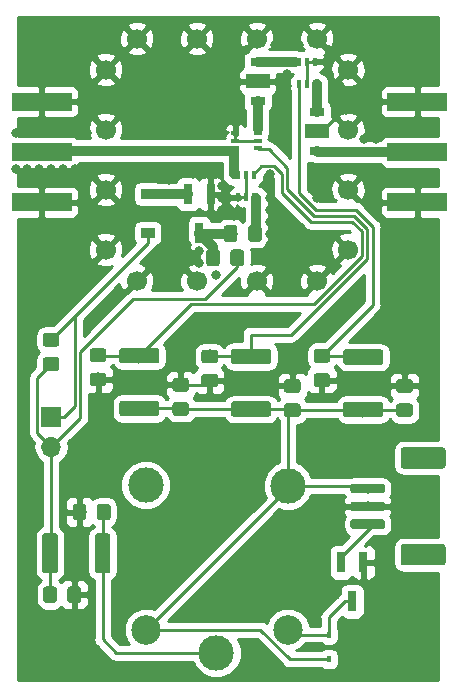
<source format=gbr>
G04 #@! TF.GenerationSoftware,KiCad,Pcbnew,(5.0.1-3-g963ef8bb5)*
G04 #@! TF.CreationDate,2018-11-12T17:33:24-05:00*
G04 #@! TF.ProjectId,Noise Source,4E6F69736520536F757263652E6B6963,rev?*
G04 #@! TF.SameCoordinates,Original*
G04 #@! TF.FileFunction,Copper,L1,Top,Signal*
G04 #@! TF.FilePolarity,Positive*
%FSLAX46Y46*%
G04 Gerber Fmt 4.6, Leading zero omitted, Abs format (unit mm)*
G04 Created by KiCad (PCBNEW (5.0.1-3-g963ef8bb5)) date Monday, November 12, 2018 at 05:33:24 PM*
%MOMM*%
%LPD*%
G01*
G04 APERTURE LIST*
G04 #@! TA.AperFunction,ComponentPad*
%ADD10C,1.700000*%
G04 #@! TD*
G04 #@! TA.AperFunction,Conductor*
%ADD11C,0.100000*%
G04 #@! TD*
G04 #@! TA.AperFunction,SMDPad,CuDef*
%ADD12C,1.150000*%
G04 #@! TD*
G04 #@! TA.AperFunction,SMDPad,CuDef*
%ADD13R,1.240000X0.800000*%
G04 #@! TD*
G04 #@! TA.AperFunction,SMDPad,CuDef*
%ADD14R,2.000000X1.200000*%
G04 #@! TD*
G04 #@! TA.AperFunction,SMDPad,CuDef*
%ADD15R,0.450000X0.600000*%
G04 #@! TD*
G04 #@! TA.AperFunction,SMDPad,CuDef*
%ADD16R,1.200000X0.900000*%
G04 #@! TD*
G04 #@! TA.AperFunction,SMDPad,CuDef*
%ADD17C,0.800000*%
G04 #@! TD*
G04 #@! TA.AperFunction,SMDPad,CuDef*
%ADD18C,1.800000*%
G04 #@! TD*
G04 #@! TA.AperFunction,SMDPad,CuDef*
%ADD19R,5.080000X1.500000*%
G04 #@! TD*
G04 #@! TA.AperFunction,ComponentPad*
%ADD20R,1.700000X1.700000*%
G04 #@! TD*
G04 #@! TA.AperFunction,ComponentPad*
%ADD21O,1.700000X1.700000*%
G04 #@! TD*
G04 #@! TA.AperFunction,ComponentPad*
%ADD22C,2.500000*%
G04 #@! TD*
G04 #@! TA.AperFunction,ComponentPad*
%ADD23C,3.000000*%
G04 #@! TD*
G04 #@! TA.AperFunction,SMDPad,CuDef*
%ADD24C,1.300000*%
G04 #@! TD*
G04 #@! TA.AperFunction,SMDPad,CuDef*
%ADD25R,0.800000X1.800000*%
G04 #@! TD*
G04 #@! TA.AperFunction,SMDPad,CuDef*
%ADD26R,0.400000X0.650000*%
G04 #@! TD*
G04 #@! TA.AperFunction,SMDPad,CuDef*
%ADD27R,0.650000X0.400000*%
G04 #@! TD*
G04 #@! TA.AperFunction,ViaPad*
%ADD28C,0.800000*%
G04 #@! TD*
G04 #@! TA.AperFunction,Conductor*
%ADD29C,0.250000*%
G04 #@! TD*
G04 #@! TA.AperFunction,Conductor*
%ADD30C,0.840000*%
G04 #@! TD*
G04 #@! TA.AperFunction,Conductor*
%ADD31C,0.254000*%
G04 #@! TD*
G04 APERTURE END LIST*
D10*
G04 #@! TO.P,REF\002A\002A,1*
G04 #@! TO.N,GND*
X147760000Y-95500000D03*
X147760000Y-116000000D03*
G04 #@! TO.P,REF\002A\002A,*
X145130000Y-98130000D03*
G04 #@! TO.P,REF\002A\002A,1*
X165630000Y-98130000D03*
X163000000Y-95500000D03*
X163000000Y-116000000D03*
X145130000Y-113370000D03*
X165630000Y-113370000D03*
X152840000Y-95500000D03*
X152840000Y-116000000D03*
X145130000Y-103210000D03*
X165630000Y-103210000D03*
X157920000Y-95500000D03*
X157920000Y-116000000D03*
X145130000Y-108290000D03*
X165630000Y-108290000D03*
G04 #@! TD*
D11*
G04 #@! TO.N,/5V*
G04 #@! TO.C,C4*
G36*
X151951996Y-126279239D02*
X151976264Y-126282839D01*
X152000063Y-126288800D01*
X152023162Y-126297065D01*
X152045341Y-126307555D01*
X152066384Y-126320167D01*
X152086090Y-126334782D01*
X152104268Y-126351258D01*
X152120744Y-126369436D01*
X152135359Y-126389142D01*
X152147971Y-126410185D01*
X152158461Y-126432364D01*
X152166726Y-126455463D01*
X152172687Y-126479262D01*
X152176287Y-126503530D01*
X152177491Y-126528034D01*
X152177491Y-127178036D01*
X152176287Y-127202540D01*
X152172687Y-127226808D01*
X152166726Y-127250607D01*
X152158461Y-127273706D01*
X152147971Y-127295885D01*
X152135359Y-127316928D01*
X152120744Y-127336634D01*
X152104268Y-127354812D01*
X152086090Y-127371288D01*
X152066384Y-127385903D01*
X152045341Y-127398515D01*
X152023162Y-127409005D01*
X152000063Y-127417270D01*
X151976264Y-127423231D01*
X151951996Y-127426831D01*
X151927492Y-127428035D01*
X151027490Y-127428035D01*
X151002986Y-127426831D01*
X150978718Y-127423231D01*
X150954919Y-127417270D01*
X150931820Y-127409005D01*
X150909641Y-127398515D01*
X150888598Y-127385903D01*
X150868892Y-127371288D01*
X150850714Y-127354812D01*
X150834238Y-127336634D01*
X150819623Y-127316928D01*
X150807011Y-127295885D01*
X150796521Y-127273706D01*
X150788256Y-127250607D01*
X150782295Y-127226808D01*
X150778695Y-127202540D01*
X150777491Y-127178036D01*
X150777491Y-126528034D01*
X150778695Y-126503530D01*
X150782295Y-126479262D01*
X150788256Y-126455463D01*
X150796521Y-126432364D01*
X150807011Y-126410185D01*
X150819623Y-126389142D01*
X150834238Y-126369436D01*
X150850714Y-126351258D01*
X150868892Y-126334782D01*
X150888598Y-126320167D01*
X150909641Y-126307555D01*
X150931820Y-126297065D01*
X150954919Y-126288800D01*
X150978718Y-126282839D01*
X151002986Y-126279239D01*
X151027490Y-126278035D01*
X151927492Y-126278035D01*
X151951996Y-126279239D01*
X151951996Y-126279239D01*
G37*
D12*
G04 #@! TD*
G04 #@! TO.P,C4,1*
G04 #@! TO.N,/5V*
X151477491Y-126853035D03*
D11*
G04 #@! TO.N,GND*
G04 #@! TO.C,C4*
G36*
X151951996Y-124229239D02*
X151976264Y-124232839D01*
X152000063Y-124238800D01*
X152023162Y-124247065D01*
X152045341Y-124257555D01*
X152066384Y-124270167D01*
X152086090Y-124284782D01*
X152104268Y-124301258D01*
X152120744Y-124319436D01*
X152135359Y-124339142D01*
X152147971Y-124360185D01*
X152158461Y-124382364D01*
X152166726Y-124405463D01*
X152172687Y-124429262D01*
X152176287Y-124453530D01*
X152177491Y-124478034D01*
X152177491Y-125128036D01*
X152176287Y-125152540D01*
X152172687Y-125176808D01*
X152166726Y-125200607D01*
X152158461Y-125223706D01*
X152147971Y-125245885D01*
X152135359Y-125266928D01*
X152120744Y-125286634D01*
X152104268Y-125304812D01*
X152086090Y-125321288D01*
X152066384Y-125335903D01*
X152045341Y-125348515D01*
X152023162Y-125359005D01*
X152000063Y-125367270D01*
X151976264Y-125373231D01*
X151951996Y-125376831D01*
X151927492Y-125378035D01*
X151027490Y-125378035D01*
X151002986Y-125376831D01*
X150978718Y-125373231D01*
X150954919Y-125367270D01*
X150931820Y-125359005D01*
X150909641Y-125348515D01*
X150888598Y-125335903D01*
X150868892Y-125321288D01*
X150850714Y-125304812D01*
X150834238Y-125286634D01*
X150819623Y-125266928D01*
X150807011Y-125245885D01*
X150796521Y-125223706D01*
X150788256Y-125200607D01*
X150782295Y-125176808D01*
X150778695Y-125152540D01*
X150777491Y-125128036D01*
X150777491Y-124478034D01*
X150778695Y-124453530D01*
X150782295Y-124429262D01*
X150788256Y-124405463D01*
X150796521Y-124382364D01*
X150807011Y-124360185D01*
X150819623Y-124339142D01*
X150834238Y-124319436D01*
X150850714Y-124301258D01*
X150868892Y-124284782D01*
X150888598Y-124270167D01*
X150909641Y-124257555D01*
X150931820Y-124247065D01*
X150954919Y-124238800D01*
X150978718Y-124232839D01*
X151002986Y-124229239D01*
X151027490Y-124228035D01*
X151927492Y-124228035D01*
X151951996Y-124229239D01*
X151951996Y-124229239D01*
G37*
D12*
G04 #@! TD*
G04 #@! TO.P,C4,2*
G04 #@! TO.N,GND*
X151477491Y-124803035D03*
D11*
G04 #@! TO.N,Net-(C1-Pad1)*
G04 #@! TO.C,C1*
G36*
X145308810Y-134879983D02*
X145333078Y-134883583D01*
X145356877Y-134889544D01*
X145379976Y-134897809D01*
X145402155Y-134908299D01*
X145423198Y-134920911D01*
X145442904Y-134935526D01*
X145461082Y-134952002D01*
X145477558Y-134970180D01*
X145492173Y-134989886D01*
X145504785Y-135010929D01*
X145515275Y-135033108D01*
X145523540Y-135056207D01*
X145529501Y-135080006D01*
X145533101Y-135104274D01*
X145534305Y-135128778D01*
X145534305Y-136028780D01*
X145533101Y-136053284D01*
X145529501Y-136077552D01*
X145523540Y-136101351D01*
X145515275Y-136124450D01*
X145504785Y-136146629D01*
X145492173Y-136167672D01*
X145477558Y-136187378D01*
X145461082Y-136205556D01*
X145442904Y-136222032D01*
X145423198Y-136236647D01*
X145402155Y-136249259D01*
X145379976Y-136259749D01*
X145356877Y-136268014D01*
X145333078Y-136273975D01*
X145308810Y-136277575D01*
X145284306Y-136278779D01*
X144634304Y-136278779D01*
X144609800Y-136277575D01*
X144585532Y-136273975D01*
X144561733Y-136268014D01*
X144538634Y-136259749D01*
X144516455Y-136249259D01*
X144495412Y-136236647D01*
X144475706Y-136222032D01*
X144457528Y-136205556D01*
X144441052Y-136187378D01*
X144426437Y-136167672D01*
X144413825Y-136146629D01*
X144403335Y-136124450D01*
X144395070Y-136101351D01*
X144389109Y-136077552D01*
X144385509Y-136053284D01*
X144384305Y-136028780D01*
X144384305Y-135128778D01*
X144385509Y-135104274D01*
X144389109Y-135080006D01*
X144395070Y-135056207D01*
X144403335Y-135033108D01*
X144413825Y-135010929D01*
X144426437Y-134989886D01*
X144441052Y-134970180D01*
X144457528Y-134952002D01*
X144475706Y-134935526D01*
X144495412Y-134920911D01*
X144516455Y-134908299D01*
X144538634Y-134897809D01*
X144561733Y-134889544D01*
X144585532Y-134883583D01*
X144609800Y-134879983D01*
X144634304Y-134878779D01*
X145284306Y-134878779D01*
X145308810Y-134879983D01*
X145308810Y-134879983D01*
G37*
D12*
G04 #@! TD*
G04 #@! TO.P,C1,1*
G04 #@! TO.N,Net-(C1-Pad1)*
X144959305Y-135578779D03*
D11*
G04 #@! TO.N,GND*
G04 #@! TO.C,C1*
G36*
X143258810Y-134879983D02*
X143283078Y-134883583D01*
X143306877Y-134889544D01*
X143329976Y-134897809D01*
X143352155Y-134908299D01*
X143373198Y-134920911D01*
X143392904Y-134935526D01*
X143411082Y-134952002D01*
X143427558Y-134970180D01*
X143442173Y-134989886D01*
X143454785Y-135010929D01*
X143465275Y-135033108D01*
X143473540Y-135056207D01*
X143479501Y-135080006D01*
X143483101Y-135104274D01*
X143484305Y-135128778D01*
X143484305Y-136028780D01*
X143483101Y-136053284D01*
X143479501Y-136077552D01*
X143473540Y-136101351D01*
X143465275Y-136124450D01*
X143454785Y-136146629D01*
X143442173Y-136167672D01*
X143427558Y-136187378D01*
X143411082Y-136205556D01*
X143392904Y-136222032D01*
X143373198Y-136236647D01*
X143352155Y-136249259D01*
X143329976Y-136259749D01*
X143306877Y-136268014D01*
X143283078Y-136273975D01*
X143258810Y-136277575D01*
X143234306Y-136278779D01*
X142584304Y-136278779D01*
X142559800Y-136277575D01*
X142535532Y-136273975D01*
X142511733Y-136268014D01*
X142488634Y-136259749D01*
X142466455Y-136249259D01*
X142445412Y-136236647D01*
X142425706Y-136222032D01*
X142407528Y-136205556D01*
X142391052Y-136187378D01*
X142376437Y-136167672D01*
X142363825Y-136146629D01*
X142353335Y-136124450D01*
X142345070Y-136101351D01*
X142339109Y-136077552D01*
X142335509Y-136053284D01*
X142334305Y-136028780D01*
X142334305Y-135128778D01*
X142335509Y-135104274D01*
X142339109Y-135080006D01*
X142345070Y-135056207D01*
X142353335Y-135033108D01*
X142363825Y-135010929D01*
X142376437Y-134989886D01*
X142391052Y-134970180D01*
X142407528Y-134952002D01*
X142425706Y-134935526D01*
X142445412Y-134920911D01*
X142466455Y-134908299D01*
X142488634Y-134897809D01*
X142511733Y-134889544D01*
X142535532Y-134883583D01*
X142559800Y-134879983D01*
X142584304Y-134878779D01*
X143234306Y-134878779D01*
X143258810Y-134879983D01*
X143258810Y-134879983D01*
G37*
D12*
G04 #@! TD*
G04 #@! TO.P,C1,2*
G04 #@! TO.N,GND*
X142909305Y-135578779D03*
D11*
G04 #@! TO.N,GND*
G04 #@! TO.C,C2*
G36*
X142808810Y-141879983D02*
X142833078Y-141883583D01*
X142856877Y-141889544D01*
X142879976Y-141897809D01*
X142902155Y-141908299D01*
X142923198Y-141920911D01*
X142942904Y-141935526D01*
X142961082Y-141952002D01*
X142977558Y-141970180D01*
X142992173Y-141989886D01*
X143004785Y-142010929D01*
X143015275Y-142033108D01*
X143023540Y-142056207D01*
X143029501Y-142080006D01*
X143033101Y-142104274D01*
X143034305Y-142128778D01*
X143034305Y-143028780D01*
X143033101Y-143053284D01*
X143029501Y-143077552D01*
X143023540Y-143101351D01*
X143015275Y-143124450D01*
X143004785Y-143146629D01*
X142992173Y-143167672D01*
X142977558Y-143187378D01*
X142961082Y-143205556D01*
X142942904Y-143222032D01*
X142923198Y-143236647D01*
X142902155Y-143249259D01*
X142879976Y-143259749D01*
X142856877Y-143268014D01*
X142833078Y-143273975D01*
X142808810Y-143277575D01*
X142784306Y-143278779D01*
X142134304Y-143278779D01*
X142109800Y-143277575D01*
X142085532Y-143273975D01*
X142061733Y-143268014D01*
X142038634Y-143259749D01*
X142016455Y-143249259D01*
X141995412Y-143236647D01*
X141975706Y-143222032D01*
X141957528Y-143205556D01*
X141941052Y-143187378D01*
X141926437Y-143167672D01*
X141913825Y-143146629D01*
X141903335Y-143124450D01*
X141895070Y-143101351D01*
X141889109Y-143077552D01*
X141885509Y-143053284D01*
X141884305Y-143028780D01*
X141884305Y-142128778D01*
X141885509Y-142104274D01*
X141889109Y-142080006D01*
X141895070Y-142056207D01*
X141903335Y-142033108D01*
X141913825Y-142010929D01*
X141926437Y-141989886D01*
X141941052Y-141970180D01*
X141957528Y-141952002D01*
X141975706Y-141935526D01*
X141995412Y-141920911D01*
X142016455Y-141908299D01*
X142038634Y-141897809D01*
X142061733Y-141889544D01*
X142085532Y-141883583D01*
X142109800Y-141879983D01*
X142134304Y-141878779D01*
X142784306Y-141878779D01*
X142808810Y-141879983D01*
X142808810Y-141879983D01*
G37*
D12*
G04 #@! TD*
G04 #@! TO.P,C2,2*
G04 #@! TO.N,GND*
X142459305Y-142578779D03*
D11*
G04 #@! TO.N,Net-(C2-Pad1)*
G04 #@! TO.C,C2*
G36*
X140758810Y-141879983D02*
X140783078Y-141883583D01*
X140806877Y-141889544D01*
X140829976Y-141897809D01*
X140852155Y-141908299D01*
X140873198Y-141920911D01*
X140892904Y-141935526D01*
X140911082Y-141952002D01*
X140927558Y-141970180D01*
X140942173Y-141989886D01*
X140954785Y-142010929D01*
X140965275Y-142033108D01*
X140973540Y-142056207D01*
X140979501Y-142080006D01*
X140983101Y-142104274D01*
X140984305Y-142128778D01*
X140984305Y-143028780D01*
X140983101Y-143053284D01*
X140979501Y-143077552D01*
X140973540Y-143101351D01*
X140965275Y-143124450D01*
X140954785Y-143146629D01*
X140942173Y-143167672D01*
X140927558Y-143187378D01*
X140911082Y-143205556D01*
X140892904Y-143222032D01*
X140873198Y-143236647D01*
X140852155Y-143249259D01*
X140829976Y-143259749D01*
X140806877Y-143268014D01*
X140783078Y-143273975D01*
X140758810Y-143277575D01*
X140734306Y-143278779D01*
X140084304Y-143278779D01*
X140059800Y-143277575D01*
X140035532Y-143273975D01*
X140011733Y-143268014D01*
X139988634Y-143259749D01*
X139966455Y-143249259D01*
X139945412Y-143236647D01*
X139925706Y-143222032D01*
X139907528Y-143205556D01*
X139891052Y-143187378D01*
X139876437Y-143167672D01*
X139863825Y-143146629D01*
X139853335Y-143124450D01*
X139845070Y-143101351D01*
X139839109Y-143077552D01*
X139835509Y-143053284D01*
X139834305Y-143028780D01*
X139834305Y-142128778D01*
X139835509Y-142104274D01*
X139839109Y-142080006D01*
X139845070Y-142056207D01*
X139853335Y-142033108D01*
X139863825Y-142010929D01*
X139876437Y-141989886D01*
X139891052Y-141970180D01*
X139907528Y-141952002D01*
X139925706Y-141935526D01*
X139945412Y-141920911D01*
X139966455Y-141908299D01*
X139988634Y-141897809D01*
X140011733Y-141889544D01*
X140035532Y-141883583D01*
X140059800Y-141879983D01*
X140084304Y-141878779D01*
X140734306Y-141878779D01*
X140758810Y-141879983D01*
X140758810Y-141879983D01*
G37*
D12*
G04 #@! TD*
G04 #@! TO.P,C2,1*
G04 #@! TO.N,Net-(C2-Pad1)*
X140409305Y-142578779D03*
D11*
G04 #@! TO.N,Net-(C3-Pad1)*
G04 #@! TO.C,C3*
G36*
X156049505Y-111301204D02*
X156073773Y-111304804D01*
X156097572Y-111310765D01*
X156120671Y-111319030D01*
X156142850Y-111329520D01*
X156163893Y-111342132D01*
X156183599Y-111356747D01*
X156201777Y-111373223D01*
X156218253Y-111391401D01*
X156232868Y-111411107D01*
X156245480Y-111432150D01*
X156255970Y-111454329D01*
X156264235Y-111477428D01*
X156270196Y-111501227D01*
X156273796Y-111525495D01*
X156275000Y-111549999D01*
X156275000Y-112450001D01*
X156273796Y-112474505D01*
X156270196Y-112498773D01*
X156264235Y-112522572D01*
X156255970Y-112545671D01*
X156245480Y-112567850D01*
X156232868Y-112588893D01*
X156218253Y-112608599D01*
X156201777Y-112626777D01*
X156183599Y-112643253D01*
X156163893Y-112657868D01*
X156142850Y-112670480D01*
X156120671Y-112680970D01*
X156097572Y-112689235D01*
X156073773Y-112695196D01*
X156049505Y-112698796D01*
X156025001Y-112700000D01*
X155374999Y-112700000D01*
X155350495Y-112698796D01*
X155326227Y-112695196D01*
X155302428Y-112689235D01*
X155279329Y-112680970D01*
X155257150Y-112670480D01*
X155236107Y-112657868D01*
X155216401Y-112643253D01*
X155198223Y-112626777D01*
X155181747Y-112608599D01*
X155167132Y-112588893D01*
X155154520Y-112567850D01*
X155144030Y-112545671D01*
X155135765Y-112522572D01*
X155129804Y-112498773D01*
X155126204Y-112474505D01*
X155125000Y-112450001D01*
X155125000Y-111549999D01*
X155126204Y-111525495D01*
X155129804Y-111501227D01*
X155135765Y-111477428D01*
X155144030Y-111454329D01*
X155154520Y-111432150D01*
X155167132Y-111411107D01*
X155181747Y-111391401D01*
X155198223Y-111373223D01*
X155216401Y-111356747D01*
X155236107Y-111342132D01*
X155257150Y-111329520D01*
X155279329Y-111319030D01*
X155302428Y-111310765D01*
X155326227Y-111304804D01*
X155350495Y-111301204D01*
X155374999Y-111300000D01*
X156025001Y-111300000D01*
X156049505Y-111301204D01*
X156049505Y-111301204D01*
G37*
D12*
G04 #@! TD*
G04 #@! TO.P,C3,1*
G04 #@! TO.N,Net-(C3-Pad1)*
X155700000Y-112000000D03*
D11*
G04 #@! TO.N,Net-(C3-Pad2)*
G04 #@! TO.C,C3*
G36*
X158099505Y-111301204D02*
X158123773Y-111304804D01*
X158147572Y-111310765D01*
X158170671Y-111319030D01*
X158192850Y-111329520D01*
X158213893Y-111342132D01*
X158233599Y-111356747D01*
X158251777Y-111373223D01*
X158268253Y-111391401D01*
X158282868Y-111411107D01*
X158295480Y-111432150D01*
X158305970Y-111454329D01*
X158314235Y-111477428D01*
X158320196Y-111501227D01*
X158323796Y-111525495D01*
X158325000Y-111549999D01*
X158325000Y-112450001D01*
X158323796Y-112474505D01*
X158320196Y-112498773D01*
X158314235Y-112522572D01*
X158305970Y-112545671D01*
X158295480Y-112567850D01*
X158282868Y-112588893D01*
X158268253Y-112608599D01*
X158251777Y-112626777D01*
X158233599Y-112643253D01*
X158213893Y-112657868D01*
X158192850Y-112670480D01*
X158170671Y-112680970D01*
X158147572Y-112689235D01*
X158123773Y-112695196D01*
X158099505Y-112698796D01*
X158075001Y-112700000D01*
X157424999Y-112700000D01*
X157400495Y-112698796D01*
X157376227Y-112695196D01*
X157352428Y-112689235D01*
X157329329Y-112680970D01*
X157307150Y-112670480D01*
X157286107Y-112657868D01*
X157266401Y-112643253D01*
X157248223Y-112626777D01*
X157231747Y-112608599D01*
X157217132Y-112588893D01*
X157204520Y-112567850D01*
X157194030Y-112545671D01*
X157185765Y-112522572D01*
X157179804Y-112498773D01*
X157176204Y-112474505D01*
X157175000Y-112450001D01*
X157175000Y-111549999D01*
X157176204Y-111525495D01*
X157179804Y-111501227D01*
X157185765Y-111477428D01*
X157194030Y-111454329D01*
X157204520Y-111432150D01*
X157217132Y-111411107D01*
X157231747Y-111391401D01*
X157248223Y-111373223D01*
X157266401Y-111356747D01*
X157286107Y-111342132D01*
X157307150Y-111329520D01*
X157329329Y-111319030D01*
X157352428Y-111310765D01*
X157376227Y-111304804D01*
X157400495Y-111301204D01*
X157424999Y-111300000D01*
X158075001Y-111300000D01*
X158099505Y-111301204D01*
X158099505Y-111301204D01*
G37*
D12*
G04 #@! TD*
G04 #@! TO.P,C3,2*
G04 #@! TO.N,Net-(C3-Pad2)*
X157750000Y-112000000D03*
D11*
G04 #@! TO.N,GND*
G04 #@! TO.C,C5*
G36*
X144951996Y-123779239D02*
X144976264Y-123782839D01*
X145000063Y-123788800D01*
X145023162Y-123797065D01*
X145045341Y-123807555D01*
X145066384Y-123820167D01*
X145086090Y-123834782D01*
X145104268Y-123851258D01*
X145120744Y-123869436D01*
X145135359Y-123889142D01*
X145147971Y-123910185D01*
X145158461Y-123932364D01*
X145166726Y-123955463D01*
X145172687Y-123979262D01*
X145176287Y-124003530D01*
X145177491Y-124028034D01*
X145177491Y-124678036D01*
X145176287Y-124702540D01*
X145172687Y-124726808D01*
X145166726Y-124750607D01*
X145158461Y-124773706D01*
X145147971Y-124795885D01*
X145135359Y-124816928D01*
X145120744Y-124836634D01*
X145104268Y-124854812D01*
X145086090Y-124871288D01*
X145066384Y-124885903D01*
X145045341Y-124898515D01*
X145023162Y-124909005D01*
X145000063Y-124917270D01*
X144976264Y-124923231D01*
X144951996Y-124926831D01*
X144927492Y-124928035D01*
X144027490Y-124928035D01*
X144002986Y-124926831D01*
X143978718Y-124923231D01*
X143954919Y-124917270D01*
X143931820Y-124909005D01*
X143909641Y-124898515D01*
X143888598Y-124885903D01*
X143868892Y-124871288D01*
X143850714Y-124854812D01*
X143834238Y-124836634D01*
X143819623Y-124816928D01*
X143807011Y-124795885D01*
X143796521Y-124773706D01*
X143788256Y-124750607D01*
X143782295Y-124726808D01*
X143778695Y-124702540D01*
X143777491Y-124678036D01*
X143777491Y-124028034D01*
X143778695Y-124003530D01*
X143782295Y-123979262D01*
X143788256Y-123955463D01*
X143796521Y-123932364D01*
X143807011Y-123910185D01*
X143819623Y-123889142D01*
X143834238Y-123869436D01*
X143850714Y-123851258D01*
X143868892Y-123834782D01*
X143888598Y-123820167D01*
X143909641Y-123807555D01*
X143931820Y-123797065D01*
X143954919Y-123788800D01*
X143978718Y-123782839D01*
X144002986Y-123779239D01*
X144027490Y-123778035D01*
X144927492Y-123778035D01*
X144951996Y-123779239D01*
X144951996Y-123779239D01*
G37*
D12*
G04 #@! TD*
G04 #@! TO.P,C5,2*
G04 #@! TO.N,GND*
X144477491Y-124353035D03*
D11*
G04 #@! TO.N,Net-(C5-Pad1)*
G04 #@! TO.C,C5*
G36*
X144951996Y-121729239D02*
X144976264Y-121732839D01*
X145000063Y-121738800D01*
X145023162Y-121747065D01*
X145045341Y-121757555D01*
X145066384Y-121770167D01*
X145086090Y-121784782D01*
X145104268Y-121801258D01*
X145120744Y-121819436D01*
X145135359Y-121839142D01*
X145147971Y-121860185D01*
X145158461Y-121882364D01*
X145166726Y-121905463D01*
X145172687Y-121929262D01*
X145176287Y-121953530D01*
X145177491Y-121978034D01*
X145177491Y-122628036D01*
X145176287Y-122652540D01*
X145172687Y-122676808D01*
X145166726Y-122700607D01*
X145158461Y-122723706D01*
X145147971Y-122745885D01*
X145135359Y-122766928D01*
X145120744Y-122786634D01*
X145104268Y-122804812D01*
X145086090Y-122821288D01*
X145066384Y-122835903D01*
X145045341Y-122848515D01*
X145023162Y-122859005D01*
X145000063Y-122867270D01*
X144976264Y-122873231D01*
X144951996Y-122876831D01*
X144927492Y-122878035D01*
X144027490Y-122878035D01*
X144002986Y-122876831D01*
X143978718Y-122873231D01*
X143954919Y-122867270D01*
X143931820Y-122859005D01*
X143909641Y-122848515D01*
X143888598Y-122835903D01*
X143868892Y-122821288D01*
X143850714Y-122804812D01*
X143834238Y-122786634D01*
X143819623Y-122766928D01*
X143807011Y-122745885D01*
X143796521Y-122723706D01*
X143788256Y-122700607D01*
X143782295Y-122676808D01*
X143778695Y-122652540D01*
X143777491Y-122628036D01*
X143777491Y-121978034D01*
X143778695Y-121953530D01*
X143782295Y-121929262D01*
X143788256Y-121905463D01*
X143796521Y-121882364D01*
X143807011Y-121860185D01*
X143819623Y-121839142D01*
X143834238Y-121819436D01*
X143850714Y-121801258D01*
X143868892Y-121784782D01*
X143888598Y-121770167D01*
X143909641Y-121757555D01*
X143931820Y-121747065D01*
X143954919Y-121738800D01*
X143978718Y-121732839D01*
X144002986Y-121729239D01*
X144027490Y-121728035D01*
X144927492Y-121728035D01*
X144951996Y-121729239D01*
X144951996Y-121729239D01*
G37*
D12*
G04 #@! TD*
G04 #@! TO.P,C5,1*
G04 #@! TO.N,Net-(C5-Pad1)*
X144477491Y-122303035D03*
D11*
G04 #@! TO.N,GND*
G04 #@! TO.C,C6*
G36*
X161395726Y-124335509D02*
X161419994Y-124339109D01*
X161443793Y-124345070D01*
X161466892Y-124353335D01*
X161489071Y-124363825D01*
X161510114Y-124376437D01*
X161529820Y-124391052D01*
X161547998Y-124407528D01*
X161564474Y-124425706D01*
X161579089Y-124445412D01*
X161591701Y-124466455D01*
X161602191Y-124488634D01*
X161610456Y-124511733D01*
X161616417Y-124535532D01*
X161620017Y-124559800D01*
X161621221Y-124584304D01*
X161621221Y-125234306D01*
X161620017Y-125258810D01*
X161616417Y-125283078D01*
X161610456Y-125306877D01*
X161602191Y-125329976D01*
X161591701Y-125352155D01*
X161579089Y-125373198D01*
X161564474Y-125392904D01*
X161547998Y-125411082D01*
X161529820Y-125427558D01*
X161510114Y-125442173D01*
X161489071Y-125454785D01*
X161466892Y-125465275D01*
X161443793Y-125473540D01*
X161419994Y-125479501D01*
X161395726Y-125483101D01*
X161371222Y-125484305D01*
X160471220Y-125484305D01*
X160446716Y-125483101D01*
X160422448Y-125479501D01*
X160398649Y-125473540D01*
X160375550Y-125465275D01*
X160353371Y-125454785D01*
X160332328Y-125442173D01*
X160312622Y-125427558D01*
X160294444Y-125411082D01*
X160277968Y-125392904D01*
X160263353Y-125373198D01*
X160250741Y-125352155D01*
X160240251Y-125329976D01*
X160231986Y-125306877D01*
X160226025Y-125283078D01*
X160222425Y-125258810D01*
X160221221Y-125234306D01*
X160221221Y-124584304D01*
X160222425Y-124559800D01*
X160226025Y-124535532D01*
X160231986Y-124511733D01*
X160240251Y-124488634D01*
X160250741Y-124466455D01*
X160263353Y-124445412D01*
X160277968Y-124425706D01*
X160294444Y-124407528D01*
X160312622Y-124391052D01*
X160332328Y-124376437D01*
X160353371Y-124363825D01*
X160375550Y-124353335D01*
X160398649Y-124345070D01*
X160422448Y-124339109D01*
X160446716Y-124335509D01*
X160471220Y-124334305D01*
X161371222Y-124334305D01*
X161395726Y-124335509D01*
X161395726Y-124335509D01*
G37*
D12*
G04 #@! TD*
G04 #@! TO.P,C6,2*
G04 #@! TO.N,GND*
X160921221Y-124909305D03*
D11*
G04 #@! TO.N,/5V*
G04 #@! TO.C,C6*
G36*
X161395726Y-126385509D02*
X161419994Y-126389109D01*
X161443793Y-126395070D01*
X161466892Y-126403335D01*
X161489071Y-126413825D01*
X161510114Y-126426437D01*
X161529820Y-126441052D01*
X161547998Y-126457528D01*
X161564474Y-126475706D01*
X161579089Y-126495412D01*
X161591701Y-126516455D01*
X161602191Y-126538634D01*
X161610456Y-126561733D01*
X161616417Y-126585532D01*
X161620017Y-126609800D01*
X161621221Y-126634304D01*
X161621221Y-127284306D01*
X161620017Y-127308810D01*
X161616417Y-127333078D01*
X161610456Y-127356877D01*
X161602191Y-127379976D01*
X161591701Y-127402155D01*
X161579089Y-127423198D01*
X161564474Y-127442904D01*
X161547998Y-127461082D01*
X161529820Y-127477558D01*
X161510114Y-127492173D01*
X161489071Y-127504785D01*
X161466892Y-127515275D01*
X161443793Y-127523540D01*
X161419994Y-127529501D01*
X161395726Y-127533101D01*
X161371222Y-127534305D01*
X160471220Y-127534305D01*
X160446716Y-127533101D01*
X160422448Y-127529501D01*
X160398649Y-127523540D01*
X160375550Y-127515275D01*
X160353371Y-127504785D01*
X160332328Y-127492173D01*
X160312622Y-127477558D01*
X160294444Y-127461082D01*
X160277968Y-127442904D01*
X160263353Y-127423198D01*
X160250741Y-127402155D01*
X160240251Y-127379976D01*
X160231986Y-127356877D01*
X160226025Y-127333078D01*
X160222425Y-127308810D01*
X160221221Y-127284306D01*
X160221221Y-126634304D01*
X160222425Y-126609800D01*
X160226025Y-126585532D01*
X160231986Y-126561733D01*
X160240251Y-126538634D01*
X160250741Y-126516455D01*
X160263353Y-126495412D01*
X160277968Y-126475706D01*
X160294444Y-126457528D01*
X160312622Y-126441052D01*
X160332328Y-126426437D01*
X160353371Y-126413825D01*
X160375550Y-126403335D01*
X160398649Y-126395070D01*
X160422448Y-126389109D01*
X160446716Y-126385509D01*
X160471220Y-126384305D01*
X161371222Y-126384305D01*
X161395726Y-126385509D01*
X161395726Y-126385509D01*
G37*
D12*
G04 #@! TD*
G04 #@! TO.P,C6,1*
G04 #@! TO.N,/5V*
X160921221Y-126959305D03*
D11*
G04 #@! TO.N,Net-(C7-Pad1)*
G04 #@! TO.C,C7*
G36*
X154395726Y-121835509D02*
X154419994Y-121839109D01*
X154443793Y-121845070D01*
X154466892Y-121853335D01*
X154489071Y-121863825D01*
X154510114Y-121876437D01*
X154529820Y-121891052D01*
X154547998Y-121907528D01*
X154564474Y-121925706D01*
X154579089Y-121945412D01*
X154591701Y-121966455D01*
X154602191Y-121988634D01*
X154610456Y-122011733D01*
X154616417Y-122035532D01*
X154620017Y-122059800D01*
X154621221Y-122084304D01*
X154621221Y-122734306D01*
X154620017Y-122758810D01*
X154616417Y-122783078D01*
X154610456Y-122806877D01*
X154602191Y-122829976D01*
X154591701Y-122852155D01*
X154579089Y-122873198D01*
X154564474Y-122892904D01*
X154547998Y-122911082D01*
X154529820Y-122927558D01*
X154510114Y-122942173D01*
X154489071Y-122954785D01*
X154466892Y-122965275D01*
X154443793Y-122973540D01*
X154419994Y-122979501D01*
X154395726Y-122983101D01*
X154371222Y-122984305D01*
X153471220Y-122984305D01*
X153446716Y-122983101D01*
X153422448Y-122979501D01*
X153398649Y-122973540D01*
X153375550Y-122965275D01*
X153353371Y-122954785D01*
X153332328Y-122942173D01*
X153312622Y-122927558D01*
X153294444Y-122911082D01*
X153277968Y-122892904D01*
X153263353Y-122873198D01*
X153250741Y-122852155D01*
X153240251Y-122829976D01*
X153231986Y-122806877D01*
X153226025Y-122783078D01*
X153222425Y-122758810D01*
X153221221Y-122734306D01*
X153221221Y-122084304D01*
X153222425Y-122059800D01*
X153226025Y-122035532D01*
X153231986Y-122011733D01*
X153240251Y-121988634D01*
X153250741Y-121966455D01*
X153263353Y-121945412D01*
X153277968Y-121925706D01*
X153294444Y-121907528D01*
X153312622Y-121891052D01*
X153332328Y-121876437D01*
X153353371Y-121863825D01*
X153375550Y-121853335D01*
X153398649Y-121845070D01*
X153422448Y-121839109D01*
X153446716Y-121835509D01*
X153471220Y-121834305D01*
X154371222Y-121834305D01*
X154395726Y-121835509D01*
X154395726Y-121835509D01*
G37*
D12*
G04 #@! TD*
G04 #@! TO.P,C7,1*
G04 #@! TO.N,Net-(C7-Pad1)*
X153921221Y-122409305D03*
D11*
G04 #@! TO.N,GND*
G04 #@! TO.C,C7*
G36*
X154395726Y-123885509D02*
X154419994Y-123889109D01*
X154443793Y-123895070D01*
X154466892Y-123903335D01*
X154489071Y-123913825D01*
X154510114Y-123926437D01*
X154529820Y-123941052D01*
X154547998Y-123957528D01*
X154564474Y-123975706D01*
X154579089Y-123995412D01*
X154591701Y-124016455D01*
X154602191Y-124038634D01*
X154610456Y-124061733D01*
X154616417Y-124085532D01*
X154620017Y-124109800D01*
X154621221Y-124134304D01*
X154621221Y-124784306D01*
X154620017Y-124808810D01*
X154616417Y-124833078D01*
X154610456Y-124856877D01*
X154602191Y-124879976D01*
X154591701Y-124902155D01*
X154579089Y-124923198D01*
X154564474Y-124942904D01*
X154547998Y-124961082D01*
X154529820Y-124977558D01*
X154510114Y-124992173D01*
X154489071Y-125004785D01*
X154466892Y-125015275D01*
X154443793Y-125023540D01*
X154419994Y-125029501D01*
X154395726Y-125033101D01*
X154371222Y-125034305D01*
X153471220Y-125034305D01*
X153446716Y-125033101D01*
X153422448Y-125029501D01*
X153398649Y-125023540D01*
X153375550Y-125015275D01*
X153353371Y-125004785D01*
X153332328Y-124992173D01*
X153312622Y-124977558D01*
X153294444Y-124961082D01*
X153277968Y-124942904D01*
X153263353Y-124923198D01*
X153250741Y-124902155D01*
X153240251Y-124879976D01*
X153231986Y-124856877D01*
X153226025Y-124833078D01*
X153222425Y-124808810D01*
X153221221Y-124784306D01*
X153221221Y-124134304D01*
X153222425Y-124109800D01*
X153226025Y-124085532D01*
X153231986Y-124061733D01*
X153240251Y-124038634D01*
X153250741Y-124016455D01*
X153263353Y-123995412D01*
X153277968Y-123975706D01*
X153294444Y-123957528D01*
X153312622Y-123941052D01*
X153332328Y-123926437D01*
X153353371Y-123913825D01*
X153375550Y-123903335D01*
X153398649Y-123895070D01*
X153422448Y-123889109D01*
X153446716Y-123885509D01*
X153471220Y-123884305D01*
X154371222Y-123884305D01*
X154395726Y-123885509D01*
X154395726Y-123885509D01*
G37*
D12*
G04 #@! TD*
G04 #@! TO.P,C7,2*
G04 #@! TO.N,GND*
X153921221Y-124459305D03*
D13*
G04 #@! TO.P,C8,1*
G04 #@! TO.N,/RF2*
X158000000Y-100751000D03*
G04 #@! TO.P,C8,3*
G04 #@! TO.N,/RF3*
X158000000Y-97449000D03*
D14*
G04 #@! TO.P,C8,2*
G04 #@! TO.N,GND*
X158000000Y-99100000D03*
G04 #@! TD*
D11*
G04 #@! TO.N,GND*
G04 #@! TO.C,C9*
G36*
X170895726Y-124335509D02*
X170919994Y-124339109D01*
X170943793Y-124345070D01*
X170966892Y-124353335D01*
X170989071Y-124363825D01*
X171010114Y-124376437D01*
X171029820Y-124391052D01*
X171047998Y-124407528D01*
X171064474Y-124425706D01*
X171079089Y-124445412D01*
X171091701Y-124466455D01*
X171102191Y-124488634D01*
X171110456Y-124511733D01*
X171116417Y-124535532D01*
X171120017Y-124559800D01*
X171121221Y-124584304D01*
X171121221Y-125234306D01*
X171120017Y-125258810D01*
X171116417Y-125283078D01*
X171110456Y-125306877D01*
X171102191Y-125329976D01*
X171091701Y-125352155D01*
X171079089Y-125373198D01*
X171064474Y-125392904D01*
X171047998Y-125411082D01*
X171029820Y-125427558D01*
X171010114Y-125442173D01*
X170989071Y-125454785D01*
X170966892Y-125465275D01*
X170943793Y-125473540D01*
X170919994Y-125479501D01*
X170895726Y-125483101D01*
X170871222Y-125484305D01*
X169971220Y-125484305D01*
X169946716Y-125483101D01*
X169922448Y-125479501D01*
X169898649Y-125473540D01*
X169875550Y-125465275D01*
X169853371Y-125454785D01*
X169832328Y-125442173D01*
X169812622Y-125427558D01*
X169794444Y-125411082D01*
X169777968Y-125392904D01*
X169763353Y-125373198D01*
X169750741Y-125352155D01*
X169740251Y-125329976D01*
X169731986Y-125306877D01*
X169726025Y-125283078D01*
X169722425Y-125258810D01*
X169721221Y-125234306D01*
X169721221Y-124584304D01*
X169722425Y-124559800D01*
X169726025Y-124535532D01*
X169731986Y-124511733D01*
X169740251Y-124488634D01*
X169750741Y-124466455D01*
X169763353Y-124445412D01*
X169777968Y-124425706D01*
X169794444Y-124407528D01*
X169812622Y-124391052D01*
X169832328Y-124376437D01*
X169853371Y-124363825D01*
X169875550Y-124353335D01*
X169898649Y-124345070D01*
X169922448Y-124339109D01*
X169946716Y-124335509D01*
X169971220Y-124334305D01*
X170871222Y-124334305D01*
X170895726Y-124335509D01*
X170895726Y-124335509D01*
G37*
D12*
G04 #@! TD*
G04 #@! TO.P,C9,2*
G04 #@! TO.N,GND*
X170421221Y-124909305D03*
D11*
G04 #@! TO.N,/5V*
G04 #@! TO.C,C9*
G36*
X170895726Y-126385509D02*
X170919994Y-126389109D01*
X170943793Y-126395070D01*
X170966892Y-126403335D01*
X170989071Y-126413825D01*
X171010114Y-126426437D01*
X171029820Y-126441052D01*
X171047998Y-126457528D01*
X171064474Y-126475706D01*
X171079089Y-126495412D01*
X171091701Y-126516455D01*
X171102191Y-126538634D01*
X171110456Y-126561733D01*
X171116417Y-126585532D01*
X171120017Y-126609800D01*
X171121221Y-126634304D01*
X171121221Y-127284306D01*
X171120017Y-127308810D01*
X171116417Y-127333078D01*
X171110456Y-127356877D01*
X171102191Y-127379976D01*
X171091701Y-127402155D01*
X171079089Y-127423198D01*
X171064474Y-127442904D01*
X171047998Y-127461082D01*
X171029820Y-127477558D01*
X171010114Y-127492173D01*
X170989071Y-127504785D01*
X170966892Y-127515275D01*
X170943793Y-127523540D01*
X170919994Y-127529501D01*
X170895726Y-127533101D01*
X170871222Y-127534305D01*
X169971220Y-127534305D01*
X169946716Y-127533101D01*
X169922448Y-127529501D01*
X169898649Y-127523540D01*
X169875550Y-127515275D01*
X169853371Y-127504785D01*
X169832328Y-127492173D01*
X169812622Y-127477558D01*
X169794444Y-127461082D01*
X169777968Y-127442904D01*
X169763353Y-127423198D01*
X169750741Y-127402155D01*
X169740251Y-127379976D01*
X169731986Y-127356877D01*
X169726025Y-127333078D01*
X169722425Y-127308810D01*
X169721221Y-127284306D01*
X169721221Y-126634304D01*
X169722425Y-126609800D01*
X169726025Y-126585532D01*
X169731986Y-126561733D01*
X169740251Y-126538634D01*
X169750741Y-126516455D01*
X169763353Y-126495412D01*
X169777968Y-126475706D01*
X169794444Y-126457528D01*
X169812622Y-126441052D01*
X169832328Y-126426437D01*
X169853371Y-126413825D01*
X169875550Y-126403335D01*
X169898649Y-126395070D01*
X169922448Y-126389109D01*
X169946716Y-126385509D01*
X169971220Y-126384305D01*
X170871222Y-126384305D01*
X170895726Y-126385509D01*
X170895726Y-126385509D01*
G37*
D12*
G04 #@! TD*
G04 #@! TO.P,C9,1*
G04 #@! TO.N,/5V*
X170421221Y-126959305D03*
D11*
G04 #@! TO.N,Net-(C10-Pad1)*
G04 #@! TO.C,C10*
G36*
X163895726Y-121785509D02*
X163919994Y-121789109D01*
X163943793Y-121795070D01*
X163966892Y-121803335D01*
X163989071Y-121813825D01*
X164010114Y-121826437D01*
X164029820Y-121841052D01*
X164047998Y-121857528D01*
X164064474Y-121875706D01*
X164079089Y-121895412D01*
X164091701Y-121916455D01*
X164102191Y-121938634D01*
X164110456Y-121961733D01*
X164116417Y-121985532D01*
X164120017Y-122009800D01*
X164121221Y-122034304D01*
X164121221Y-122684306D01*
X164120017Y-122708810D01*
X164116417Y-122733078D01*
X164110456Y-122756877D01*
X164102191Y-122779976D01*
X164091701Y-122802155D01*
X164079089Y-122823198D01*
X164064474Y-122842904D01*
X164047998Y-122861082D01*
X164029820Y-122877558D01*
X164010114Y-122892173D01*
X163989071Y-122904785D01*
X163966892Y-122915275D01*
X163943793Y-122923540D01*
X163919994Y-122929501D01*
X163895726Y-122933101D01*
X163871222Y-122934305D01*
X162971220Y-122934305D01*
X162946716Y-122933101D01*
X162922448Y-122929501D01*
X162898649Y-122923540D01*
X162875550Y-122915275D01*
X162853371Y-122904785D01*
X162832328Y-122892173D01*
X162812622Y-122877558D01*
X162794444Y-122861082D01*
X162777968Y-122842904D01*
X162763353Y-122823198D01*
X162750741Y-122802155D01*
X162740251Y-122779976D01*
X162731986Y-122756877D01*
X162726025Y-122733078D01*
X162722425Y-122708810D01*
X162721221Y-122684306D01*
X162721221Y-122034304D01*
X162722425Y-122009800D01*
X162726025Y-121985532D01*
X162731986Y-121961733D01*
X162740251Y-121938634D01*
X162750741Y-121916455D01*
X162763353Y-121895412D01*
X162777968Y-121875706D01*
X162794444Y-121857528D01*
X162812622Y-121841052D01*
X162832328Y-121826437D01*
X162853371Y-121813825D01*
X162875550Y-121803335D01*
X162898649Y-121795070D01*
X162922448Y-121789109D01*
X162946716Y-121785509D01*
X162971220Y-121784305D01*
X163871222Y-121784305D01*
X163895726Y-121785509D01*
X163895726Y-121785509D01*
G37*
D12*
G04 #@! TD*
G04 #@! TO.P,C10,1*
G04 #@! TO.N,Net-(C10-Pad1)*
X163421221Y-122359305D03*
D11*
G04 #@! TO.N,GND*
G04 #@! TO.C,C10*
G36*
X163895726Y-123835509D02*
X163919994Y-123839109D01*
X163943793Y-123845070D01*
X163966892Y-123853335D01*
X163989071Y-123863825D01*
X164010114Y-123876437D01*
X164029820Y-123891052D01*
X164047998Y-123907528D01*
X164064474Y-123925706D01*
X164079089Y-123945412D01*
X164091701Y-123966455D01*
X164102191Y-123988634D01*
X164110456Y-124011733D01*
X164116417Y-124035532D01*
X164120017Y-124059800D01*
X164121221Y-124084304D01*
X164121221Y-124734306D01*
X164120017Y-124758810D01*
X164116417Y-124783078D01*
X164110456Y-124806877D01*
X164102191Y-124829976D01*
X164091701Y-124852155D01*
X164079089Y-124873198D01*
X164064474Y-124892904D01*
X164047998Y-124911082D01*
X164029820Y-124927558D01*
X164010114Y-124942173D01*
X163989071Y-124954785D01*
X163966892Y-124965275D01*
X163943793Y-124973540D01*
X163919994Y-124979501D01*
X163895726Y-124983101D01*
X163871222Y-124984305D01*
X162971220Y-124984305D01*
X162946716Y-124983101D01*
X162922448Y-124979501D01*
X162898649Y-124973540D01*
X162875550Y-124965275D01*
X162853371Y-124954785D01*
X162832328Y-124942173D01*
X162812622Y-124927558D01*
X162794444Y-124911082D01*
X162777968Y-124892904D01*
X162763353Y-124873198D01*
X162750741Y-124852155D01*
X162740251Y-124829976D01*
X162731986Y-124806877D01*
X162726025Y-124783078D01*
X162722425Y-124758810D01*
X162721221Y-124734306D01*
X162721221Y-124084304D01*
X162722425Y-124059800D01*
X162726025Y-124035532D01*
X162731986Y-124011733D01*
X162740251Y-123988634D01*
X162750741Y-123966455D01*
X162763353Y-123945412D01*
X162777968Y-123925706D01*
X162794444Y-123907528D01*
X162812622Y-123891052D01*
X162832328Y-123876437D01*
X162853371Y-123863825D01*
X162875550Y-123853335D01*
X162898649Y-123845070D01*
X162922448Y-123839109D01*
X162946716Y-123835509D01*
X162971220Y-123834305D01*
X163871222Y-123834305D01*
X163895726Y-123835509D01*
X163895726Y-123835509D01*
G37*
D12*
G04 #@! TD*
G04 #@! TO.P,C10,2*
G04 #@! TO.N,GND*
X163421221Y-124409305D03*
D14*
G04 #@! TO.P,C11,2*
G04 #@! TO.N,GND*
X163000000Y-103349000D03*
D13*
G04 #@! TO.P,C11,3*
G04 #@! TO.N,/RF5*
X163000000Y-105000000D03*
G04 #@! TO.P,C11,1*
G04 #@! TO.N,/RF4*
X163000000Y-101698000D03*
G04 #@! TD*
D15*
G04 #@! TO.P,D1,1*
G04 #@! TO.N,/5V*
X164000000Y-148050000D03*
G04 #@! TO.P,D1,2*
G04 #@! TO.N,Net-(D1-Pad2)*
X164000000Y-145950000D03*
G04 #@! TD*
D16*
G04 #@! TO.P,D2,1*
G04 #@! TO.N,Net-(D2-Pad1)*
X148680000Y-111960000D03*
G04 #@! TO.P,D2,2*
G04 #@! TO.N,Net-(D2-Pad2)*
X148680000Y-108660000D03*
G04 #@! TD*
D11*
G04 #@! TO.N,/NOISE_ONOFF*
G04 #@! TO.C,J1*
G36*
X168569603Y-136200963D02*
X168589018Y-136203843D01*
X168608057Y-136208612D01*
X168626537Y-136215224D01*
X168644279Y-136223616D01*
X168661114Y-136233706D01*
X168676879Y-136245398D01*
X168691421Y-136258579D01*
X168704602Y-136273121D01*
X168716294Y-136288886D01*
X168726384Y-136305721D01*
X168734776Y-136323463D01*
X168741388Y-136341943D01*
X168746157Y-136360982D01*
X168749037Y-136380397D01*
X168750000Y-136400000D01*
X168750000Y-136800000D01*
X168749037Y-136819603D01*
X168746157Y-136839018D01*
X168741388Y-136858057D01*
X168734776Y-136876537D01*
X168726384Y-136894279D01*
X168716294Y-136911114D01*
X168704602Y-136926879D01*
X168691421Y-136941421D01*
X168676879Y-136954602D01*
X168661114Y-136966294D01*
X168644279Y-136976384D01*
X168626537Y-136984776D01*
X168608057Y-136991388D01*
X168589018Y-136996157D01*
X168569603Y-136999037D01*
X168550000Y-137000000D01*
X166050000Y-137000000D01*
X166030397Y-136999037D01*
X166010982Y-136996157D01*
X165991943Y-136991388D01*
X165973463Y-136984776D01*
X165955721Y-136976384D01*
X165938886Y-136966294D01*
X165923121Y-136954602D01*
X165908579Y-136941421D01*
X165895398Y-136926879D01*
X165883706Y-136911114D01*
X165873616Y-136894279D01*
X165865224Y-136876537D01*
X165858612Y-136858057D01*
X165853843Y-136839018D01*
X165850963Y-136819603D01*
X165850000Y-136800000D01*
X165850000Y-136400000D01*
X165850963Y-136380397D01*
X165853843Y-136360982D01*
X165858612Y-136341943D01*
X165865224Y-136323463D01*
X165873616Y-136305721D01*
X165883706Y-136288886D01*
X165895398Y-136273121D01*
X165908579Y-136258579D01*
X165923121Y-136245398D01*
X165938886Y-136233706D01*
X165955721Y-136223616D01*
X165973463Y-136215224D01*
X165991943Y-136208612D01*
X166010982Y-136203843D01*
X166030397Y-136200963D01*
X166050000Y-136200000D01*
X168550000Y-136200000D01*
X168569603Y-136200963D01*
X168569603Y-136200963D01*
G37*
D17*
G04 #@! TD*
G04 #@! TO.P,J1,1*
G04 #@! TO.N,/NOISE_ONOFF*
X167300000Y-136600000D03*
D11*
G04 #@! TO.N,GND*
G04 #@! TO.C,J1*
G36*
X168569603Y-134700963D02*
X168589018Y-134703843D01*
X168608057Y-134708612D01*
X168626537Y-134715224D01*
X168644279Y-134723616D01*
X168661114Y-134733706D01*
X168676879Y-134745398D01*
X168691421Y-134758579D01*
X168704602Y-134773121D01*
X168716294Y-134788886D01*
X168726384Y-134805721D01*
X168734776Y-134823463D01*
X168741388Y-134841943D01*
X168746157Y-134860982D01*
X168749037Y-134880397D01*
X168750000Y-134900000D01*
X168750000Y-135300000D01*
X168749037Y-135319603D01*
X168746157Y-135339018D01*
X168741388Y-135358057D01*
X168734776Y-135376537D01*
X168726384Y-135394279D01*
X168716294Y-135411114D01*
X168704602Y-135426879D01*
X168691421Y-135441421D01*
X168676879Y-135454602D01*
X168661114Y-135466294D01*
X168644279Y-135476384D01*
X168626537Y-135484776D01*
X168608057Y-135491388D01*
X168589018Y-135496157D01*
X168569603Y-135499037D01*
X168550000Y-135500000D01*
X166050000Y-135500000D01*
X166030397Y-135499037D01*
X166010982Y-135496157D01*
X165991943Y-135491388D01*
X165973463Y-135484776D01*
X165955721Y-135476384D01*
X165938886Y-135466294D01*
X165923121Y-135454602D01*
X165908579Y-135441421D01*
X165895398Y-135426879D01*
X165883706Y-135411114D01*
X165873616Y-135394279D01*
X165865224Y-135376537D01*
X165858612Y-135358057D01*
X165853843Y-135339018D01*
X165850963Y-135319603D01*
X165850000Y-135300000D01*
X165850000Y-134900000D01*
X165850963Y-134880397D01*
X165853843Y-134860982D01*
X165858612Y-134841943D01*
X165865224Y-134823463D01*
X165873616Y-134805721D01*
X165883706Y-134788886D01*
X165895398Y-134773121D01*
X165908579Y-134758579D01*
X165923121Y-134745398D01*
X165938886Y-134733706D01*
X165955721Y-134723616D01*
X165973463Y-134715224D01*
X165991943Y-134708612D01*
X166010982Y-134703843D01*
X166030397Y-134700963D01*
X166050000Y-134700000D01*
X168550000Y-134700000D01*
X168569603Y-134700963D01*
X168569603Y-134700963D01*
G37*
D17*
G04 #@! TD*
G04 #@! TO.P,J1,2*
G04 #@! TO.N,GND*
X167300000Y-135100000D03*
D11*
G04 #@! TO.N,/5V*
G04 #@! TO.C,J1*
G36*
X168569603Y-133200963D02*
X168589018Y-133203843D01*
X168608057Y-133208612D01*
X168626537Y-133215224D01*
X168644279Y-133223616D01*
X168661114Y-133233706D01*
X168676879Y-133245398D01*
X168691421Y-133258579D01*
X168704602Y-133273121D01*
X168716294Y-133288886D01*
X168726384Y-133305721D01*
X168734776Y-133323463D01*
X168741388Y-133341943D01*
X168746157Y-133360982D01*
X168749037Y-133380397D01*
X168750000Y-133400000D01*
X168750000Y-133800000D01*
X168749037Y-133819603D01*
X168746157Y-133839018D01*
X168741388Y-133858057D01*
X168734776Y-133876537D01*
X168726384Y-133894279D01*
X168716294Y-133911114D01*
X168704602Y-133926879D01*
X168691421Y-133941421D01*
X168676879Y-133954602D01*
X168661114Y-133966294D01*
X168644279Y-133976384D01*
X168626537Y-133984776D01*
X168608057Y-133991388D01*
X168589018Y-133996157D01*
X168569603Y-133999037D01*
X168550000Y-134000000D01*
X166050000Y-134000000D01*
X166030397Y-133999037D01*
X166010982Y-133996157D01*
X165991943Y-133991388D01*
X165973463Y-133984776D01*
X165955721Y-133976384D01*
X165938886Y-133966294D01*
X165923121Y-133954602D01*
X165908579Y-133941421D01*
X165895398Y-133926879D01*
X165883706Y-133911114D01*
X165873616Y-133894279D01*
X165865224Y-133876537D01*
X165858612Y-133858057D01*
X165853843Y-133839018D01*
X165850963Y-133819603D01*
X165850000Y-133800000D01*
X165850000Y-133400000D01*
X165850963Y-133380397D01*
X165853843Y-133360982D01*
X165858612Y-133341943D01*
X165865224Y-133323463D01*
X165873616Y-133305721D01*
X165883706Y-133288886D01*
X165895398Y-133273121D01*
X165908579Y-133258579D01*
X165923121Y-133245398D01*
X165938886Y-133233706D01*
X165955721Y-133223616D01*
X165973463Y-133215224D01*
X165991943Y-133208612D01*
X166010982Y-133203843D01*
X166030397Y-133200963D01*
X166050000Y-133200000D01*
X168550000Y-133200000D01*
X168569603Y-133200963D01*
X168569603Y-133200963D01*
G37*
D17*
G04 #@! TD*
G04 #@! TO.P,J1,3*
G04 #@! TO.N,/5V*
X167300000Y-133600000D03*
D11*
G04 #@! TO.N,N/C*
G04 #@! TO.C,J1*
G36*
X173674504Y-138301204D02*
X173698773Y-138304804D01*
X173722571Y-138310765D01*
X173745671Y-138319030D01*
X173767849Y-138329520D01*
X173788893Y-138342133D01*
X173808598Y-138356747D01*
X173826777Y-138373223D01*
X173843253Y-138391402D01*
X173857867Y-138411107D01*
X173870480Y-138432151D01*
X173880970Y-138454329D01*
X173889235Y-138477429D01*
X173895196Y-138501227D01*
X173898796Y-138525496D01*
X173900000Y-138550000D01*
X173900000Y-139850000D01*
X173898796Y-139874504D01*
X173895196Y-139898773D01*
X173889235Y-139922571D01*
X173880970Y-139945671D01*
X173870480Y-139967849D01*
X173857867Y-139988893D01*
X173843253Y-140008598D01*
X173826777Y-140026777D01*
X173808598Y-140043253D01*
X173788893Y-140057867D01*
X173767849Y-140070480D01*
X173745671Y-140080970D01*
X173722571Y-140089235D01*
X173698773Y-140095196D01*
X173674504Y-140098796D01*
X173650000Y-140100000D01*
X170350000Y-140100000D01*
X170325496Y-140098796D01*
X170301227Y-140095196D01*
X170277429Y-140089235D01*
X170254329Y-140080970D01*
X170232151Y-140070480D01*
X170211107Y-140057867D01*
X170191402Y-140043253D01*
X170173223Y-140026777D01*
X170156747Y-140008598D01*
X170142133Y-139988893D01*
X170129520Y-139967849D01*
X170119030Y-139945671D01*
X170110765Y-139922571D01*
X170104804Y-139898773D01*
X170101204Y-139874504D01*
X170100000Y-139850000D01*
X170100000Y-138550000D01*
X170101204Y-138525496D01*
X170104804Y-138501227D01*
X170110765Y-138477429D01*
X170119030Y-138454329D01*
X170129520Y-138432151D01*
X170142133Y-138411107D01*
X170156747Y-138391402D01*
X170173223Y-138373223D01*
X170191402Y-138356747D01*
X170211107Y-138342133D01*
X170232151Y-138329520D01*
X170254329Y-138319030D01*
X170277429Y-138310765D01*
X170301227Y-138304804D01*
X170325496Y-138301204D01*
X170350000Y-138300000D01*
X173650000Y-138300000D01*
X173674504Y-138301204D01*
X173674504Y-138301204D01*
G37*
D18*
G04 #@! TD*
G04 #@! TO.P,J1,MP*
G04 #@! TO.N,N/C*
X172000000Y-139200000D03*
D11*
G04 #@! TO.N,N/C*
G04 #@! TO.C,J1*
G36*
X173674504Y-130101204D02*
X173698773Y-130104804D01*
X173722571Y-130110765D01*
X173745671Y-130119030D01*
X173767849Y-130129520D01*
X173788893Y-130142133D01*
X173808598Y-130156747D01*
X173826777Y-130173223D01*
X173843253Y-130191402D01*
X173857867Y-130211107D01*
X173870480Y-130232151D01*
X173880970Y-130254329D01*
X173889235Y-130277429D01*
X173895196Y-130301227D01*
X173898796Y-130325496D01*
X173900000Y-130350000D01*
X173900000Y-131650000D01*
X173898796Y-131674504D01*
X173895196Y-131698773D01*
X173889235Y-131722571D01*
X173880970Y-131745671D01*
X173870480Y-131767849D01*
X173857867Y-131788893D01*
X173843253Y-131808598D01*
X173826777Y-131826777D01*
X173808598Y-131843253D01*
X173788893Y-131857867D01*
X173767849Y-131870480D01*
X173745671Y-131880970D01*
X173722571Y-131889235D01*
X173698773Y-131895196D01*
X173674504Y-131898796D01*
X173650000Y-131900000D01*
X170350000Y-131900000D01*
X170325496Y-131898796D01*
X170301227Y-131895196D01*
X170277429Y-131889235D01*
X170254329Y-131880970D01*
X170232151Y-131870480D01*
X170211107Y-131857867D01*
X170191402Y-131843253D01*
X170173223Y-131826777D01*
X170156747Y-131808598D01*
X170142133Y-131788893D01*
X170129520Y-131767849D01*
X170119030Y-131745671D01*
X170110765Y-131722571D01*
X170104804Y-131698773D01*
X170101204Y-131674504D01*
X170100000Y-131650000D01*
X170100000Y-130350000D01*
X170101204Y-130325496D01*
X170104804Y-130301227D01*
X170110765Y-130277429D01*
X170119030Y-130254329D01*
X170129520Y-130232151D01*
X170142133Y-130211107D01*
X170156747Y-130191402D01*
X170173223Y-130173223D01*
X170191402Y-130156747D01*
X170211107Y-130142133D01*
X170232151Y-130129520D01*
X170254329Y-130119030D01*
X170277429Y-130110765D01*
X170301227Y-130104804D01*
X170325496Y-130101204D01*
X170350000Y-130100000D01*
X173650000Y-130100000D01*
X173674504Y-130101204D01*
X173674504Y-130101204D01*
G37*
D18*
G04 #@! TD*
G04 #@! TO.P,J1,MP*
G04 #@! TO.N,N/C*
X172000000Y-131000000D03*
D19*
G04 #@! TO.P,J2,2*
G04 #@! TO.N,GND*
X139700000Y-100850000D03*
X139700000Y-109350000D03*
G04 #@! TO.P,J2,1*
G04 #@! TO.N,/RF*
X139700000Y-105100000D03*
G04 #@! TD*
D20*
G04 #@! TO.P,J3,1*
G04 #@! TO.N,Net-(D2-Pad1)*
X140500000Y-127500000D03*
D21*
G04 #@! TO.P,J3,2*
G04 #@! TO.N,Net-(C2-Pad1)*
X140500000Y-130040000D03*
G04 #@! TD*
D19*
G04 #@! TO.P,J4,1*
G04 #@! TO.N,/RF5*
X171500000Y-105100000D03*
G04 #@! TO.P,J4,2*
G04 #@! TO.N,GND*
X171500000Y-100850000D03*
X171500000Y-109350000D03*
G04 #@! TD*
D22*
G04 #@! TO.P,K1,2*
G04 #@! TO.N,Net-(D1-Pad2)*
X160550000Y-145550000D03*
D23*
G04 #@! TO.P,K1,3*
G04 #@! TO.N,/5V*
X160550000Y-133350000D03*
G04 #@! TO.P,K1,4*
G04 #@! TO.N,Net-(K1-Pad4)*
X148500000Y-133300000D03*
D22*
G04 #@! TO.P,K1,5*
G04 #@! TO.N,/5V*
X148550000Y-145550000D03*
D23*
G04 #@! TO.P,K1,1*
G04 #@! TO.N,Net-(C1-Pad1)*
X154500000Y-147500000D03*
G04 #@! TD*
D11*
G04 #@! TO.N,Net-(C2-Pad1)*
G04 #@! TO.C,L1*
G36*
X140833809Y-137379983D02*
X140858078Y-137383583D01*
X140881876Y-137389544D01*
X140904976Y-137397809D01*
X140927154Y-137408299D01*
X140948198Y-137420912D01*
X140967903Y-137435526D01*
X140986082Y-137452002D01*
X141002558Y-137470181D01*
X141017172Y-137489886D01*
X141029785Y-137510930D01*
X141040275Y-137533108D01*
X141048540Y-137556208D01*
X141054501Y-137580006D01*
X141058101Y-137604275D01*
X141059305Y-137628779D01*
X141059305Y-140528779D01*
X141058101Y-140553283D01*
X141054501Y-140577552D01*
X141048540Y-140601350D01*
X141040275Y-140624450D01*
X141029785Y-140646628D01*
X141017172Y-140667672D01*
X141002558Y-140687377D01*
X140986082Y-140705556D01*
X140967903Y-140722032D01*
X140948198Y-140736646D01*
X140927154Y-140749259D01*
X140904976Y-140759749D01*
X140881876Y-140768014D01*
X140858078Y-140773975D01*
X140833809Y-140777575D01*
X140809305Y-140778779D01*
X140009305Y-140778779D01*
X139984801Y-140777575D01*
X139960532Y-140773975D01*
X139936734Y-140768014D01*
X139913634Y-140759749D01*
X139891456Y-140749259D01*
X139870412Y-140736646D01*
X139850707Y-140722032D01*
X139832528Y-140705556D01*
X139816052Y-140687377D01*
X139801438Y-140667672D01*
X139788825Y-140646628D01*
X139778335Y-140624450D01*
X139770070Y-140601350D01*
X139764109Y-140577552D01*
X139760509Y-140553283D01*
X139759305Y-140528779D01*
X139759305Y-137628779D01*
X139760509Y-137604275D01*
X139764109Y-137580006D01*
X139770070Y-137556208D01*
X139778335Y-137533108D01*
X139788825Y-137510930D01*
X139801438Y-137489886D01*
X139816052Y-137470181D01*
X139832528Y-137452002D01*
X139850707Y-137435526D01*
X139870412Y-137420912D01*
X139891456Y-137408299D01*
X139913634Y-137397809D01*
X139936734Y-137389544D01*
X139960532Y-137383583D01*
X139984801Y-137379983D01*
X140009305Y-137378779D01*
X140809305Y-137378779D01*
X140833809Y-137379983D01*
X140833809Y-137379983D01*
G37*
D24*
G04 #@! TD*
G04 #@! TO.P,L1,1*
G04 #@! TO.N,Net-(C2-Pad1)*
X140409305Y-139078779D03*
D11*
G04 #@! TO.N,Net-(C1-Pad1)*
G04 #@! TO.C,L1*
G36*
X145283809Y-137379983D02*
X145308078Y-137383583D01*
X145331876Y-137389544D01*
X145354976Y-137397809D01*
X145377154Y-137408299D01*
X145398198Y-137420912D01*
X145417903Y-137435526D01*
X145436082Y-137452002D01*
X145452558Y-137470181D01*
X145467172Y-137489886D01*
X145479785Y-137510930D01*
X145490275Y-137533108D01*
X145498540Y-137556208D01*
X145504501Y-137580006D01*
X145508101Y-137604275D01*
X145509305Y-137628779D01*
X145509305Y-140528779D01*
X145508101Y-140553283D01*
X145504501Y-140577552D01*
X145498540Y-140601350D01*
X145490275Y-140624450D01*
X145479785Y-140646628D01*
X145467172Y-140667672D01*
X145452558Y-140687377D01*
X145436082Y-140705556D01*
X145417903Y-140722032D01*
X145398198Y-140736646D01*
X145377154Y-140749259D01*
X145354976Y-140759749D01*
X145331876Y-140768014D01*
X145308078Y-140773975D01*
X145283809Y-140777575D01*
X145259305Y-140778779D01*
X144459305Y-140778779D01*
X144434801Y-140777575D01*
X144410532Y-140773975D01*
X144386734Y-140768014D01*
X144363634Y-140759749D01*
X144341456Y-140749259D01*
X144320412Y-140736646D01*
X144300707Y-140722032D01*
X144282528Y-140705556D01*
X144266052Y-140687377D01*
X144251438Y-140667672D01*
X144238825Y-140646628D01*
X144228335Y-140624450D01*
X144220070Y-140601350D01*
X144214109Y-140577552D01*
X144210509Y-140553283D01*
X144209305Y-140528779D01*
X144209305Y-137628779D01*
X144210509Y-137604275D01*
X144214109Y-137580006D01*
X144220070Y-137556208D01*
X144228335Y-137533108D01*
X144238825Y-137510930D01*
X144251438Y-137489886D01*
X144266052Y-137470181D01*
X144282528Y-137452002D01*
X144300707Y-137435526D01*
X144320412Y-137420912D01*
X144341456Y-137408299D01*
X144363634Y-137397809D01*
X144386734Y-137389544D01*
X144410532Y-137383583D01*
X144434801Y-137379983D01*
X144459305Y-137378779D01*
X145259305Y-137378779D01*
X145283809Y-137379983D01*
X145283809Y-137379983D01*
G37*
D24*
G04 #@! TD*
G04 #@! TO.P,L1,2*
G04 #@! TO.N,Net-(C1-Pad1)*
X144859305Y-139078779D03*
D11*
G04 #@! TO.N,/5V*
G04 #@! TO.C,L2*
G36*
X149451995Y-126154239D02*
X149476264Y-126157839D01*
X149500062Y-126163800D01*
X149523162Y-126172065D01*
X149545340Y-126182555D01*
X149566384Y-126195168D01*
X149586089Y-126209782D01*
X149604268Y-126226258D01*
X149620744Y-126244437D01*
X149635358Y-126264142D01*
X149647971Y-126285186D01*
X149658461Y-126307364D01*
X149666726Y-126330464D01*
X149672687Y-126354262D01*
X149676287Y-126378531D01*
X149677491Y-126403035D01*
X149677491Y-127203035D01*
X149676287Y-127227539D01*
X149672687Y-127251808D01*
X149666726Y-127275606D01*
X149658461Y-127298706D01*
X149647971Y-127320884D01*
X149635358Y-127341928D01*
X149620744Y-127361633D01*
X149604268Y-127379812D01*
X149586089Y-127396288D01*
X149566384Y-127410902D01*
X149545340Y-127423515D01*
X149523162Y-127434005D01*
X149500062Y-127442270D01*
X149476264Y-127448231D01*
X149451995Y-127451831D01*
X149427491Y-127453035D01*
X146527491Y-127453035D01*
X146502987Y-127451831D01*
X146478718Y-127448231D01*
X146454920Y-127442270D01*
X146431820Y-127434005D01*
X146409642Y-127423515D01*
X146388598Y-127410902D01*
X146368893Y-127396288D01*
X146350714Y-127379812D01*
X146334238Y-127361633D01*
X146319624Y-127341928D01*
X146307011Y-127320884D01*
X146296521Y-127298706D01*
X146288256Y-127275606D01*
X146282295Y-127251808D01*
X146278695Y-127227539D01*
X146277491Y-127203035D01*
X146277491Y-126403035D01*
X146278695Y-126378531D01*
X146282295Y-126354262D01*
X146288256Y-126330464D01*
X146296521Y-126307364D01*
X146307011Y-126285186D01*
X146319624Y-126264142D01*
X146334238Y-126244437D01*
X146350714Y-126226258D01*
X146368893Y-126209782D01*
X146388598Y-126195168D01*
X146409642Y-126182555D01*
X146431820Y-126172065D01*
X146454920Y-126163800D01*
X146478718Y-126157839D01*
X146502987Y-126154239D01*
X146527491Y-126153035D01*
X149427491Y-126153035D01*
X149451995Y-126154239D01*
X149451995Y-126154239D01*
G37*
D24*
G04 #@! TD*
G04 #@! TO.P,L2,2*
G04 #@! TO.N,/5V*
X147977491Y-126803035D03*
D11*
G04 #@! TO.N,Net-(C5-Pad1)*
G04 #@! TO.C,L2*
G36*
X149451995Y-121704239D02*
X149476264Y-121707839D01*
X149500062Y-121713800D01*
X149523162Y-121722065D01*
X149545340Y-121732555D01*
X149566384Y-121745168D01*
X149586089Y-121759782D01*
X149604268Y-121776258D01*
X149620744Y-121794437D01*
X149635358Y-121814142D01*
X149647971Y-121835186D01*
X149658461Y-121857364D01*
X149666726Y-121880464D01*
X149672687Y-121904262D01*
X149676287Y-121928531D01*
X149677491Y-121953035D01*
X149677491Y-122753035D01*
X149676287Y-122777539D01*
X149672687Y-122801808D01*
X149666726Y-122825606D01*
X149658461Y-122848706D01*
X149647971Y-122870884D01*
X149635358Y-122891928D01*
X149620744Y-122911633D01*
X149604268Y-122929812D01*
X149586089Y-122946288D01*
X149566384Y-122960902D01*
X149545340Y-122973515D01*
X149523162Y-122984005D01*
X149500062Y-122992270D01*
X149476264Y-122998231D01*
X149451995Y-123001831D01*
X149427491Y-123003035D01*
X146527491Y-123003035D01*
X146502987Y-123001831D01*
X146478718Y-122998231D01*
X146454920Y-122992270D01*
X146431820Y-122984005D01*
X146409642Y-122973515D01*
X146388598Y-122960902D01*
X146368893Y-122946288D01*
X146350714Y-122929812D01*
X146334238Y-122911633D01*
X146319624Y-122891928D01*
X146307011Y-122870884D01*
X146296521Y-122848706D01*
X146288256Y-122825606D01*
X146282295Y-122801808D01*
X146278695Y-122777539D01*
X146277491Y-122753035D01*
X146277491Y-121953035D01*
X146278695Y-121928531D01*
X146282295Y-121904262D01*
X146288256Y-121880464D01*
X146296521Y-121857364D01*
X146307011Y-121835186D01*
X146319624Y-121814142D01*
X146334238Y-121794437D01*
X146350714Y-121776258D01*
X146368893Y-121759782D01*
X146388598Y-121745168D01*
X146409642Y-121732555D01*
X146431820Y-121722065D01*
X146454920Y-121713800D01*
X146478718Y-121707839D01*
X146502987Y-121704239D01*
X146527491Y-121703035D01*
X149427491Y-121703035D01*
X149451995Y-121704239D01*
X149451995Y-121704239D01*
G37*
D24*
G04 #@! TD*
G04 #@! TO.P,L2,1*
G04 #@! TO.N,Net-(C5-Pad1)*
X147977491Y-122353035D03*
D11*
G04 #@! TO.N,/5V*
G04 #@! TO.C,L3*
G36*
X158895725Y-126210509D02*
X158919994Y-126214109D01*
X158943792Y-126220070D01*
X158966892Y-126228335D01*
X158989070Y-126238825D01*
X159010114Y-126251438D01*
X159029819Y-126266052D01*
X159047998Y-126282528D01*
X159064474Y-126300707D01*
X159079088Y-126320412D01*
X159091701Y-126341456D01*
X159102191Y-126363634D01*
X159110456Y-126386734D01*
X159116417Y-126410532D01*
X159120017Y-126434801D01*
X159121221Y-126459305D01*
X159121221Y-127259305D01*
X159120017Y-127283809D01*
X159116417Y-127308078D01*
X159110456Y-127331876D01*
X159102191Y-127354976D01*
X159091701Y-127377154D01*
X159079088Y-127398198D01*
X159064474Y-127417903D01*
X159047998Y-127436082D01*
X159029819Y-127452558D01*
X159010114Y-127467172D01*
X158989070Y-127479785D01*
X158966892Y-127490275D01*
X158943792Y-127498540D01*
X158919994Y-127504501D01*
X158895725Y-127508101D01*
X158871221Y-127509305D01*
X155971221Y-127509305D01*
X155946717Y-127508101D01*
X155922448Y-127504501D01*
X155898650Y-127498540D01*
X155875550Y-127490275D01*
X155853372Y-127479785D01*
X155832328Y-127467172D01*
X155812623Y-127452558D01*
X155794444Y-127436082D01*
X155777968Y-127417903D01*
X155763354Y-127398198D01*
X155750741Y-127377154D01*
X155740251Y-127354976D01*
X155731986Y-127331876D01*
X155726025Y-127308078D01*
X155722425Y-127283809D01*
X155721221Y-127259305D01*
X155721221Y-126459305D01*
X155722425Y-126434801D01*
X155726025Y-126410532D01*
X155731986Y-126386734D01*
X155740251Y-126363634D01*
X155750741Y-126341456D01*
X155763354Y-126320412D01*
X155777968Y-126300707D01*
X155794444Y-126282528D01*
X155812623Y-126266052D01*
X155832328Y-126251438D01*
X155853372Y-126238825D01*
X155875550Y-126228335D01*
X155898650Y-126220070D01*
X155922448Y-126214109D01*
X155946717Y-126210509D01*
X155971221Y-126209305D01*
X158871221Y-126209305D01*
X158895725Y-126210509D01*
X158895725Y-126210509D01*
G37*
D24*
G04 #@! TD*
G04 #@! TO.P,L3,1*
G04 #@! TO.N,/5V*
X157421221Y-126859305D03*
D11*
G04 #@! TO.N,Net-(C7-Pad1)*
G04 #@! TO.C,L3*
G36*
X158895725Y-121760509D02*
X158919994Y-121764109D01*
X158943792Y-121770070D01*
X158966892Y-121778335D01*
X158989070Y-121788825D01*
X159010114Y-121801438D01*
X159029819Y-121816052D01*
X159047998Y-121832528D01*
X159064474Y-121850707D01*
X159079088Y-121870412D01*
X159091701Y-121891456D01*
X159102191Y-121913634D01*
X159110456Y-121936734D01*
X159116417Y-121960532D01*
X159120017Y-121984801D01*
X159121221Y-122009305D01*
X159121221Y-122809305D01*
X159120017Y-122833809D01*
X159116417Y-122858078D01*
X159110456Y-122881876D01*
X159102191Y-122904976D01*
X159091701Y-122927154D01*
X159079088Y-122948198D01*
X159064474Y-122967903D01*
X159047998Y-122986082D01*
X159029819Y-123002558D01*
X159010114Y-123017172D01*
X158989070Y-123029785D01*
X158966892Y-123040275D01*
X158943792Y-123048540D01*
X158919994Y-123054501D01*
X158895725Y-123058101D01*
X158871221Y-123059305D01*
X155971221Y-123059305D01*
X155946717Y-123058101D01*
X155922448Y-123054501D01*
X155898650Y-123048540D01*
X155875550Y-123040275D01*
X155853372Y-123029785D01*
X155832328Y-123017172D01*
X155812623Y-123002558D01*
X155794444Y-122986082D01*
X155777968Y-122967903D01*
X155763354Y-122948198D01*
X155750741Y-122927154D01*
X155740251Y-122904976D01*
X155731986Y-122881876D01*
X155726025Y-122858078D01*
X155722425Y-122833809D01*
X155721221Y-122809305D01*
X155721221Y-122009305D01*
X155722425Y-121984801D01*
X155726025Y-121960532D01*
X155731986Y-121936734D01*
X155740251Y-121913634D01*
X155750741Y-121891456D01*
X155763354Y-121870412D01*
X155777968Y-121850707D01*
X155794444Y-121832528D01*
X155812623Y-121816052D01*
X155832328Y-121801438D01*
X155853372Y-121788825D01*
X155875550Y-121778335D01*
X155898650Y-121770070D01*
X155922448Y-121764109D01*
X155946717Y-121760509D01*
X155971221Y-121759305D01*
X158871221Y-121759305D01*
X158895725Y-121760509D01*
X158895725Y-121760509D01*
G37*
D24*
G04 #@! TD*
G04 #@! TO.P,L3,2*
G04 #@! TO.N,Net-(C7-Pad1)*
X157421221Y-122409305D03*
D11*
G04 #@! TO.N,Net-(C10-Pad1)*
G04 #@! TO.C,L4*
G36*
X168395725Y-121810509D02*
X168419994Y-121814109D01*
X168443792Y-121820070D01*
X168466892Y-121828335D01*
X168489070Y-121838825D01*
X168510114Y-121851438D01*
X168529819Y-121866052D01*
X168547998Y-121882528D01*
X168564474Y-121900707D01*
X168579088Y-121920412D01*
X168591701Y-121941456D01*
X168602191Y-121963634D01*
X168610456Y-121986734D01*
X168616417Y-122010532D01*
X168620017Y-122034801D01*
X168621221Y-122059305D01*
X168621221Y-122859305D01*
X168620017Y-122883809D01*
X168616417Y-122908078D01*
X168610456Y-122931876D01*
X168602191Y-122954976D01*
X168591701Y-122977154D01*
X168579088Y-122998198D01*
X168564474Y-123017903D01*
X168547998Y-123036082D01*
X168529819Y-123052558D01*
X168510114Y-123067172D01*
X168489070Y-123079785D01*
X168466892Y-123090275D01*
X168443792Y-123098540D01*
X168419994Y-123104501D01*
X168395725Y-123108101D01*
X168371221Y-123109305D01*
X165471221Y-123109305D01*
X165446717Y-123108101D01*
X165422448Y-123104501D01*
X165398650Y-123098540D01*
X165375550Y-123090275D01*
X165353372Y-123079785D01*
X165332328Y-123067172D01*
X165312623Y-123052558D01*
X165294444Y-123036082D01*
X165277968Y-123017903D01*
X165263354Y-122998198D01*
X165250741Y-122977154D01*
X165240251Y-122954976D01*
X165231986Y-122931876D01*
X165226025Y-122908078D01*
X165222425Y-122883809D01*
X165221221Y-122859305D01*
X165221221Y-122059305D01*
X165222425Y-122034801D01*
X165226025Y-122010532D01*
X165231986Y-121986734D01*
X165240251Y-121963634D01*
X165250741Y-121941456D01*
X165263354Y-121920412D01*
X165277968Y-121900707D01*
X165294444Y-121882528D01*
X165312623Y-121866052D01*
X165332328Y-121851438D01*
X165353372Y-121838825D01*
X165375550Y-121828335D01*
X165398650Y-121820070D01*
X165422448Y-121814109D01*
X165446717Y-121810509D01*
X165471221Y-121809305D01*
X168371221Y-121809305D01*
X168395725Y-121810509D01*
X168395725Y-121810509D01*
G37*
D24*
G04 #@! TD*
G04 #@! TO.P,L4,2*
G04 #@! TO.N,Net-(C10-Pad1)*
X166921221Y-122459305D03*
D11*
G04 #@! TO.N,/5V*
G04 #@! TO.C,L4*
G36*
X168395725Y-126260509D02*
X168419994Y-126264109D01*
X168443792Y-126270070D01*
X168466892Y-126278335D01*
X168489070Y-126288825D01*
X168510114Y-126301438D01*
X168529819Y-126316052D01*
X168547998Y-126332528D01*
X168564474Y-126350707D01*
X168579088Y-126370412D01*
X168591701Y-126391456D01*
X168602191Y-126413634D01*
X168610456Y-126436734D01*
X168616417Y-126460532D01*
X168620017Y-126484801D01*
X168621221Y-126509305D01*
X168621221Y-127309305D01*
X168620017Y-127333809D01*
X168616417Y-127358078D01*
X168610456Y-127381876D01*
X168602191Y-127404976D01*
X168591701Y-127427154D01*
X168579088Y-127448198D01*
X168564474Y-127467903D01*
X168547998Y-127486082D01*
X168529819Y-127502558D01*
X168510114Y-127517172D01*
X168489070Y-127529785D01*
X168466892Y-127540275D01*
X168443792Y-127548540D01*
X168419994Y-127554501D01*
X168395725Y-127558101D01*
X168371221Y-127559305D01*
X165471221Y-127559305D01*
X165446717Y-127558101D01*
X165422448Y-127554501D01*
X165398650Y-127548540D01*
X165375550Y-127540275D01*
X165353372Y-127529785D01*
X165332328Y-127517172D01*
X165312623Y-127502558D01*
X165294444Y-127486082D01*
X165277968Y-127467903D01*
X165263354Y-127448198D01*
X165250741Y-127427154D01*
X165240251Y-127404976D01*
X165231986Y-127381876D01*
X165226025Y-127358078D01*
X165222425Y-127333809D01*
X165221221Y-127309305D01*
X165221221Y-126509305D01*
X165222425Y-126484801D01*
X165226025Y-126460532D01*
X165231986Y-126436734D01*
X165240251Y-126413634D01*
X165250741Y-126391456D01*
X165263354Y-126370412D01*
X165277968Y-126350707D01*
X165294444Y-126332528D01*
X165312623Y-126316052D01*
X165332328Y-126301438D01*
X165353372Y-126288825D01*
X165375550Y-126278335D01*
X165398650Y-126270070D01*
X165422448Y-126264109D01*
X165446717Y-126260509D01*
X165471221Y-126259305D01*
X168371221Y-126259305D01*
X168395725Y-126260509D01*
X168395725Y-126260509D01*
G37*
D24*
G04 #@! TD*
G04 #@! TO.P,L4,1*
G04 #@! TO.N,/5V*
X166921221Y-126909305D03*
D25*
G04 #@! TO.P,Q1,1*
G04 #@! TO.N,GND*
X166950000Y-139850000D03*
G04 #@! TO.P,Q1,2*
G04 #@! TO.N,/NOISE_ONOFF*
X165050000Y-139850000D03*
G04 #@! TO.P,Q1,3*
G04 #@! TO.N,Net-(D1-Pad2)*
X166000000Y-143150000D03*
G04 #@! TD*
G04 #@! TO.P,Q2,3*
G04 #@! TO.N,Net-(C3-Pad1)*
X153050000Y-111970000D03*
G04 #@! TO.P,Q2,2*
G04 #@! TO.N,Net-(D2-Pad2)*
X152100000Y-108670000D03*
G04 #@! TO.P,Q2,1*
G04 #@! TO.N,GND*
X154000000Y-108670000D03*
G04 #@! TD*
D11*
G04 #@! TO.N,Net-(C2-Pad1)*
G04 #@! TO.C,R1*
G36*
X140974505Y-122476204D02*
X140998773Y-122479804D01*
X141022572Y-122485765D01*
X141045671Y-122494030D01*
X141067850Y-122504520D01*
X141088893Y-122517132D01*
X141108599Y-122531747D01*
X141126777Y-122548223D01*
X141143253Y-122566401D01*
X141157868Y-122586107D01*
X141170480Y-122607150D01*
X141180970Y-122629329D01*
X141189235Y-122652428D01*
X141195196Y-122676227D01*
X141198796Y-122700495D01*
X141200000Y-122724999D01*
X141200000Y-123375001D01*
X141198796Y-123399505D01*
X141195196Y-123423773D01*
X141189235Y-123447572D01*
X141180970Y-123470671D01*
X141170480Y-123492850D01*
X141157868Y-123513893D01*
X141143253Y-123533599D01*
X141126777Y-123551777D01*
X141108599Y-123568253D01*
X141088893Y-123582868D01*
X141067850Y-123595480D01*
X141045671Y-123605970D01*
X141022572Y-123614235D01*
X140998773Y-123620196D01*
X140974505Y-123623796D01*
X140950001Y-123625000D01*
X140049999Y-123625000D01*
X140025495Y-123623796D01*
X140001227Y-123620196D01*
X139977428Y-123614235D01*
X139954329Y-123605970D01*
X139932150Y-123595480D01*
X139911107Y-123582868D01*
X139891401Y-123568253D01*
X139873223Y-123551777D01*
X139856747Y-123533599D01*
X139842132Y-123513893D01*
X139829520Y-123492850D01*
X139819030Y-123470671D01*
X139810765Y-123447572D01*
X139804804Y-123423773D01*
X139801204Y-123399505D01*
X139800000Y-123375001D01*
X139800000Y-122724999D01*
X139801204Y-122700495D01*
X139804804Y-122676227D01*
X139810765Y-122652428D01*
X139819030Y-122629329D01*
X139829520Y-122607150D01*
X139842132Y-122586107D01*
X139856747Y-122566401D01*
X139873223Y-122548223D01*
X139891401Y-122531747D01*
X139911107Y-122517132D01*
X139932150Y-122504520D01*
X139954329Y-122494030D01*
X139977428Y-122485765D01*
X140001227Y-122479804D01*
X140025495Y-122476204D01*
X140049999Y-122475000D01*
X140950001Y-122475000D01*
X140974505Y-122476204D01*
X140974505Y-122476204D01*
G37*
D12*
G04 #@! TD*
G04 #@! TO.P,R1,1*
G04 #@! TO.N,Net-(C2-Pad1)*
X140500000Y-123050000D03*
D11*
G04 #@! TO.N,Net-(D2-Pad1)*
G04 #@! TO.C,R1*
G36*
X140974505Y-120426204D02*
X140998773Y-120429804D01*
X141022572Y-120435765D01*
X141045671Y-120444030D01*
X141067850Y-120454520D01*
X141088893Y-120467132D01*
X141108599Y-120481747D01*
X141126777Y-120498223D01*
X141143253Y-120516401D01*
X141157868Y-120536107D01*
X141170480Y-120557150D01*
X141180970Y-120579329D01*
X141189235Y-120602428D01*
X141195196Y-120626227D01*
X141198796Y-120650495D01*
X141200000Y-120674999D01*
X141200000Y-121325001D01*
X141198796Y-121349505D01*
X141195196Y-121373773D01*
X141189235Y-121397572D01*
X141180970Y-121420671D01*
X141170480Y-121442850D01*
X141157868Y-121463893D01*
X141143253Y-121483599D01*
X141126777Y-121501777D01*
X141108599Y-121518253D01*
X141088893Y-121532868D01*
X141067850Y-121545480D01*
X141045671Y-121555970D01*
X141022572Y-121564235D01*
X140998773Y-121570196D01*
X140974505Y-121573796D01*
X140950001Y-121575000D01*
X140049999Y-121575000D01*
X140025495Y-121573796D01*
X140001227Y-121570196D01*
X139977428Y-121564235D01*
X139954329Y-121555970D01*
X139932150Y-121545480D01*
X139911107Y-121532868D01*
X139891401Y-121518253D01*
X139873223Y-121501777D01*
X139856747Y-121483599D01*
X139842132Y-121463893D01*
X139829520Y-121442850D01*
X139819030Y-121420671D01*
X139810765Y-121397572D01*
X139804804Y-121373773D01*
X139801204Y-121349505D01*
X139800000Y-121325001D01*
X139800000Y-120674999D01*
X139801204Y-120650495D01*
X139804804Y-120626227D01*
X139810765Y-120602428D01*
X139819030Y-120579329D01*
X139829520Y-120557150D01*
X139842132Y-120536107D01*
X139856747Y-120516401D01*
X139873223Y-120498223D01*
X139891401Y-120481747D01*
X139911107Y-120467132D01*
X139932150Y-120454520D01*
X139954329Y-120444030D01*
X139977428Y-120435765D01*
X140001227Y-120429804D01*
X140025495Y-120426204D01*
X140049999Y-120425000D01*
X140950001Y-120425000D01*
X140974505Y-120426204D01*
X140974505Y-120426204D01*
G37*
D12*
G04 #@! TD*
G04 #@! TO.P,R1,2*
G04 #@! TO.N,Net-(D2-Pad1)*
X140500000Y-121000000D03*
D11*
G04 #@! TO.N,Net-(C2-Pad1)*
G04 #@! TO.C,R2*
G36*
X156609505Y-113351204D02*
X156633773Y-113354804D01*
X156657572Y-113360765D01*
X156680671Y-113369030D01*
X156702850Y-113379520D01*
X156723893Y-113392132D01*
X156743599Y-113406747D01*
X156761777Y-113423223D01*
X156778253Y-113441401D01*
X156792868Y-113461107D01*
X156805480Y-113482150D01*
X156815970Y-113504329D01*
X156824235Y-113527428D01*
X156830196Y-113551227D01*
X156833796Y-113575495D01*
X156835000Y-113599999D01*
X156835000Y-114500001D01*
X156833796Y-114524505D01*
X156830196Y-114548773D01*
X156824235Y-114572572D01*
X156815970Y-114595671D01*
X156805480Y-114617850D01*
X156792868Y-114638893D01*
X156778253Y-114658599D01*
X156761777Y-114676777D01*
X156743599Y-114693253D01*
X156723893Y-114707868D01*
X156702850Y-114720480D01*
X156680671Y-114730970D01*
X156657572Y-114739235D01*
X156633773Y-114745196D01*
X156609505Y-114748796D01*
X156585001Y-114750000D01*
X155934999Y-114750000D01*
X155910495Y-114748796D01*
X155886227Y-114745196D01*
X155862428Y-114739235D01*
X155839329Y-114730970D01*
X155817150Y-114720480D01*
X155796107Y-114707868D01*
X155776401Y-114693253D01*
X155758223Y-114676777D01*
X155741747Y-114658599D01*
X155727132Y-114638893D01*
X155714520Y-114617850D01*
X155704030Y-114595671D01*
X155695765Y-114572572D01*
X155689804Y-114548773D01*
X155686204Y-114524505D01*
X155685000Y-114500001D01*
X155685000Y-113599999D01*
X155686204Y-113575495D01*
X155689804Y-113551227D01*
X155695765Y-113527428D01*
X155704030Y-113504329D01*
X155714520Y-113482150D01*
X155727132Y-113461107D01*
X155741747Y-113441401D01*
X155758223Y-113423223D01*
X155776401Y-113406747D01*
X155796107Y-113392132D01*
X155817150Y-113379520D01*
X155839329Y-113369030D01*
X155862428Y-113360765D01*
X155886227Y-113354804D01*
X155910495Y-113351204D01*
X155934999Y-113350000D01*
X156585001Y-113350000D01*
X156609505Y-113351204D01*
X156609505Y-113351204D01*
G37*
D12*
G04 #@! TD*
G04 #@! TO.P,R2,2*
G04 #@! TO.N,Net-(C2-Pad1)*
X156260000Y-114050000D03*
D11*
G04 #@! TO.N,Net-(C3-Pad1)*
G04 #@! TO.C,R2*
G36*
X154559505Y-113351204D02*
X154583773Y-113354804D01*
X154607572Y-113360765D01*
X154630671Y-113369030D01*
X154652850Y-113379520D01*
X154673893Y-113392132D01*
X154693599Y-113406747D01*
X154711777Y-113423223D01*
X154728253Y-113441401D01*
X154742868Y-113461107D01*
X154755480Y-113482150D01*
X154765970Y-113504329D01*
X154774235Y-113527428D01*
X154780196Y-113551227D01*
X154783796Y-113575495D01*
X154785000Y-113599999D01*
X154785000Y-114500001D01*
X154783796Y-114524505D01*
X154780196Y-114548773D01*
X154774235Y-114572572D01*
X154765970Y-114595671D01*
X154755480Y-114617850D01*
X154742868Y-114638893D01*
X154728253Y-114658599D01*
X154711777Y-114676777D01*
X154693599Y-114693253D01*
X154673893Y-114707868D01*
X154652850Y-114720480D01*
X154630671Y-114730970D01*
X154607572Y-114739235D01*
X154583773Y-114745196D01*
X154559505Y-114748796D01*
X154535001Y-114750000D01*
X153884999Y-114750000D01*
X153860495Y-114748796D01*
X153836227Y-114745196D01*
X153812428Y-114739235D01*
X153789329Y-114730970D01*
X153767150Y-114720480D01*
X153746107Y-114707868D01*
X153726401Y-114693253D01*
X153708223Y-114676777D01*
X153691747Y-114658599D01*
X153677132Y-114638893D01*
X153664520Y-114617850D01*
X153654030Y-114595671D01*
X153645765Y-114572572D01*
X153639804Y-114548773D01*
X153636204Y-114524505D01*
X153635000Y-114500001D01*
X153635000Y-113599999D01*
X153636204Y-113575495D01*
X153639804Y-113551227D01*
X153645765Y-113527428D01*
X153654030Y-113504329D01*
X153664520Y-113482150D01*
X153677132Y-113461107D01*
X153691747Y-113441401D01*
X153708223Y-113423223D01*
X153726401Y-113406747D01*
X153746107Y-113392132D01*
X153767150Y-113379520D01*
X153789329Y-113369030D01*
X153812428Y-113360765D01*
X153836227Y-113354804D01*
X153860495Y-113351204D01*
X153884999Y-113350000D01*
X154535001Y-113350000D01*
X154559505Y-113351204D01*
X154559505Y-113351204D01*
G37*
D12*
G04 #@! TD*
G04 #@! TO.P,R2,1*
G04 #@! TO.N,Net-(C3-Pad1)*
X154210000Y-114050000D03*
D26*
G04 #@! TO.P,U1,1*
G04 #@! TO.N,Net-(C5-Pad1)*
X157650000Y-107050000D03*
G04 #@! TO.P,U1,3*
G04 #@! TO.N,/RF*
X156350000Y-107050000D03*
G04 #@! TO.P,U1,5*
G04 #@! TO.N,GND*
X157000000Y-108950000D03*
G04 #@! TO.P,U1,2*
X157000000Y-107050000D03*
G04 #@! TO.P,U1,4*
X156350000Y-108950000D03*
G04 #@! TO.P,U1,6*
G04 #@! TO.N,Net-(C3-Pad2)*
X157650000Y-108950000D03*
G04 #@! TD*
D27*
G04 #@! TO.P,U2,6*
G04 #@! TO.N,/RF*
X156100000Y-104800000D03*
G04 #@! TO.P,U2,4*
G04 #@! TO.N,GND*
X156100000Y-103500000D03*
G04 #@! TO.P,U2,2*
X158000000Y-104150000D03*
G04 #@! TO.P,U2,5*
X156100000Y-104150000D03*
G04 #@! TO.P,U2,3*
G04 #@! TO.N,/RF2*
X158000000Y-103500000D03*
G04 #@! TO.P,U2,1*
G04 #@! TO.N,Net-(C7-Pad1)*
X158000000Y-104800000D03*
G04 #@! TD*
D26*
G04 #@! TO.P,U3,1*
G04 #@! TO.N,Net-(C10-Pad1)*
X161525000Y-99350000D03*
G04 #@! TO.P,U3,3*
G04 #@! TO.N,/RF4*
X162825000Y-99350000D03*
G04 #@! TO.P,U3,5*
G04 #@! TO.N,GND*
X162175000Y-97450000D03*
G04 #@! TO.P,U3,2*
X162175000Y-99350000D03*
G04 #@! TO.P,U3,4*
X162825000Y-97450000D03*
G04 #@! TO.P,U3,6*
G04 #@! TO.N,/RF3*
X161525000Y-97450000D03*
G04 #@! TD*
D28*
G04 #@! TO.N,GND*
X172000000Y-103000000D03*
X173000000Y-103000000D03*
X171000000Y-103000000D03*
X170000000Y-103000000D03*
X169000000Y-103000000D03*
X168000000Y-104000000D03*
X168000000Y-103000000D03*
X167000000Y-104000000D03*
X173000000Y-107000000D03*
X172000000Y-107000000D03*
X171000000Y-107000000D03*
X170000000Y-107000000D03*
X169000000Y-107000000D03*
X168000000Y-106500000D03*
X167000000Y-106500000D03*
X164000000Y-107000000D03*
X163000000Y-107000000D03*
X159000000Y-107000000D03*
X159000000Y-108000000D03*
X159000000Y-109000000D03*
X159000000Y-110000000D03*
X159000000Y-111000000D03*
X159000000Y-112000000D03*
X159000000Y-113000000D03*
X159000000Y-114000000D03*
X158000000Y-114000000D03*
X159000000Y-115000000D03*
X160000000Y-115000000D03*
X160000000Y-116000000D03*
X163000000Y-109000000D03*
X164000000Y-109000000D03*
X161000000Y-115000000D03*
X162000000Y-115000000D03*
X162000000Y-114000000D03*
X163000000Y-114000000D03*
X163000000Y-108000000D03*
X164000000Y-114000000D03*
X165000000Y-106500000D03*
X166000000Y-106500000D03*
X150500000Y-110500000D03*
X150500000Y-111500000D03*
X150500000Y-112500000D03*
X150500000Y-113500000D03*
X150500000Y-107500000D03*
X150500000Y-106500000D03*
X151500000Y-107000000D03*
X152500000Y-107000000D03*
X153500000Y-107000000D03*
X154500000Y-107000000D03*
X155000000Y-108000000D03*
X155000000Y-109000000D03*
X155000000Y-110000000D03*
X156000000Y-110500000D03*
X142500000Y-106500000D03*
X141500000Y-106500000D03*
X140500000Y-106500000D03*
X139500000Y-106500000D03*
X138500000Y-106500000D03*
X137500000Y-106500000D03*
X137500000Y-103500000D03*
X138500000Y-103500000D03*
X139500000Y-103500000D03*
X140500000Y-103500000D03*
X141500000Y-103500000D03*
X142500000Y-103500000D03*
X155000000Y-103000000D03*
X156000000Y-102500000D03*
X156500000Y-101500000D03*
X156000000Y-100500000D03*
X156000000Y-99500000D03*
X156000000Y-98500000D03*
X156000000Y-97500000D03*
X156000000Y-96500000D03*
X156000000Y-95500000D03*
X157000000Y-96500000D03*
X164000000Y-96500000D03*
X164000000Y-97500000D03*
X164000000Y-98500000D03*
X165000000Y-100500000D03*
X165500000Y-101500000D03*
X160500000Y-98500000D03*
X160500000Y-99500000D03*
X160500000Y-100500000D03*
X160500000Y-101500000D03*
X160500000Y-102500000D03*
X160500000Y-103500000D03*
X160500000Y-104500000D03*
X143500000Y-103500000D03*
X147000000Y-103500000D03*
X148000000Y-103500000D03*
X149000000Y-103500000D03*
X150000000Y-103500000D03*
X151000000Y-103500000D03*
X152000000Y-103500000D03*
X153000000Y-103500000D03*
X154000000Y-103500000D03*
X149500000Y-106500000D03*
X148500000Y-106500000D03*
X147500000Y-106500000D03*
X146500000Y-106500000D03*
X145500000Y-106500000D03*
X144500000Y-106500000D03*
X143500000Y-106500000D03*
X159500000Y-96000000D03*
X160500000Y-96000000D03*
X161500000Y-96000000D03*
X165000000Y-99500000D03*
X149500000Y-113500000D03*
X147000000Y-112500000D03*
X147000000Y-111500000D03*
X147000000Y-110500000D03*
X147000000Y-109500000D03*
X147000000Y-108500000D03*
X147000000Y-107500000D03*
X149500000Y-114500000D03*
X148500000Y-114500000D03*
X151500000Y-112000000D03*
X152000000Y-113000000D03*
X153000000Y-113500000D03*
X153000000Y-114500000D03*
X154500000Y-115500000D03*
G04 #@! TD*
D29*
G04 #@! TO.N,Net-(C1-Pad1)*
X144859305Y-135678779D02*
X144959305Y-135578779D01*
X144859305Y-139078779D02*
X144859305Y-135678779D01*
X144859305Y-139078779D02*
X144859305Y-146359305D01*
X146000000Y-147500000D02*
X154500000Y-147500000D01*
X144859305Y-146359305D02*
X146000000Y-147500000D01*
G04 #@! TO.N,GND*
X163400000Y-103349000D02*
X164500000Y-102249000D01*
X163000000Y-103349000D02*
X163400000Y-103349000D01*
X164500000Y-102249000D02*
X164500000Y-101500000D01*
X162175000Y-99350000D02*
X162175000Y-97450000D01*
X162825000Y-97450000D02*
X162175000Y-97450000D01*
X156100000Y-104150000D02*
X158000000Y-104150000D01*
X156100000Y-104150000D02*
X156100000Y-103500000D01*
X157000000Y-108950000D02*
X157000000Y-107050000D01*
X157000000Y-108950000D02*
X156350000Y-108950000D01*
X153577491Y-124803035D02*
X153921221Y-124459305D01*
X151477491Y-124803035D02*
X153577491Y-124803035D01*
G04 #@! TO.N,Net-(C2-Pad1)*
X139321799Y-124228201D02*
X139876628Y-123673372D01*
X139321799Y-128861799D02*
X139321799Y-124228201D01*
X139876628Y-123673372D02*
X140500000Y-123050000D01*
X140500000Y-130040000D02*
X139321799Y-128861799D01*
X140409305Y-142578779D02*
X140409305Y-139078779D01*
X140500000Y-138988084D02*
X140409305Y-139078779D01*
X140500000Y-130040000D02*
X140500000Y-138988084D01*
X142953210Y-127586790D02*
X141349999Y-129190001D01*
X142953210Y-122046790D02*
X142953210Y-127586790D01*
X147453210Y-117546790D02*
X142953210Y-122046790D01*
X141349999Y-129190001D02*
X140500000Y-130040000D01*
X156260000Y-114850000D02*
X153563210Y-117546790D01*
X153563210Y-117546790D02*
X147453210Y-117546790D01*
X156260000Y-114050000D02*
X156260000Y-114850000D01*
D30*
G04 #@! TO.N,Net-(C3-Pad1)*
X155700000Y-112000000D02*
X153050000Y-112000000D01*
X154210000Y-113130000D02*
X153050000Y-111970000D01*
X154210000Y-114050000D02*
X154210000Y-113130000D01*
G04 #@! TO.N,Net-(C3-Pad2)*
X157870000Y-111990000D02*
X157870000Y-108990000D01*
D29*
G04 #@! TO.N,/5V*
X151427491Y-126803035D02*
X151477491Y-126853035D01*
X147977491Y-126803035D02*
X151427491Y-126803035D01*
X166971221Y-126959305D02*
X166921221Y-126909305D01*
X170421221Y-126959305D02*
X166971221Y-126959305D01*
X160821221Y-126859305D02*
X160921221Y-126959305D01*
X157421221Y-126859305D02*
X160821221Y-126859305D01*
X157321221Y-126959305D02*
X157421221Y-126859305D01*
X147821221Y-126959305D02*
X147977491Y-126803035D01*
X166871221Y-126959305D02*
X166921221Y-126909305D01*
X160921221Y-126959305D02*
X166871221Y-126959305D01*
X151483761Y-126859305D02*
X151477491Y-126853035D01*
X157421221Y-126859305D02*
X151483761Y-126859305D01*
X158214262Y-145550000D02*
X150317766Y-145550000D01*
X150317766Y-145550000D02*
X148550000Y-145550000D01*
X160714262Y-148050000D02*
X158214262Y-145550000D01*
X164000000Y-148050000D02*
X160714262Y-148050000D01*
X160550000Y-133550000D02*
X160550000Y-133350000D01*
X148550000Y-145550000D02*
X160550000Y-133550000D01*
X167550000Y-133350000D02*
X167800000Y-133600000D01*
X160550000Y-133350000D02*
X167550000Y-133350000D01*
X160550000Y-127330526D02*
X160921221Y-126959305D01*
X160550000Y-133350000D02*
X160550000Y-127330526D01*
G04 #@! TO.N,Net-(C5-Pad1)*
X157650000Y-107050000D02*
X157650000Y-107175000D01*
X144527491Y-122353035D02*
X144477491Y-122303035D01*
X147977491Y-122353035D02*
X144527491Y-122353035D01*
X152330526Y-118000000D02*
X147977491Y-122353035D01*
X162743738Y-118000000D02*
X152330526Y-118000000D01*
X166808201Y-111808201D02*
X166808201Y-113935537D01*
X166000000Y-111000000D02*
X166808201Y-111808201D01*
X166808201Y-113935537D02*
X162743738Y-118000000D01*
X160046790Y-106969052D02*
X160046790Y-108546790D01*
X162500000Y-111000000D02*
X166000000Y-111000000D01*
X157650000Y-106925000D02*
X158303201Y-106271799D01*
X158303201Y-106271799D02*
X159349537Y-106271799D01*
X159349537Y-106271799D02*
X160046790Y-106969052D01*
X160046790Y-108546790D02*
X162500000Y-111000000D01*
X157650000Y-107050000D02*
X157650000Y-106925000D01*
G04 #@! TO.N,Net-(C7-Pad1)*
X153921221Y-122409305D02*
X157421221Y-122409305D01*
X157421221Y-120578779D02*
X157421221Y-122409305D01*
X160805894Y-120578779D02*
X157421221Y-120578779D01*
X167261411Y-114123262D02*
X160805894Y-120578779D01*
X166140935Y-110500000D02*
X167261411Y-111620476D01*
X167261411Y-111620476D02*
X167261411Y-114123262D01*
X162781327Y-110500000D02*
X166140935Y-110500000D01*
X160500000Y-108218673D02*
X162781327Y-110500000D01*
X160500000Y-106422262D02*
X160500000Y-108218673D01*
X158927738Y-104850000D02*
X160500000Y-106422262D01*
X158000000Y-104850000D02*
X158927738Y-104850000D01*
D30*
G04 #@! TO.N,/RF*
X156000000Y-105000000D02*
X156000000Y-107000000D01*
X139700000Y-105000000D02*
X156000000Y-105000000D01*
D29*
G04 #@! TO.N,Net-(C10-Pad1)*
X166821221Y-122359305D02*
X166921221Y-122459305D01*
X163421221Y-122359305D02*
X166821221Y-122359305D01*
X161525000Y-99350000D02*
X161525000Y-99475000D01*
X164044593Y-121735933D02*
X163421221Y-122359305D01*
X167714621Y-118065905D02*
X164044593Y-121735933D01*
X166281870Y-110000000D02*
X167714621Y-111432751D01*
X161525000Y-99350000D02*
X161525000Y-108602738D01*
X162922262Y-110000000D02*
X166281870Y-110000000D01*
X167714621Y-111432751D02*
X167714621Y-118065905D01*
X161525000Y-108602738D02*
X162922262Y-110000000D01*
G04 #@! TO.N,Net-(D2-Pad1)*
X148680000Y-111960000D02*
X148680000Y-112820000D01*
X141600000Y-127500000D02*
X142500000Y-126600000D01*
X142500000Y-126600000D02*
X142500000Y-119000000D01*
X140500000Y-127500000D02*
X141600000Y-127500000D01*
X142500000Y-119000000D02*
X140500000Y-121000000D01*
X148680000Y-112820000D02*
X142500000Y-119000000D01*
D30*
G04 #@! TO.N,Net-(D2-Pad2)*
X148690000Y-108670000D02*
X148680000Y-108660000D01*
X152100000Y-108670000D02*
X148690000Y-108670000D01*
D29*
G04 #@! TO.N,/NOISE_ONOFF*
X165050000Y-139350000D02*
X167800000Y-136600000D01*
X165050000Y-139850000D02*
X165050000Y-139350000D01*
D30*
G04 #@! TO.N,/RF3*
X159460000Y-97449000D02*
X159461000Y-97450000D01*
X159461000Y-97450000D02*
X161126799Y-97450000D01*
X158000000Y-97449000D02*
X159460000Y-97449000D01*
G04 #@! TO.N,/RF2*
X158000000Y-101991000D02*
X158000000Y-103176799D01*
X158000000Y-100751000D02*
X158000000Y-101991000D01*
G04 #@! TO.N,/RF5*
X163100000Y-105100000D02*
X163000000Y-105000000D01*
X171700000Y-105100000D02*
X163100000Y-105100000D01*
G04 #@! TO.N,/RF4*
X163000000Y-101698000D02*
X163000000Y-99375000D01*
D29*
G04 #@! TO.N,Net-(D1-Pad2)*
X165350000Y-143150000D02*
X166000000Y-143150000D01*
X164000000Y-144500000D02*
X165350000Y-143150000D01*
X164000000Y-145950000D02*
X164000000Y-144500000D01*
X160950000Y-145950000D02*
X160550000Y-145550000D01*
X164000000Y-145950000D02*
X160950000Y-145950000D01*
G04 #@! TD*
D31*
G04 #@! TO.N,GND*
G36*
X162380000Y-106047440D02*
X162618995Y-106047440D01*
X162688360Y-106093788D01*
X162996095Y-106155000D01*
X162996099Y-106155000D01*
X163099999Y-106175667D01*
X163203900Y-106155000D01*
X168400087Y-106155000D01*
X168502191Y-106307809D01*
X168712235Y-106448157D01*
X168960000Y-106497440D01*
X173290000Y-106497440D01*
X173290000Y-107965000D01*
X171785750Y-107965000D01*
X171627000Y-108123750D01*
X171627000Y-109223000D01*
X171647000Y-109223000D01*
X171647000Y-109477000D01*
X171627000Y-109477000D01*
X171627000Y-110576250D01*
X171785750Y-110735000D01*
X173290000Y-110735000D01*
X173290001Y-129452560D01*
X170350000Y-129452560D01*
X170006565Y-129520874D01*
X169715414Y-129715414D01*
X169520874Y-130006565D01*
X169452560Y-130350000D01*
X169452560Y-131650000D01*
X169520874Y-131993435D01*
X169715414Y-132284586D01*
X170006565Y-132479126D01*
X170350000Y-132547440D01*
X173290001Y-132547440D01*
X173290001Y-137652560D01*
X170350000Y-137652560D01*
X170006565Y-137720874D01*
X169715414Y-137915414D01*
X169520874Y-138206565D01*
X169452560Y-138550000D01*
X169452560Y-139850000D01*
X169520874Y-140193435D01*
X169715414Y-140484586D01*
X170006565Y-140679126D01*
X170350000Y-140747440D01*
X173290001Y-140747440D01*
X173290001Y-149790000D01*
X137710000Y-149790000D01*
X137710000Y-113141279D01*
X143633282Y-113141279D01*
X143659685Y-113731458D01*
X143834741Y-114154080D01*
X144086042Y-114234353D01*
X144950395Y-113370000D01*
X144086042Y-112505647D01*
X143834741Y-112585920D01*
X143633282Y-113141279D01*
X137710000Y-113141279D01*
X137710000Y-112326042D01*
X144265647Y-112326042D01*
X145130000Y-113190395D01*
X145994353Y-112326042D01*
X145914080Y-112074741D01*
X145358721Y-111873282D01*
X144768542Y-111899685D01*
X144345920Y-112074741D01*
X144265647Y-112326042D01*
X137710000Y-112326042D01*
X137710000Y-110735000D01*
X139414250Y-110735000D01*
X139573000Y-110576250D01*
X139573000Y-109477000D01*
X139827000Y-109477000D01*
X139827000Y-110576250D01*
X139985750Y-110735000D01*
X142366310Y-110735000D01*
X142599699Y-110638327D01*
X142778327Y-110459698D01*
X142875000Y-110226309D01*
X142875000Y-109635750D01*
X142716250Y-109477000D01*
X139827000Y-109477000D01*
X139573000Y-109477000D01*
X139553000Y-109477000D01*
X139553000Y-109333958D01*
X144265647Y-109333958D01*
X144345920Y-109585259D01*
X144901279Y-109786718D01*
X145491458Y-109760315D01*
X145914080Y-109585259D01*
X145994353Y-109333958D01*
X145130000Y-108469605D01*
X144265647Y-109333958D01*
X139553000Y-109333958D01*
X139553000Y-109223000D01*
X139573000Y-109223000D01*
X139573000Y-108123750D01*
X139827000Y-108123750D01*
X139827000Y-109223000D01*
X142716250Y-109223000D01*
X142875000Y-109064250D01*
X142875000Y-108473691D01*
X142778327Y-108240302D01*
X142599699Y-108061673D01*
X142598748Y-108061279D01*
X143633282Y-108061279D01*
X143659685Y-108651458D01*
X143834741Y-109074080D01*
X144086042Y-109154353D01*
X144950395Y-108290000D01*
X145309605Y-108290000D01*
X146173958Y-109154353D01*
X146425259Y-109074080D01*
X146626718Y-108518721D01*
X146612907Y-108210000D01*
X147432560Y-108210000D01*
X147432560Y-109110000D01*
X147481843Y-109357765D01*
X147622191Y-109567809D01*
X147832235Y-109708157D01*
X148080000Y-109757440D01*
X149280000Y-109757440D01*
X149443089Y-109725000D01*
X151083391Y-109725000D01*
X151101843Y-109817765D01*
X151242191Y-110027809D01*
X151452235Y-110168157D01*
X151700000Y-110217440D01*
X152500000Y-110217440D01*
X152747765Y-110168157D01*
X152957809Y-110027809D01*
X153047013Y-109894306D01*
X153061673Y-109929698D01*
X153240301Y-110108327D01*
X153473690Y-110205000D01*
X153714250Y-110205000D01*
X153873000Y-110046250D01*
X153873000Y-108797000D01*
X154127000Y-108797000D01*
X154127000Y-110046250D01*
X154285750Y-110205000D01*
X154526310Y-110205000D01*
X154759699Y-110108327D01*
X154938327Y-109929698D01*
X155035000Y-109696309D01*
X155035000Y-108955750D01*
X154876250Y-108797000D01*
X154127000Y-108797000D01*
X153873000Y-108797000D01*
X153853000Y-108797000D01*
X153853000Y-108543000D01*
X153873000Y-108543000D01*
X153873000Y-107293750D01*
X154127000Y-107293750D01*
X154127000Y-108543000D01*
X154876250Y-108543000D01*
X155035000Y-108384250D01*
X155035000Y-107643691D01*
X154938327Y-107410302D01*
X154759699Y-107231673D01*
X154526310Y-107135000D01*
X154285750Y-107135000D01*
X154127000Y-107293750D01*
X153873000Y-107293750D01*
X153714250Y-107135000D01*
X153473690Y-107135000D01*
X153240301Y-107231673D01*
X153061673Y-107410302D01*
X153047013Y-107445694D01*
X152957809Y-107312191D01*
X152747765Y-107171843D01*
X152500000Y-107122560D01*
X151700000Y-107122560D01*
X151452235Y-107171843D01*
X151242191Y-107312191D01*
X151101843Y-107522235D01*
X151083391Y-107615000D01*
X149532490Y-107615000D01*
X149527765Y-107611843D01*
X149280000Y-107562560D01*
X148080000Y-107562560D01*
X147832235Y-107611843D01*
X147622191Y-107752191D01*
X147481843Y-107962235D01*
X147432560Y-108210000D01*
X146612907Y-108210000D01*
X146600315Y-107928542D01*
X146425259Y-107505920D01*
X146173958Y-107425647D01*
X145309605Y-108290000D01*
X144950395Y-108290000D01*
X144086042Y-107425647D01*
X143834741Y-107505920D01*
X143633282Y-108061279D01*
X142598748Y-108061279D01*
X142366310Y-107965000D01*
X139985750Y-107965000D01*
X139827000Y-108123750D01*
X139573000Y-108123750D01*
X139414250Y-107965000D01*
X137710000Y-107965000D01*
X137710000Y-107246042D01*
X144265647Y-107246042D01*
X145130000Y-108110395D01*
X145994353Y-107246042D01*
X145914080Y-106994741D01*
X145358721Y-106793282D01*
X144768542Y-106819685D01*
X144345920Y-106994741D01*
X144265647Y-107246042D01*
X137710000Y-107246042D01*
X137710000Y-106497440D01*
X142240000Y-106497440D01*
X142487765Y-106448157D01*
X142697809Y-106307809D01*
X142838157Y-106097765D01*
X142846663Y-106055000D01*
X154945001Y-106055000D01*
X154945001Y-107103905D01*
X155006213Y-107411640D01*
X155239389Y-107760612D01*
X155588361Y-107993788D01*
X155876281Y-108051059D01*
X155790301Y-108086673D01*
X155611673Y-108265302D01*
X155515000Y-108498691D01*
X155515000Y-108664250D01*
X155673750Y-108823000D01*
X156250000Y-108823000D01*
X156250000Y-108803000D01*
X156303750Y-108803000D01*
X156323750Y-108823000D01*
X156497000Y-108823000D01*
X156497000Y-109077000D01*
X156323750Y-109077000D01*
X156250000Y-109150750D01*
X156250000Y-109077000D01*
X155673750Y-109077000D01*
X155515000Y-109235750D01*
X155515000Y-109401309D01*
X155611673Y-109634698D01*
X155790301Y-109813327D01*
X156023690Y-109910000D01*
X156091250Y-109910000D01*
X156250000Y-109751250D01*
X156250000Y-109606517D01*
X156261673Y-109634698D01*
X156440301Y-109813327D01*
X156562830Y-109864080D01*
X156608750Y-109910000D01*
X156741250Y-109910000D01*
X156787170Y-109864080D01*
X156815001Y-109852552D01*
X156815000Y-110898986D01*
X156790414Y-110915414D01*
X156725000Y-111013313D01*
X156659586Y-110915414D01*
X156368436Y-110720873D01*
X156025001Y-110652560D01*
X155374999Y-110652560D01*
X155031564Y-110720873D01*
X154740414Y-110915414D01*
X154720645Y-110945000D01*
X154072576Y-110945000D01*
X154048157Y-110822235D01*
X153907809Y-110612191D01*
X153697765Y-110471843D01*
X153450000Y-110422560D01*
X152650000Y-110422560D01*
X152402235Y-110471843D01*
X152192191Y-110612191D01*
X152051843Y-110822235D01*
X152002560Y-111070000D01*
X152002560Y-111828093D01*
X151974333Y-111970000D01*
X151977316Y-111984997D01*
X151974332Y-112000000D01*
X152002560Y-112141912D01*
X152002560Y-112870000D01*
X152051843Y-113117765D01*
X152192191Y-113327809D01*
X152402235Y-113468157D01*
X152650000Y-113517440D01*
X153003982Y-113517440D01*
X152987560Y-113599999D01*
X152987560Y-114500001D01*
X152988923Y-114506852D01*
X152478542Y-114529685D01*
X152055920Y-114704741D01*
X151975647Y-114956042D01*
X152840000Y-115820395D01*
X152854143Y-115806253D01*
X153033748Y-115985858D01*
X153019605Y-116000000D01*
X153033748Y-116014143D01*
X152854143Y-116193748D01*
X152840000Y-116179605D01*
X152825858Y-116193748D01*
X152646253Y-116014143D01*
X152660395Y-116000000D01*
X151796042Y-115135647D01*
X151544741Y-115215920D01*
X151343282Y-115771279D01*
X151369685Y-116361458D01*
X151544741Y-116784080D01*
X151553225Y-116786790D01*
X149046775Y-116786790D01*
X149055259Y-116784080D01*
X149256718Y-116228721D01*
X149230315Y-115638542D01*
X149055259Y-115215920D01*
X148803958Y-115135647D01*
X147939605Y-116000000D01*
X147953748Y-116014143D01*
X147774143Y-116193748D01*
X147760000Y-116179605D01*
X147012155Y-116927450D01*
X146905281Y-116998861D01*
X146862881Y-117062317D01*
X143260000Y-120665199D01*
X143260000Y-119314801D01*
X146286416Y-116288386D01*
X146289685Y-116361458D01*
X146464741Y-116784080D01*
X146716042Y-116864353D01*
X147580395Y-116000000D01*
X147566253Y-115985858D01*
X147745858Y-115806253D01*
X147760000Y-115820395D01*
X148624353Y-114956042D01*
X148544080Y-114704741D01*
X148049479Y-114525322D01*
X149164473Y-113410329D01*
X149227929Y-113367929D01*
X149302341Y-113256564D01*
X149395904Y-113116538D01*
X149407659Y-113057440D01*
X149412918Y-113031001D01*
X149527765Y-113008157D01*
X149737809Y-112867809D01*
X149878157Y-112657765D01*
X149927440Y-112410000D01*
X149927440Y-111510000D01*
X149878157Y-111262235D01*
X149737809Y-111052191D01*
X149527765Y-110911843D01*
X149280000Y-110862560D01*
X148080000Y-110862560D01*
X147832235Y-110911843D01*
X147622191Y-111052191D01*
X147481843Y-111262235D01*
X147432560Y-111510000D01*
X147432560Y-112410000D01*
X147481843Y-112657765D01*
X147596235Y-112828963D01*
X146513004Y-113912194D01*
X146626718Y-113598721D01*
X146600315Y-113008542D01*
X146425259Y-112585920D01*
X146173958Y-112505647D01*
X145309605Y-113370000D01*
X145323748Y-113384143D01*
X145144143Y-113563748D01*
X145130000Y-113549605D01*
X144265647Y-114413958D01*
X144345920Y-114665259D01*
X144901279Y-114866718D01*
X145491458Y-114840315D01*
X145650945Y-114774253D01*
X142015530Y-118409669D01*
X142015527Y-118409671D01*
X142015525Y-118409673D01*
X141952072Y-118452071D01*
X141909674Y-118515524D01*
X140647639Y-119777560D01*
X140049999Y-119777560D01*
X139706564Y-119845873D01*
X139415414Y-120040414D01*
X139220873Y-120331564D01*
X139152560Y-120674999D01*
X139152560Y-121325001D01*
X139220873Y-121668436D01*
X139415414Y-121959586D01*
X139513313Y-122025000D01*
X139415414Y-122090414D01*
X139220873Y-122381564D01*
X139152560Y-122724999D01*
X139152560Y-123322638D01*
X138837327Y-123637872D01*
X138773871Y-123680272D01*
X138731471Y-123743728D01*
X138731470Y-123743729D01*
X138605896Y-123931664D01*
X138546911Y-124228201D01*
X138561800Y-124303053D01*
X138561799Y-128786952D01*
X138546911Y-128861799D01*
X138561799Y-128936646D01*
X138561799Y-128936650D01*
X138605895Y-129158335D01*
X138773870Y-129409728D01*
X138837329Y-129452130D01*
X139058791Y-129673592D01*
X138985908Y-130040000D01*
X139101161Y-130619418D01*
X139429375Y-131110625D01*
X139740000Y-131318178D01*
X139740001Y-136784907D01*
X139665870Y-136799653D01*
X139374719Y-136994193D01*
X139180179Y-137285344D01*
X139111865Y-137628779D01*
X139111865Y-140528779D01*
X139180179Y-140872214D01*
X139374719Y-141163365D01*
X139649305Y-141346837D01*
X139649305Y-141360833D01*
X139449719Y-141494193D01*
X139255178Y-141785343D01*
X139186865Y-142128778D01*
X139186865Y-143028780D01*
X139255178Y-143372215D01*
X139449719Y-143663365D01*
X139740869Y-143857906D01*
X140084304Y-143926219D01*
X140734306Y-143926219D01*
X141077741Y-143857906D01*
X141368891Y-143663365D01*
X141369682Y-143662182D01*
X141524607Y-143817106D01*
X141757996Y-143913779D01*
X142173555Y-143913779D01*
X142332305Y-143755029D01*
X142332305Y-142705779D01*
X142586305Y-142705779D01*
X142586305Y-143755029D01*
X142745055Y-143913779D01*
X143160614Y-143913779D01*
X143394003Y-143817106D01*
X143572632Y-143638478D01*
X143669305Y-143405089D01*
X143669305Y-142864529D01*
X143510555Y-142705779D01*
X142586305Y-142705779D01*
X142332305Y-142705779D01*
X142312305Y-142705779D01*
X142312305Y-142451779D01*
X142332305Y-142451779D01*
X142332305Y-141402529D01*
X142586305Y-141402529D01*
X142586305Y-142451779D01*
X143510555Y-142451779D01*
X143669305Y-142293029D01*
X143669305Y-141752469D01*
X143572632Y-141519080D01*
X143394003Y-141340452D01*
X143160614Y-141243779D01*
X142745055Y-141243779D01*
X142586305Y-141402529D01*
X142332305Y-141402529D01*
X142173555Y-141243779D01*
X141757996Y-141243779D01*
X141524607Y-141340452D01*
X141369682Y-141495376D01*
X141368891Y-141494193D01*
X141169305Y-141360833D01*
X141169305Y-141346837D01*
X141443891Y-141163365D01*
X141638431Y-140872214D01*
X141706745Y-140528779D01*
X141706745Y-137628779D01*
X141638431Y-137285344D01*
X141443891Y-136994193D01*
X141260000Y-136871322D01*
X141260000Y-135864529D01*
X141699305Y-135864529D01*
X141699305Y-136405089D01*
X141795978Y-136638478D01*
X141974607Y-136817106D01*
X142207996Y-136913779D01*
X142623555Y-136913779D01*
X142782305Y-136755029D01*
X142782305Y-135705779D01*
X141858055Y-135705779D01*
X141699305Y-135864529D01*
X141260000Y-135864529D01*
X141260000Y-134752469D01*
X141699305Y-134752469D01*
X141699305Y-135293029D01*
X141858055Y-135451779D01*
X142782305Y-135451779D01*
X142782305Y-134402529D01*
X142623555Y-134243779D01*
X142207996Y-134243779D01*
X141974607Y-134340452D01*
X141795978Y-134519080D01*
X141699305Y-134752469D01*
X141260000Y-134752469D01*
X141260000Y-132875322D01*
X146365000Y-132875322D01*
X146365000Y-133724678D01*
X146690034Y-134509380D01*
X147290620Y-135109966D01*
X148075322Y-135435000D01*
X148924678Y-135435000D01*
X149709380Y-135109966D01*
X150309966Y-134509380D01*
X150635000Y-133724678D01*
X150635000Y-132875322D01*
X150309966Y-132090620D01*
X149709380Y-131490034D01*
X148924678Y-131165000D01*
X148075322Y-131165000D01*
X147290620Y-131490034D01*
X146690034Y-132090620D01*
X146365000Y-132875322D01*
X141260000Y-132875322D01*
X141260000Y-131318178D01*
X141570625Y-131110625D01*
X141898839Y-130619418D01*
X142014092Y-130040000D01*
X141941209Y-129673592D01*
X143437683Y-128177119D01*
X143501139Y-128134719D01*
X143586370Y-128007162D01*
X143669114Y-127883328D01*
X143683178Y-127812621D01*
X143713210Y-127661642D01*
X143713210Y-127661638D01*
X143728098Y-127586790D01*
X143713210Y-127511942D01*
X143713210Y-125563035D01*
X144191741Y-125563035D01*
X144350491Y-125404285D01*
X144350491Y-124480035D01*
X144604491Y-124480035D01*
X144604491Y-125404285D01*
X144763241Y-125563035D01*
X145303801Y-125563035D01*
X145537190Y-125466362D01*
X145715818Y-125287733D01*
X145812491Y-125054344D01*
X145812491Y-124638785D01*
X145653741Y-124480035D01*
X144604491Y-124480035D01*
X144350491Y-124480035D01*
X144330491Y-124480035D01*
X144330491Y-124226035D01*
X144350491Y-124226035D01*
X144350491Y-124206035D01*
X144604491Y-124206035D01*
X144604491Y-124226035D01*
X145653741Y-124226035D01*
X145778050Y-124101726D01*
X150142491Y-124101726D01*
X150142491Y-124517285D01*
X150301241Y-124676035D01*
X151350491Y-124676035D01*
X151350491Y-123751785D01*
X151191741Y-123593035D01*
X150651181Y-123593035D01*
X150417792Y-123689708D01*
X150239164Y-123868337D01*
X150142491Y-124101726D01*
X145778050Y-124101726D01*
X145812491Y-124067285D01*
X145812491Y-123651726D01*
X145715818Y-123418337D01*
X145560894Y-123263412D01*
X145562077Y-123262621D01*
X145662028Y-123113035D01*
X145709433Y-123113035D01*
X145892905Y-123387621D01*
X146184056Y-123582161D01*
X146527491Y-123650475D01*
X149427491Y-123650475D01*
X149770926Y-123582161D01*
X150062077Y-123387621D01*
X150256617Y-123096470D01*
X150324931Y-122753035D01*
X150324931Y-121953035D01*
X150256617Y-121609600D01*
X150072011Y-121333316D01*
X152645328Y-118760000D01*
X161549872Y-118760000D01*
X160491093Y-119818779D01*
X157496073Y-119818779D01*
X157421221Y-119803890D01*
X157346369Y-119818779D01*
X157124684Y-119862875D01*
X156873292Y-120030850D01*
X156705317Y-120282242D01*
X156646332Y-120578779D01*
X156661221Y-120653631D01*
X156661221Y-121111865D01*
X155971221Y-121111865D01*
X155627786Y-121180179D01*
X155336635Y-121374719D01*
X155153163Y-121649305D01*
X155139167Y-121649305D01*
X155005807Y-121449719D01*
X154714657Y-121255178D01*
X154371222Y-121186865D01*
X153471220Y-121186865D01*
X153127785Y-121255178D01*
X152836635Y-121449719D01*
X152642094Y-121740869D01*
X152573781Y-122084304D01*
X152573781Y-122734306D01*
X152642094Y-123077741D01*
X152836635Y-123368891D01*
X152837818Y-123369682D01*
X152682894Y-123524607D01*
X152591861Y-123744379D01*
X152537190Y-123689708D01*
X152303801Y-123593035D01*
X151763241Y-123593035D01*
X151604491Y-123751785D01*
X151604491Y-124676035D01*
X151624491Y-124676035D01*
X151624491Y-124930035D01*
X151604491Y-124930035D01*
X151604491Y-124950035D01*
X151350491Y-124950035D01*
X151350491Y-124930035D01*
X150301241Y-124930035D01*
X150142491Y-125088785D01*
X150142491Y-125504344D01*
X150239164Y-125737733D01*
X150394088Y-125892658D01*
X150392905Y-125893449D01*
X150292954Y-126043035D01*
X150245549Y-126043035D01*
X150062077Y-125768449D01*
X149770926Y-125573909D01*
X149427491Y-125505595D01*
X146527491Y-125505595D01*
X146184056Y-125573909D01*
X145892905Y-125768449D01*
X145698365Y-126059600D01*
X145630051Y-126403035D01*
X145630051Y-127203035D01*
X145698365Y-127546470D01*
X145892905Y-127837621D01*
X146184056Y-128032161D01*
X146527491Y-128100475D01*
X149427491Y-128100475D01*
X149770926Y-128032161D01*
X150062077Y-127837621D01*
X150235843Y-127577561D01*
X150392905Y-127812621D01*
X150684055Y-128007162D01*
X151027490Y-128075475D01*
X151927492Y-128075475D01*
X152270927Y-128007162D01*
X152562077Y-127812621D01*
X152691247Y-127619305D01*
X155153163Y-127619305D01*
X155336635Y-127893891D01*
X155627786Y-128088431D01*
X155971221Y-128156745D01*
X158871221Y-128156745D01*
X159214656Y-128088431D01*
X159505807Y-127893891D01*
X159662868Y-127658831D01*
X159790001Y-127849098D01*
X159790000Y-131353895D01*
X159340620Y-131540034D01*
X158740034Y-132140620D01*
X158415000Y-132925322D01*
X158415000Y-133774678D01*
X158659718Y-134365480D01*
X149232718Y-143792481D01*
X148924950Y-143665000D01*
X148175050Y-143665000D01*
X147482233Y-143951974D01*
X146951974Y-144482233D01*
X146665000Y-145175050D01*
X146665000Y-145924950D01*
X146951974Y-146617767D01*
X147074207Y-146740000D01*
X146314803Y-146740000D01*
X145619305Y-146044504D01*
X145619305Y-141346837D01*
X145893891Y-141163365D01*
X146088431Y-140872214D01*
X146156745Y-140528779D01*
X146156745Y-137628779D01*
X146088431Y-137285344D01*
X145893891Y-136994193D01*
X145658831Y-136837132D01*
X145918891Y-136663365D01*
X146113432Y-136372215D01*
X146181745Y-136028780D01*
X146181745Y-135128778D01*
X146113432Y-134785343D01*
X145918891Y-134494193D01*
X145627741Y-134299652D01*
X145284306Y-134231339D01*
X144634304Y-134231339D01*
X144290869Y-134299652D01*
X143999719Y-134494193D01*
X143998928Y-134495376D01*
X143844003Y-134340452D01*
X143610614Y-134243779D01*
X143195055Y-134243779D01*
X143036305Y-134402529D01*
X143036305Y-135451779D01*
X143056305Y-135451779D01*
X143056305Y-135705779D01*
X143036305Y-135705779D01*
X143036305Y-136755029D01*
X143195055Y-136913779D01*
X143610614Y-136913779D01*
X143844003Y-136817106D01*
X143998928Y-136662182D01*
X143999719Y-136663365D01*
X144099306Y-136729907D01*
X144099306Y-136810721D01*
X143824719Y-136994193D01*
X143630179Y-137285344D01*
X143561865Y-137628779D01*
X143561865Y-140528779D01*
X143630179Y-140872214D01*
X143824719Y-141163365D01*
X144099305Y-141346837D01*
X144099306Y-146284453D01*
X144084417Y-146359305D01*
X144143402Y-146655842D01*
X144229099Y-146784096D01*
X144311377Y-146907234D01*
X144374832Y-146949634D01*
X145409673Y-147984475D01*
X145452071Y-148047929D01*
X145515524Y-148090327D01*
X145515526Y-148090329D01*
X145640902Y-148174102D01*
X145703463Y-148215904D01*
X145925148Y-148260000D01*
X145925152Y-148260000D01*
X145999999Y-148274888D01*
X146074846Y-148260000D01*
X152503895Y-148260000D01*
X152690034Y-148709380D01*
X153290620Y-149309966D01*
X154075322Y-149635000D01*
X154924678Y-149635000D01*
X155709380Y-149309966D01*
X156309966Y-148709380D01*
X156635000Y-147924678D01*
X156635000Y-147075322D01*
X156317993Y-146310000D01*
X157899461Y-146310000D01*
X160123933Y-148534473D01*
X160166333Y-148597929D01*
X160417725Y-148765904D01*
X160639410Y-148810000D01*
X160639415Y-148810000D01*
X160714262Y-148824888D01*
X160789109Y-148810000D01*
X163320470Y-148810000D01*
X163527235Y-148948157D01*
X163775000Y-148997440D01*
X164225000Y-148997440D01*
X164472765Y-148948157D01*
X164682809Y-148807809D01*
X164823157Y-148597765D01*
X164872440Y-148350000D01*
X164872440Y-147750000D01*
X164823157Y-147502235D01*
X164682809Y-147292191D01*
X164472765Y-147151843D01*
X164225000Y-147102560D01*
X163775000Y-147102560D01*
X163527235Y-147151843D01*
X163320470Y-147290000D01*
X161275011Y-147290000D01*
X161617767Y-147148026D01*
X162055793Y-146710000D01*
X163320470Y-146710000D01*
X163527235Y-146848157D01*
X163775000Y-146897440D01*
X164225000Y-146897440D01*
X164472765Y-146848157D01*
X164682809Y-146707809D01*
X164823157Y-146497765D01*
X164872440Y-146250000D01*
X164872440Y-145650000D01*
X164823157Y-145402235D01*
X164760000Y-145307715D01*
X164760000Y-144814801D01*
X165112071Y-144462731D01*
X165142191Y-144507809D01*
X165352235Y-144648157D01*
X165600000Y-144697440D01*
X166400000Y-144697440D01*
X166647765Y-144648157D01*
X166857809Y-144507809D01*
X166998157Y-144297765D01*
X167047440Y-144050000D01*
X167047440Y-142250000D01*
X166998157Y-142002235D01*
X166857809Y-141792191D01*
X166647765Y-141651843D01*
X166400000Y-141602560D01*
X165600000Y-141602560D01*
X165352235Y-141651843D01*
X165142191Y-141792191D01*
X165001843Y-142002235D01*
X164952560Y-142250000D01*
X164952560Y-142501517D01*
X164865526Y-142559671D01*
X164865524Y-142559673D01*
X164802071Y-142602071D01*
X164759673Y-142665524D01*
X163515528Y-143909671D01*
X163452072Y-143952071D01*
X163409672Y-144015527D01*
X163409671Y-144015528D01*
X163284097Y-144203463D01*
X163225112Y-144500000D01*
X163240001Y-144574851D01*
X163240001Y-145190000D01*
X162435000Y-145190000D01*
X162435000Y-145175050D01*
X162148026Y-144482233D01*
X161617767Y-143951974D01*
X160924950Y-143665000D01*
X160175050Y-143665000D01*
X159482233Y-143951974D01*
X158951974Y-144482233D01*
X158742187Y-144988705D01*
X158510799Y-144834096D01*
X158289114Y-144790000D01*
X158289109Y-144790000D01*
X158214262Y-144775112D01*
X158139415Y-144790000D01*
X150384801Y-144790000D01*
X156224801Y-138950000D01*
X164002560Y-138950000D01*
X164002560Y-140750000D01*
X164051843Y-140997765D01*
X164192191Y-141207809D01*
X164402235Y-141348157D01*
X164650000Y-141397440D01*
X165450000Y-141397440D01*
X165697765Y-141348157D01*
X165907809Y-141207809D01*
X165997013Y-141074306D01*
X166011673Y-141109698D01*
X166190301Y-141288327D01*
X166423690Y-141385000D01*
X166664250Y-141385000D01*
X166823000Y-141226250D01*
X166823000Y-139977000D01*
X167077000Y-139977000D01*
X167077000Y-141226250D01*
X167235750Y-141385000D01*
X167476310Y-141385000D01*
X167709699Y-141288327D01*
X167888327Y-141109698D01*
X167985000Y-140876309D01*
X167985000Y-140135750D01*
X167826250Y-139977000D01*
X167077000Y-139977000D01*
X166823000Y-139977000D01*
X166803000Y-139977000D01*
X166803000Y-139723000D01*
X166823000Y-139723000D01*
X166823000Y-139703000D01*
X167077000Y-139703000D01*
X167077000Y-139723000D01*
X167826250Y-139723000D01*
X167985000Y-139564250D01*
X167985000Y-138823691D01*
X167888327Y-138590302D01*
X167709699Y-138411673D01*
X167476310Y-138315000D01*
X167235750Y-138315000D01*
X167077002Y-138473748D01*
X167077002Y-138397800D01*
X167827363Y-137647440D01*
X168550000Y-137647440D01*
X168874301Y-137582932D01*
X169149231Y-137399231D01*
X169332932Y-137124301D01*
X169397440Y-136800000D01*
X169397440Y-136400000D01*
X169332932Y-136075699D01*
X169228548Y-135919477D01*
X169288327Y-135859698D01*
X169385000Y-135626309D01*
X169385000Y-135385750D01*
X169226250Y-135227000D01*
X167427000Y-135227000D01*
X167427000Y-135247000D01*
X167173000Y-135247000D01*
X167173000Y-135227000D01*
X165373750Y-135227000D01*
X165215000Y-135385750D01*
X165215000Y-135626309D01*
X165311673Y-135859698D01*
X165371452Y-135919477D01*
X165267068Y-136075699D01*
X165202560Y-136400000D01*
X165202560Y-136800000D01*
X165267068Y-137124301D01*
X165450769Y-137399231D01*
X165725699Y-137582932D01*
X165739517Y-137585681D01*
X165022639Y-138302560D01*
X164650000Y-138302560D01*
X164402235Y-138351843D01*
X164192191Y-138492191D01*
X164051843Y-138702235D01*
X164002560Y-138950000D01*
X156224801Y-138950000D01*
X159817363Y-135357439D01*
X160125322Y-135485000D01*
X160974678Y-135485000D01*
X161759380Y-135159966D01*
X162359966Y-134559380D01*
X162546105Y-134110000D01*
X165264223Y-134110000D01*
X165267068Y-134124301D01*
X165371452Y-134280523D01*
X165311673Y-134340302D01*
X165215000Y-134573691D01*
X165215000Y-134814250D01*
X165373750Y-134973000D01*
X167173000Y-134973000D01*
X167173000Y-134953000D01*
X167427000Y-134953000D01*
X167427000Y-134973000D01*
X169226250Y-134973000D01*
X169385000Y-134814250D01*
X169385000Y-134573691D01*
X169288327Y-134340302D01*
X169228548Y-134280523D01*
X169332932Y-134124301D01*
X169397440Y-133800000D01*
X169397440Y-133400000D01*
X169332932Y-133075699D01*
X169149231Y-132800769D01*
X168874301Y-132617068D01*
X168550000Y-132552560D01*
X166050000Y-132552560D01*
X165861778Y-132590000D01*
X162546105Y-132590000D01*
X162359966Y-132140620D01*
X161759380Y-131540034D01*
X161310000Y-131353895D01*
X161310000Y-128181745D01*
X161371222Y-128181745D01*
X161714657Y-128113432D01*
X162005807Y-127918891D01*
X162139167Y-127719305D01*
X164686572Y-127719305D01*
X164836635Y-127943891D01*
X165127786Y-128138431D01*
X165471221Y-128206745D01*
X168371221Y-128206745D01*
X168714656Y-128138431D01*
X169005807Y-127943891D01*
X169155870Y-127719305D01*
X169203275Y-127719305D01*
X169336635Y-127918891D01*
X169627785Y-128113432D01*
X169971220Y-128181745D01*
X170871222Y-128181745D01*
X171214657Y-128113432D01*
X171505807Y-127918891D01*
X171700348Y-127627741D01*
X171768661Y-127284306D01*
X171768661Y-126634304D01*
X171700348Y-126290869D01*
X171505807Y-125999719D01*
X171504624Y-125998928D01*
X171659548Y-125844003D01*
X171756221Y-125610614D01*
X171756221Y-125195055D01*
X171597471Y-125036305D01*
X170548221Y-125036305D01*
X170548221Y-125056305D01*
X170294221Y-125056305D01*
X170294221Y-125036305D01*
X169244971Y-125036305D01*
X169086221Y-125195055D01*
X169086221Y-125610614D01*
X169182894Y-125844003D01*
X169337818Y-125998928D01*
X169336635Y-125999719D01*
X169206144Y-126195012D01*
X169200347Y-126165870D01*
X169005807Y-125874719D01*
X168714656Y-125680179D01*
X168371221Y-125611865D01*
X165471221Y-125611865D01*
X165127786Y-125680179D01*
X164836635Y-125874719D01*
X164642095Y-126165870D01*
X164635444Y-126199305D01*
X162139167Y-126199305D01*
X162005807Y-125999719D01*
X162004624Y-125998928D01*
X162159548Y-125844003D01*
X162256221Y-125610614D01*
X162256221Y-125417330D01*
X162361522Y-125522632D01*
X162594911Y-125619305D01*
X163135471Y-125619305D01*
X163294221Y-125460555D01*
X163294221Y-124536305D01*
X163548221Y-124536305D01*
X163548221Y-125460555D01*
X163706971Y-125619305D01*
X164247531Y-125619305D01*
X164480920Y-125522632D01*
X164659548Y-125344003D01*
X164756221Y-125110614D01*
X164756221Y-124695055D01*
X164597471Y-124536305D01*
X163548221Y-124536305D01*
X163294221Y-124536305D01*
X163274221Y-124536305D01*
X163274221Y-124282305D01*
X163294221Y-124282305D01*
X163294221Y-124262305D01*
X163548221Y-124262305D01*
X163548221Y-124282305D01*
X164597471Y-124282305D01*
X164671780Y-124207996D01*
X169086221Y-124207996D01*
X169086221Y-124623555D01*
X169244971Y-124782305D01*
X170294221Y-124782305D01*
X170294221Y-123858055D01*
X170548221Y-123858055D01*
X170548221Y-124782305D01*
X171597471Y-124782305D01*
X171756221Y-124623555D01*
X171756221Y-124207996D01*
X171659548Y-123974607D01*
X171480920Y-123795978D01*
X171247531Y-123699305D01*
X170706971Y-123699305D01*
X170548221Y-123858055D01*
X170294221Y-123858055D01*
X170135471Y-123699305D01*
X169594911Y-123699305D01*
X169361522Y-123795978D01*
X169182894Y-123974607D01*
X169086221Y-124207996D01*
X164671780Y-124207996D01*
X164756221Y-124123555D01*
X164756221Y-123707996D01*
X164659548Y-123474607D01*
X164504624Y-123319682D01*
X164505807Y-123318891D01*
X164628634Y-123135068D01*
X164642095Y-123202740D01*
X164836635Y-123493891D01*
X165127786Y-123688431D01*
X165471221Y-123756745D01*
X168371221Y-123756745D01*
X168714656Y-123688431D01*
X169005807Y-123493891D01*
X169200347Y-123202740D01*
X169268661Y-122859305D01*
X169268661Y-122059305D01*
X169200347Y-121715870D01*
X169005807Y-121424719D01*
X168714656Y-121230179D01*
X168371221Y-121161865D01*
X165693463Y-121161865D01*
X168199097Y-118656232D01*
X168262550Y-118613834D01*
X168304948Y-118550381D01*
X168304950Y-118550379D01*
X168388723Y-118425003D01*
X168430525Y-118362442D01*
X168474621Y-118140757D01*
X168474621Y-118140753D01*
X168489509Y-118065906D01*
X168474621Y-117991059D01*
X168474621Y-111507598D01*
X168489509Y-111432751D01*
X168474621Y-111357904D01*
X168474621Y-111357899D01*
X168430525Y-111136214D01*
X168262550Y-110884822D01*
X168199094Y-110842422D01*
X166992422Y-109635750D01*
X168325000Y-109635750D01*
X168325000Y-110226309D01*
X168421673Y-110459698D01*
X168600301Y-110638327D01*
X168833690Y-110735000D01*
X171214250Y-110735000D01*
X171373000Y-110576250D01*
X171373000Y-109477000D01*
X168483750Y-109477000D01*
X168325000Y-109635750D01*
X166992422Y-109635750D01*
X166872201Y-109515530D01*
X166829799Y-109452071D01*
X166578407Y-109284096D01*
X166411239Y-109250844D01*
X165630000Y-108469605D01*
X165615858Y-108483748D01*
X165436253Y-108304143D01*
X165450395Y-108290000D01*
X165809605Y-108290000D01*
X166673958Y-109154353D01*
X166925259Y-109074080D01*
X167126718Y-108518721D01*
X167124704Y-108473691D01*
X168325000Y-108473691D01*
X168325000Y-109064250D01*
X168483750Y-109223000D01*
X171373000Y-109223000D01*
X171373000Y-108123750D01*
X171214250Y-107965000D01*
X168833690Y-107965000D01*
X168600301Y-108061673D01*
X168421673Y-108240302D01*
X168325000Y-108473691D01*
X167124704Y-108473691D01*
X167100315Y-107928542D01*
X166925259Y-107505920D01*
X166673958Y-107425647D01*
X165809605Y-108290000D01*
X165450395Y-108290000D01*
X164586042Y-107425647D01*
X164334741Y-107505920D01*
X164133282Y-108061279D01*
X164159685Y-108651458D01*
X164334741Y-109074080D01*
X164586040Y-109154352D01*
X164500392Y-109240000D01*
X163237064Y-109240000D01*
X162285000Y-108287937D01*
X162285000Y-107246042D01*
X164765647Y-107246042D01*
X165630000Y-108110395D01*
X166494353Y-107246042D01*
X166414080Y-106994741D01*
X165858721Y-106793282D01*
X165268542Y-106819685D01*
X164845920Y-106994741D01*
X164765647Y-107246042D01*
X162285000Y-107246042D01*
X162285000Y-106028544D01*
X162380000Y-106047440D01*
X162380000Y-106047440D01*
G37*
X162380000Y-106047440D02*
X162618995Y-106047440D01*
X162688360Y-106093788D01*
X162996095Y-106155000D01*
X162996099Y-106155000D01*
X163099999Y-106175667D01*
X163203900Y-106155000D01*
X168400087Y-106155000D01*
X168502191Y-106307809D01*
X168712235Y-106448157D01*
X168960000Y-106497440D01*
X173290000Y-106497440D01*
X173290000Y-107965000D01*
X171785750Y-107965000D01*
X171627000Y-108123750D01*
X171627000Y-109223000D01*
X171647000Y-109223000D01*
X171647000Y-109477000D01*
X171627000Y-109477000D01*
X171627000Y-110576250D01*
X171785750Y-110735000D01*
X173290000Y-110735000D01*
X173290001Y-129452560D01*
X170350000Y-129452560D01*
X170006565Y-129520874D01*
X169715414Y-129715414D01*
X169520874Y-130006565D01*
X169452560Y-130350000D01*
X169452560Y-131650000D01*
X169520874Y-131993435D01*
X169715414Y-132284586D01*
X170006565Y-132479126D01*
X170350000Y-132547440D01*
X173290001Y-132547440D01*
X173290001Y-137652560D01*
X170350000Y-137652560D01*
X170006565Y-137720874D01*
X169715414Y-137915414D01*
X169520874Y-138206565D01*
X169452560Y-138550000D01*
X169452560Y-139850000D01*
X169520874Y-140193435D01*
X169715414Y-140484586D01*
X170006565Y-140679126D01*
X170350000Y-140747440D01*
X173290001Y-140747440D01*
X173290001Y-149790000D01*
X137710000Y-149790000D01*
X137710000Y-113141279D01*
X143633282Y-113141279D01*
X143659685Y-113731458D01*
X143834741Y-114154080D01*
X144086042Y-114234353D01*
X144950395Y-113370000D01*
X144086042Y-112505647D01*
X143834741Y-112585920D01*
X143633282Y-113141279D01*
X137710000Y-113141279D01*
X137710000Y-112326042D01*
X144265647Y-112326042D01*
X145130000Y-113190395D01*
X145994353Y-112326042D01*
X145914080Y-112074741D01*
X145358721Y-111873282D01*
X144768542Y-111899685D01*
X144345920Y-112074741D01*
X144265647Y-112326042D01*
X137710000Y-112326042D01*
X137710000Y-110735000D01*
X139414250Y-110735000D01*
X139573000Y-110576250D01*
X139573000Y-109477000D01*
X139827000Y-109477000D01*
X139827000Y-110576250D01*
X139985750Y-110735000D01*
X142366310Y-110735000D01*
X142599699Y-110638327D01*
X142778327Y-110459698D01*
X142875000Y-110226309D01*
X142875000Y-109635750D01*
X142716250Y-109477000D01*
X139827000Y-109477000D01*
X139573000Y-109477000D01*
X139553000Y-109477000D01*
X139553000Y-109333958D01*
X144265647Y-109333958D01*
X144345920Y-109585259D01*
X144901279Y-109786718D01*
X145491458Y-109760315D01*
X145914080Y-109585259D01*
X145994353Y-109333958D01*
X145130000Y-108469605D01*
X144265647Y-109333958D01*
X139553000Y-109333958D01*
X139553000Y-109223000D01*
X139573000Y-109223000D01*
X139573000Y-108123750D01*
X139827000Y-108123750D01*
X139827000Y-109223000D01*
X142716250Y-109223000D01*
X142875000Y-109064250D01*
X142875000Y-108473691D01*
X142778327Y-108240302D01*
X142599699Y-108061673D01*
X142598748Y-108061279D01*
X143633282Y-108061279D01*
X143659685Y-108651458D01*
X143834741Y-109074080D01*
X144086042Y-109154353D01*
X144950395Y-108290000D01*
X145309605Y-108290000D01*
X146173958Y-109154353D01*
X146425259Y-109074080D01*
X146626718Y-108518721D01*
X146612907Y-108210000D01*
X147432560Y-108210000D01*
X147432560Y-109110000D01*
X147481843Y-109357765D01*
X147622191Y-109567809D01*
X147832235Y-109708157D01*
X148080000Y-109757440D01*
X149280000Y-109757440D01*
X149443089Y-109725000D01*
X151083391Y-109725000D01*
X151101843Y-109817765D01*
X151242191Y-110027809D01*
X151452235Y-110168157D01*
X151700000Y-110217440D01*
X152500000Y-110217440D01*
X152747765Y-110168157D01*
X152957809Y-110027809D01*
X153047013Y-109894306D01*
X153061673Y-109929698D01*
X153240301Y-110108327D01*
X153473690Y-110205000D01*
X153714250Y-110205000D01*
X153873000Y-110046250D01*
X153873000Y-108797000D01*
X154127000Y-108797000D01*
X154127000Y-110046250D01*
X154285750Y-110205000D01*
X154526310Y-110205000D01*
X154759699Y-110108327D01*
X154938327Y-109929698D01*
X155035000Y-109696309D01*
X155035000Y-108955750D01*
X154876250Y-108797000D01*
X154127000Y-108797000D01*
X153873000Y-108797000D01*
X153853000Y-108797000D01*
X153853000Y-108543000D01*
X153873000Y-108543000D01*
X153873000Y-107293750D01*
X154127000Y-107293750D01*
X154127000Y-108543000D01*
X154876250Y-108543000D01*
X155035000Y-108384250D01*
X155035000Y-107643691D01*
X154938327Y-107410302D01*
X154759699Y-107231673D01*
X154526310Y-107135000D01*
X154285750Y-107135000D01*
X154127000Y-107293750D01*
X153873000Y-107293750D01*
X153714250Y-107135000D01*
X153473690Y-107135000D01*
X153240301Y-107231673D01*
X153061673Y-107410302D01*
X153047013Y-107445694D01*
X152957809Y-107312191D01*
X152747765Y-107171843D01*
X152500000Y-107122560D01*
X151700000Y-107122560D01*
X151452235Y-107171843D01*
X151242191Y-107312191D01*
X151101843Y-107522235D01*
X151083391Y-107615000D01*
X149532490Y-107615000D01*
X149527765Y-107611843D01*
X149280000Y-107562560D01*
X148080000Y-107562560D01*
X147832235Y-107611843D01*
X147622191Y-107752191D01*
X147481843Y-107962235D01*
X147432560Y-108210000D01*
X146612907Y-108210000D01*
X146600315Y-107928542D01*
X146425259Y-107505920D01*
X146173958Y-107425647D01*
X145309605Y-108290000D01*
X144950395Y-108290000D01*
X144086042Y-107425647D01*
X143834741Y-107505920D01*
X143633282Y-108061279D01*
X142598748Y-108061279D01*
X142366310Y-107965000D01*
X139985750Y-107965000D01*
X139827000Y-108123750D01*
X139573000Y-108123750D01*
X139414250Y-107965000D01*
X137710000Y-107965000D01*
X137710000Y-107246042D01*
X144265647Y-107246042D01*
X145130000Y-108110395D01*
X145994353Y-107246042D01*
X145914080Y-106994741D01*
X145358721Y-106793282D01*
X144768542Y-106819685D01*
X144345920Y-106994741D01*
X144265647Y-107246042D01*
X137710000Y-107246042D01*
X137710000Y-106497440D01*
X142240000Y-106497440D01*
X142487765Y-106448157D01*
X142697809Y-106307809D01*
X142838157Y-106097765D01*
X142846663Y-106055000D01*
X154945001Y-106055000D01*
X154945001Y-107103905D01*
X155006213Y-107411640D01*
X155239389Y-107760612D01*
X155588361Y-107993788D01*
X155876281Y-108051059D01*
X155790301Y-108086673D01*
X155611673Y-108265302D01*
X155515000Y-108498691D01*
X155515000Y-108664250D01*
X155673750Y-108823000D01*
X156250000Y-108823000D01*
X156250000Y-108803000D01*
X156303750Y-108803000D01*
X156323750Y-108823000D01*
X156497000Y-108823000D01*
X156497000Y-109077000D01*
X156323750Y-109077000D01*
X156250000Y-109150750D01*
X156250000Y-109077000D01*
X155673750Y-109077000D01*
X155515000Y-109235750D01*
X155515000Y-109401309D01*
X155611673Y-109634698D01*
X155790301Y-109813327D01*
X156023690Y-109910000D01*
X156091250Y-109910000D01*
X156250000Y-109751250D01*
X156250000Y-109606517D01*
X156261673Y-109634698D01*
X156440301Y-109813327D01*
X156562830Y-109864080D01*
X156608750Y-109910000D01*
X156741250Y-109910000D01*
X156787170Y-109864080D01*
X156815001Y-109852552D01*
X156815000Y-110898986D01*
X156790414Y-110915414D01*
X156725000Y-111013313D01*
X156659586Y-110915414D01*
X156368436Y-110720873D01*
X156025001Y-110652560D01*
X155374999Y-110652560D01*
X155031564Y-110720873D01*
X154740414Y-110915414D01*
X154720645Y-110945000D01*
X154072576Y-110945000D01*
X154048157Y-110822235D01*
X153907809Y-110612191D01*
X153697765Y-110471843D01*
X153450000Y-110422560D01*
X152650000Y-110422560D01*
X152402235Y-110471843D01*
X152192191Y-110612191D01*
X152051843Y-110822235D01*
X152002560Y-111070000D01*
X152002560Y-111828093D01*
X151974333Y-111970000D01*
X151977316Y-111984997D01*
X151974332Y-112000000D01*
X152002560Y-112141912D01*
X152002560Y-112870000D01*
X152051843Y-113117765D01*
X152192191Y-113327809D01*
X152402235Y-113468157D01*
X152650000Y-113517440D01*
X153003982Y-113517440D01*
X152987560Y-113599999D01*
X152987560Y-114500001D01*
X152988923Y-114506852D01*
X152478542Y-114529685D01*
X152055920Y-114704741D01*
X151975647Y-114956042D01*
X152840000Y-115820395D01*
X152854143Y-115806253D01*
X153033748Y-115985858D01*
X153019605Y-116000000D01*
X153033748Y-116014143D01*
X152854143Y-116193748D01*
X152840000Y-116179605D01*
X152825858Y-116193748D01*
X152646253Y-116014143D01*
X152660395Y-116000000D01*
X151796042Y-115135647D01*
X151544741Y-115215920D01*
X151343282Y-115771279D01*
X151369685Y-116361458D01*
X151544741Y-116784080D01*
X151553225Y-116786790D01*
X149046775Y-116786790D01*
X149055259Y-116784080D01*
X149256718Y-116228721D01*
X149230315Y-115638542D01*
X149055259Y-115215920D01*
X148803958Y-115135647D01*
X147939605Y-116000000D01*
X147953748Y-116014143D01*
X147774143Y-116193748D01*
X147760000Y-116179605D01*
X147012155Y-116927450D01*
X146905281Y-116998861D01*
X146862881Y-117062317D01*
X143260000Y-120665199D01*
X143260000Y-119314801D01*
X146286416Y-116288386D01*
X146289685Y-116361458D01*
X146464741Y-116784080D01*
X146716042Y-116864353D01*
X147580395Y-116000000D01*
X147566253Y-115985858D01*
X147745858Y-115806253D01*
X147760000Y-115820395D01*
X148624353Y-114956042D01*
X148544080Y-114704741D01*
X148049479Y-114525322D01*
X149164473Y-113410329D01*
X149227929Y-113367929D01*
X149302341Y-113256564D01*
X149395904Y-113116538D01*
X149407659Y-113057440D01*
X149412918Y-113031001D01*
X149527765Y-113008157D01*
X149737809Y-112867809D01*
X149878157Y-112657765D01*
X149927440Y-112410000D01*
X149927440Y-111510000D01*
X149878157Y-111262235D01*
X149737809Y-111052191D01*
X149527765Y-110911843D01*
X149280000Y-110862560D01*
X148080000Y-110862560D01*
X147832235Y-110911843D01*
X147622191Y-111052191D01*
X147481843Y-111262235D01*
X147432560Y-111510000D01*
X147432560Y-112410000D01*
X147481843Y-112657765D01*
X147596235Y-112828963D01*
X146513004Y-113912194D01*
X146626718Y-113598721D01*
X146600315Y-113008542D01*
X146425259Y-112585920D01*
X146173958Y-112505647D01*
X145309605Y-113370000D01*
X145323748Y-113384143D01*
X145144143Y-113563748D01*
X145130000Y-113549605D01*
X144265647Y-114413958D01*
X144345920Y-114665259D01*
X144901279Y-114866718D01*
X145491458Y-114840315D01*
X145650945Y-114774253D01*
X142015530Y-118409669D01*
X142015527Y-118409671D01*
X142015525Y-118409673D01*
X141952072Y-118452071D01*
X141909674Y-118515524D01*
X140647639Y-119777560D01*
X140049999Y-119777560D01*
X139706564Y-119845873D01*
X139415414Y-120040414D01*
X139220873Y-120331564D01*
X139152560Y-120674999D01*
X139152560Y-121325001D01*
X139220873Y-121668436D01*
X139415414Y-121959586D01*
X139513313Y-122025000D01*
X139415414Y-122090414D01*
X139220873Y-122381564D01*
X139152560Y-122724999D01*
X139152560Y-123322638D01*
X138837327Y-123637872D01*
X138773871Y-123680272D01*
X138731471Y-123743728D01*
X138731470Y-123743729D01*
X138605896Y-123931664D01*
X138546911Y-124228201D01*
X138561800Y-124303053D01*
X138561799Y-128786952D01*
X138546911Y-128861799D01*
X138561799Y-128936646D01*
X138561799Y-128936650D01*
X138605895Y-129158335D01*
X138773870Y-129409728D01*
X138837329Y-129452130D01*
X139058791Y-129673592D01*
X138985908Y-130040000D01*
X139101161Y-130619418D01*
X139429375Y-131110625D01*
X139740000Y-131318178D01*
X139740001Y-136784907D01*
X139665870Y-136799653D01*
X139374719Y-136994193D01*
X139180179Y-137285344D01*
X139111865Y-137628779D01*
X139111865Y-140528779D01*
X139180179Y-140872214D01*
X139374719Y-141163365D01*
X139649305Y-141346837D01*
X139649305Y-141360833D01*
X139449719Y-141494193D01*
X139255178Y-141785343D01*
X139186865Y-142128778D01*
X139186865Y-143028780D01*
X139255178Y-143372215D01*
X139449719Y-143663365D01*
X139740869Y-143857906D01*
X140084304Y-143926219D01*
X140734306Y-143926219D01*
X141077741Y-143857906D01*
X141368891Y-143663365D01*
X141369682Y-143662182D01*
X141524607Y-143817106D01*
X141757996Y-143913779D01*
X142173555Y-143913779D01*
X142332305Y-143755029D01*
X142332305Y-142705779D01*
X142586305Y-142705779D01*
X142586305Y-143755029D01*
X142745055Y-143913779D01*
X143160614Y-143913779D01*
X143394003Y-143817106D01*
X143572632Y-143638478D01*
X143669305Y-143405089D01*
X143669305Y-142864529D01*
X143510555Y-142705779D01*
X142586305Y-142705779D01*
X142332305Y-142705779D01*
X142312305Y-142705779D01*
X142312305Y-142451779D01*
X142332305Y-142451779D01*
X142332305Y-141402529D01*
X142586305Y-141402529D01*
X142586305Y-142451779D01*
X143510555Y-142451779D01*
X143669305Y-142293029D01*
X143669305Y-141752469D01*
X143572632Y-141519080D01*
X143394003Y-141340452D01*
X143160614Y-141243779D01*
X142745055Y-141243779D01*
X142586305Y-141402529D01*
X142332305Y-141402529D01*
X142173555Y-141243779D01*
X141757996Y-141243779D01*
X141524607Y-141340452D01*
X141369682Y-141495376D01*
X141368891Y-141494193D01*
X141169305Y-141360833D01*
X141169305Y-141346837D01*
X141443891Y-141163365D01*
X141638431Y-140872214D01*
X141706745Y-140528779D01*
X141706745Y-137628779D01*
X141638431Y-137285344D01*
X141443891Y-136994193D01*
X141260000Y-136871322D01*
X141260000Y-135864529D01*
X141699305Y-135864529D01*
X141699305Y-136405089D01*
X141795978Y-136638478D01*
X141974607Y-136817106D01*
X142207996Y-136913779D01*
X142623555Y-136913779D01*
X142782305Y-136755029D01*
X142782305Y-135705779D01*
X141858055Y-135705779D01*
X141699305Y-135864529D01*
X141260000Y-135864529D01*
X141260000Y-134752469D01*
X141699305Y-134752469D01*
X141699305Y-135293029D01*
X141858055Y-135451779D01*
X142782305Y-135451779D01*
X142782305Y-134402529D01*
X142623555Y-134243779D01*
X142207996Y-134243779D01*
X141974607Y-134340452D01*
X141795978Y-134519080D01*
X141699305Y-134752469D01*
X141260000Y-134752469D01*
X141260000Y-132875322D01*
X146365000Y-132875322D01*
X146365000Y-133724678D01*
X146690034Y-134509380D01*
X147290620Y-135109966D01*
X148075322Y-135435000D01*
X148924678Y-135435000D01*
X149709380Y-135109966D01*
X150309966Y-134509380D01*
X150635000Y-133724678D01*
X150635000Y-132875322D01*
X150309966Y-132090620D01*
X149709380Y-131490034D01*
X148924678Y-131165000D01*
X148075322Y-131165000D01*
X147290620Y-131490034D01*
X146690034Y-132090620D01*
X146365000Y-132875322D01*
X141260000Y-132875322D01*
X141260000Y-131318178D01*
X141570625Y-131110625D01*
X141898839Y-130619418D01*
X142014092Y-130040000D01*
X141941209Y-129673592D01*
X143437683Y-128177119D01*
X143501139Y-128134719D01*
X143586370Y-128007162D01*
X143669114Y-127883328D01*
X143683178Y-127812621D01*
X143713210Y-127661642D01*
X143713210Y-127661638D01*
X143728098Y-127586790D01*
X143713210Y-127511942D01*
X143713210Y-125563035D01*
X144191741Y-125563035D01*
X144350491Y-125404285D01*
X144350491Y-124480035D01*
X144604491Y-124480035D01*
X144604491Y-125404285D01*
X144763241Y-125563035D01*
X145303801Y-125563035D01*
X145537190Y-125466362D01*
X145715818Y-125287733D01*
X145812491Y-125054344D01*
X145812491Y-124638785D01*
X145653741Y-124480035D01*
X144604491Y-124480035D01*
X144350491Y-124480035D01*
X144330491Y-124480035D01*
X144330491Y-124226035D01*
X144350491Y-124226035D01*
X144350491Y-124206035D01*
X144604491Y-124206035D01*
X144604491Y-124226035D01*
X145653741Y-124226035D01*
X145778050Y-124101726D01*
X150142491Y-124101726D01*
X150142491Y-124517285D01*
X150301241Y-124676035D01*
X151350491Y-124676035D01*
X151350491Y-123751785D01*
X151191741Y-123593035D01*
X150651181Y-123593035D01*
X150417792Y-123689708D01*
X150239164Y-123868337D01*
X150142491Y-124101726D01*
X145778050Y-124101726D01*
X145812491Y-124067285D01*
X145812491Y-123651726D01*
X145715818Y-123418337D01*
X145560894Y-123263412D01*
X145562077Y-123262621D01*
X145662028Y-123113035D01*
X145709433Y-123113035D01*
X145892905Y-123387621D01*
X146184056Y-123582161D01*
X146527491Y-123650475D01*
X149427491Y-123650475D01*
X149770926Y-123582161D01*
X150062077Y-123387621D01*
X150256617Y-123096470D01*
X150324931Y-122753035D01*
X150324931Y-121953035D01*
X150256617Y-121609600D01*
X150072011Y-121333316D01*
X152645328Y-118760000D01*
X161549872Y-118760000D01*
X160491093Y-119818779D01*
X157496073Y-119818779D01*
X157421221Y-119803890D01*
X157346369Y-119818779D01*
X157124684Y-119862875D01*
X156873292Y-120030850D01*
X156705317Y-120282242D01*
X156646332Y-120578779D01*
X156661221Y-120653631D01*
X156661221Y-121111865D01*
X155971221Y-121111865D01*
X155627786Y-121180179D01*
X155336635Y-121374719D01*
X155153163Y-121649305D01*
X155139167Y-121649305D01*
X155005807Y-121449719D01*
X154714657Y-121255178D01*
X154371222Y-121186865D01*
X153471220Y-121186865D01*
X153127785Y-121255178D01*
X152836635Y-121449719D01*
X152642094Y-121740869D01*
X152573781Y-122084304D01*
X152573781Y-122734306D01*
X152642094Y-123077741D01*
X152836635Y-123368891D01*
X152837818Y-123369682D01*
X152682894Y-123524607D01*
X152591861Y-123744379D01*
X152537190Y-123689708D01*
X152303801Y-123593035D01*
X151763241Y-123593035D01*
X151604491Y-123751785D01*
X151604491Y-124676035D01*
X151624491Y-124676035D01*
X151624491Y-124930035D01*
X151604491Y-124930035D01*
X151604491Y-124950035D01*
X151350491Y-124950035D01*
X151350491Y-124930035D01*
X150301241Y-124930035D01*
X150142491Y-125088785D01*
X150142491Y-125504344D01*
X150239164Y-125737733D01*
X150394088Y-125892658D01*
X150392905Y-125893449D01*
X150292954Y-126043035D01*
X150245549Y-126043035D01*
X150062077Y-125768449D01*
X149770926Y-125573909D01*
X149427491Y-125505595D01*
X146527491Y-125505595D01*
X146184056Y-125573909D01*
X145892905Y-125768449D01*
X145698365Y-126059600D01*
X145630051Y-126403035D01*
X145630051Y-127203035D01*
X145698365Y-127546470D01*
X145892905Y-127837621D01*
X146184056Y-128032161D01*
X146527491Y-128100475D01*
X149427491Y-128100475D01*
X149770926Y-128032161D01*
X150062077Y-127837621D01*
X150235843Y-127577561D01*
X150392905Y-127812621D01*
X150684055Y-128007162D01*
X151027490Y-128075475D01*
X151927492Y-128075475D01*
X152270927Y-128007162D01*
X152562077Y-127812621D01*
X152691247Y-127619305D01*
X155153163Y-127619305D01*
X155336635Y-127893891D01*
X155627786Y-128088431D01*
X155971221Y-128156745D01*
X158871221Y-128156745D01*
X159214656Y-128088431D01*
X159505807Y-127893891D01*
X159662868Y-127658831D01*
X159790001Y-127849098D01*
X159790000Y-131353895D01*
X159340620Y-131540034D01*
X158740034Y-132140620D01*
X158415000Y-132925322D01*
X158415000Y-133774678D01*
X158659718Y-134365480D01*
X149232718Y-143792481D01*
X148924950Y-143665000D01*
X148175050Y-143665000D01*
X147482233Y-143951974D01*
X146951974Y-144482233D01*
X146665000Y-145175050D01*
X146665000Y-145924950D01*
X146951974Y-146617767D01*
X147074207Y-146740000D01*
X146314803Y-146740000D01*
X145619305Y-146044504D01*
X145619305Y-141346837D01*
X145893891Y-141163365D01*
X146088431Y-140872214D01*
X146156745Y-140528779D01*
X146156745Y-137628779D01*
X146088431Y-137285344D01*
X145893891Y-136994193D01*
X145658831Y-136837132D01*
X145918891Y-136663365D01*
X146113432Y-136372215D01*
X146181745Y-136028780D01*
X146181745Y-135128778D01*
X146113432Y-134785343D01*
X145918891Y-134494193D01*
X145627741Y-134299652D01*
X145284306Y-134231339D01*
X144634304Y-134231339D01*
X144290869Y-134299652D01*
X143999719Y-134494193D01*
X143998928Y-134495376D01*
X143844003Y-134340452D01*
X143610614Y-134243779D01*
X143195055Y-134243779D01*
X143036305Y-134402529D01*
X143036305Y-135451779D01*
X143056305Y-135451779D01*
X143056305Y-135705779D01*
X143036305Y-135705779D01*
X143036305Y-136755029D01*
X143195055Y-136913779D01*
X143610614Y-136913779D01*
X143844003Y-136817106D01*
X143998928Y-136662182D01*
X143999719Y-136663365D01*
X144099306Y-136729907D01*
X144099306Y-136810721D01*
X143824719Y-136994193D01*
X143630179Y-137285344D01*
X143561865Y-137628779D01*
X143561865Y-140528779D01*
X143630179Y-140872214D01*
X143824719Y-141163365D01*
X144099305Y-141346837D01*
X144099306Y-146284453D01*
X144084417Y-146359305D01*
X144143402Y-146655842D01*
X144229099Y-146784096D01*
X144311377Y-146907234D01*
X144374832Y-146949634D01*
X145409673Y-147984475D01*
X145452071Y-148047929D01*
X145515524Y-148090327D01*
X145515526Y-148090329D01*
X145640902Y-148174102D01*
X145703463Y-148215904D01*
X145925148Y-148260000D01*
X145925152Y-148260000D01*
X145999999Y-148274888D01*
X146074846Y-148260000D01*
X152503895Y-148260000D01*
X152690034Y-148709380D01*
X153290620Y-149309966D01*
X154075322Y-149635000D01*
X154924678Y-149635000D01*
X155709380Y-149309966D01*
X156309966Y-148709380D01*
X156635000Y-147924678D01*
X156635000Y-147075322D01*
X156317993Y-146310000D01*
X157899461Y-146310000D01*
X160123933Y-148534473D01*
X160166333Y-148597929D01*
X160417725Y-148765904D01*
X160639410Y-148810000D01*
X160639415Y-148810000D01*
X160714262Y-148824888D01*
X160789109Y-148810000D01*
X163320470Y-148810000D01*
X163527235Y-148948157D01*
X163775000Y-148997440D01*
X164225000Y-148997440D01*
X164472765Y-148948157D01*
X164682809Y-148807809D01*
X164823157Y-148597765D01*
X164872440Y-148350000D01*
X164872440Y-147750000D01*
X164823157Y-147502235D01*
X164682809Y-147292191D01*
X164472765Y-147151843D01*
X164225000Y-147102560D01*
X163775000Y-147102560D01*
X163527235Y-147151843D01*
X163320470Y-147290000D01*
X161275011Y-147290000D01*
X161617767Y-147148026D01*
X162055793Y-146710000D01*
X163320470Y-146710000D01*
X163527235Y-146848157D01*
X163775000Y-146897440D01*
X164225000Y-146897440D01*
X164472765Y-146848157D01*
X164682809Y-146707809D01*
X164823157Y-146497765D01*
X164872440Y-146250000D01*
X164872440Y-145650000D01*
X164823157Y-145402235D01*
X164760000Y-145307715D01*
X164760000Y-144814801D01*
X165112071Y-144462731D01*
X165142191Y-144507809D01*
X165352235Y-144648157D01*
X165600000Y-144697440D01*
X166400000Y-144697440D01*
X166647765Y-144648157D01*
X166857809Y-144507809D01*
X166998157Y-144297765D01*
X167047440Y-144050000D01*
X167047440Y-142250000D01*
X166998157Y-142002235D01*
X166857809Y-141792191D01*
X166647765Y-141651843D01*
X166400000Y-141602560D01*
X165600000Y-141602560D01*
X165352235Y-141651843D01*
X165142191Y-141792191D01*
X165001843Y-142002235D01*
X164952560Y-142250000D01*
X164952560Y-142501517D01*
X164865526Y-142559671D01*
X164865524Y-142559673D01*
X164802071Y-142602071D01*
X164759673Y-142665524D01*
X163515528Y-143909671D01*
X163452072Y-143952071D01*
X163409672Y-144015527D01*
X163409671Y-144015528D01*
X163284097Y-144203463D01*
X163225112Y-144500000D01*
X163240001Y-144574851D01*
X163240001Y-145190000D01*
X162435000Y-145190000D01*
X162435000Y-145175050D01*
X162148026Y-144482233D01*
X161617767Y-143951974D01*
X160924950Y-143665000D01*
X160175050Y-143665000D01*
X159482233Y-143951974D01*
X158951974Y-144482233D01*
X158742187Y-144988705D01*
X158510799Y-144834096D01*
X158289114Y-144790000D01*
X158289109Y-144790000D01*
X158214262Y-144775112D01*
X158139415Y-144790000D01*
X150384801Y-144790000D01*
X156224801Y-138950000D01*
X164002560Y-138950000D01*
X164002560Y-140750000D01*
X164051843Y-140997765D01*
X164192191Y-141207809D01*
X164402235Y-141348157D01*
X164650000Y-141397440D01*
X165450000Y-141397440D01*
X165697765Y-141348157D01*
X165907809Y-141207809D01*
X165997013Y-141074306D01*
X166011673Y-141109698D01*
X166190301Y-141288327D01*
X166423690Y-141385000D01*
X166664250Y-141385000D01*
X166823000Y-141226250D01*
X166823000Y-139977000D01*
X167077000Y-139977000D01*
X167077000Y-141226250D01*
X167235750Y-141385000D01*
X167476310Y-141385000D01*
X167709699Y-141288327D01*
X167888327Y-141109698D01*
X167985000Y-140876309D01*
X167985000Y-140135750D01*
X167826250Y-139977000D01*
X167077000Y-139977000D01*
X166823000Y-139977000D01*
X166803000Y-139977000D01*
X166803000Y-139723000D01*
X166823000Y-139723000D01*
X166823000Y-139703000D01*
X167077000Y-139703000D01*
X167077000Y-139723000D01*
X167826250Y-139723000D01*
X167985000Y-139564250D01*
X167985000Y-138823691D01*
X167888327Y-138590302D01*
X167709699Y-138411673D01*
X167476310Y-138315000D01*
X167235750Y-138315000D01*
X167077002Y-138473748D01*
X167077002Y-138397800D01*
X167827363Y-137647440D01*
X168550000Y-137647440D01*
X168874301Y-137582932D01*
X169149231Y-137399231D01*
X169332932Y-137124301D01*
X169397440Y-136800000D01*
X169397440Y-136400000D01*
X169332932Y-136075699D01*
X169228548Y-135919477D01*
X169288327Y-135859698D01*
X169385000Y-135626309D01*
X169385000Y-135385750D01*
X169226250Y-135227000D01*
X167427000Y-135227000D01*
X167427000Y-135247000D01*
X167173000Y-135247000D01*
X167173000Y-135227000D01*
X165373750Y-135227000D01*
X165215000Y-135385750D01*
X165215000Y-135626309D01*
X165311673Y-135859698D01*
X165371452Y-135919477D01*
X165267068Y-136075699D01*
X165202560Y-136400000D01*
X165202560Y-136800000D01*
X165267068Y-137124301D01*
X165450769Y-137399231D01*
X165725699Y-137582932D01*
X165739517Y-137585681D01*
X165022639Y-138302560D01*
X164650000Y-138302560D01*
X164402235Y-138351843D01*
X164192191Y-138492191D01*
X164051843Y-138702235D01*
X164002560Y-138950000D01*
X156224801Y-138950000D01*
X159817363Y-135357439D01*
X160125322Y-135485000D01*
X160974678Y-135485000D01*
X161759380Y-135159966D01*
X162359966Y-134559380D01*
X162546105Y-134110000D01*
X165264223Y-134110000D01*
X165267068Y-134124301D01*
X165371452Y-134280523D01*
X165311673Y-134340302D01*
X165215000Y-134573691D01*
X165215000Y-134814250D01*
X165373750Y-134973000D01*
X167173000Y-134973000D01*
X167173000Y-134953000D01*
X167427000Y-134953000D01*
X167427000Y-134973000D01*
X169226250Y-134973000D01*
X169385000Y-134814250D01*
X169385000Y-134573691D01*
X169288327Y-134340302D01*
X169228548Y-134280523D01*
X169332932Y-134124301D01*
X169397440Y-133800000D01*
X169397440Y-133400000D01*
X169332932Y-133075699D01*
X169149231Y-132800769D01*
X168874301Y-132617068D01*
X168550000Y-132552560D01*
X166050000Y-132552560D01*
X165861778Y-132590000D01*
X162546105Y-132590000D01*
X162359966Y-132140620D01*
X161759380Y-131540034D01*
X161310000Y-131353895D01*
X161310000Y-128181745D01*
X161371222Y-128181745D01*
X161714657Y-128113432D01*
X162005807Y-127918891D01*
X162139167Y-127719305D01*
X164686572Y-127719305D01*
X164836635Y-127943891D01*
X165127786Y-128138431D01*
X165471221Y-128206745D01*
X168371221Y-128206745D01*
X168714656Y-128138431D01*
X169005807Y-127943891D01*
X169155870Y-127719305D01*
X169203275Y-127719305D01*
X169336635Y-127918891D01*
X169627785Y-128113432D01*
X169971220Y-128181745D01*
X170871222Y-128181745D01*
X171214657Y-128113432D01*
X171505807Y-127918891D01*
X171700348Y-127627741D01*
X171768661Y-127284306D01*
X171768661Y-126634304D01*
X171700348Y-126290869D01*
X171505807Y-125999719D01*
X171504624Y-125998928D01*
X171659548Y-125844003D01*
X171756221Y-125610614D01*
X171756221Y-125195055D01*
X171597471Y-125036305D01*
X170548221Y-125036305D01*
X170548221Y-125056305D01*
X170294221Y-125056305D01*
X170294221Y-125036305D01*
X169244971Y-125036305D01*
X169086221Y-125195055D01*
X169086221Y-125610614D01*
X169182894Y-125844003D01*
X169337818Y-125998928D01*
X169336635Y-125999719D01*
X169206144Y-126195012D01*
X169200347Y-126165870D01*
X169005807Y-125874719D01*
X168714656Y-125680179D01*
X168371221Y-125611865D01*
X165471221Y-125611865D01*
X165127786Y-125680179D01*
X164836635Y-125874719D01*
X164642095Y-126165870D01*
X164635444Y-126199305D01*
X162139167Y-126199305D01*
X162005807Y-125999719D01*
X162004624Y-125998928D01*
X162159548Y-125844003D01*
X162256221Y-125610614D01*
X162256221Y-125417330D01*
X162361522Y-125522632D01*
X162594911Y-125619305D01*
X163135471Y-125619305D01*
X163294221Y-125460555D01*
X163294221Y-124536305D01*
X163548221Y-124536305D01*
X163548221Y-125460555D01*
X163706971Y-125619305D01*
X164247531Y-125619305D01*
X164480920Y-125522632D01*
X164659548Y-125344003D01*
X164756221Y-125110614D01*
X164756221Y-124695055D01*
X164597471Y-124536305D01*
X163548221Y-124536305D01*
X163294221Y-124536305D01*
X163274221Y-124536305D01*
X163274221Y-124282305D01*
X163294221Y-124282305D01*
X163294221Y-124262305D01*
X163548221Y-124262305D01*
X163548221Y-124282305D01*
X164597471Y-124282305D01*
X164671780Y-124207996D01*
X169086221Y-124207996D01*
X169086221Y-124623555D01*
X169244971Y-124782305D01*
X170294221Y-124782305D01*
X170294221Y-123858055D01*
X170548221Y-123858055D01*
X170548221Y-124782305D01*
X171597471Y-124782305D01*
X171756221Y-124623555D01*
X171756221Y-124207996D01*
X171659548Y-123974607D01*
X171480920Y-123795978D01*
X171247531Y-123699305D01*
X170706971Y-123699305D01*
X170548221Y-123858055D01*
X170294221Y-123858055D01*
X170135471Y-123699305D01*
X169594911Y-123699305D01*
X169361522Y-123795978D01*
X169182894Y-123974607D01*
X169086221Y-124207996D01*
X164671780Y-124207996D01*
X164756221Y-124123555D01*
X164756221Y-123707996D01*
X164659548Y-123474607D01*
X164504624Y-123319682D01*
X164505807Y-123318891D01*
X164628634Y-123135068D01*
X164642095Y-123202740D01*
X164836635Y-123493891D01*
X165127786Y-123688431D01*
X165471221Y-123756745D01*
X168371221Y-123756745D01*
X168714656Y-123688431D01*
X169005807Y-123493891D01*
X169200347Y-123202740D01*
X169268661Y-122859305D01*
X169268661Y-122059305D01*
X169200347Y-121715870D01*
X169005807Y-121424719D01*
X168714656Y-121230179D01*
X168371221Y-121161865D01*
X165693463Y-121161865D01*
X168199097Y-118656232D01*
X168262550Y-118613834D01*
X168304948Y-118550381D01*
X168304950Y-118550379D01*
X168388723Y-118425003D01*
X168430525Y-118362442D01*
X168474621Y-118140757D01*
X168474621Y-118140753D01*
X168489509Y-118065906D01*
X168474621Y-117991059D01*
X168474621Y-111507598D01*
X168489509Y-111432751D01*
X168474621Y-111357904D01*
X168474621Y-111357899D01*
X168430525Y-111136214D01*
X168262550Y-110884822D01*
X168199094Y-110842422D01*
X166992422Y-109635750D01*
X168325000Y-109635750D01*
X168325000Y-110226309D01*
X168421673Y-110459698D01*
X168600301Y-110638327D01*
X168833690Y-110735000D01*
X171214250Y-110735000D01*
X171373000Y-110576250D01*
X171373000Y-109477000D01*
X168483750Y-109477000D01*
X168325000Y-109635750D01*
X166992422Y-109635750D01*
X166872201Y-109515530D01*
X166829799Y-109452071D01*
X166578407Y-109284096D01*
X166411239Y-109250844D01*
X165630000Y-108469605D01*
X165615858Y-108483748D01*
X165436253Y-108304143D01*
X165450395Y-108290000D01*
X165809605Y-108290000D01*
X166673958Y-109154353D01*
X166925259Y-109074080D01*
X167126718Y-108518721D01*
X167124704Y-108473691D01*
X168325000Y-108473691D01*
X168325000Y-109064250D01*
X168483750Y-109223000D01*
X171373000Y-109223000D01*
X171373000Y-108123750D01*
X171214250Y-107965000D01*
X168833690Y-107965000D01*
X168600301Y-108061673D01*
X168421673Y-108240302D01*
X168325000Y-108473691D01*
X167124704Y-108473691D01*
X167100315Y-107928542D01*
X166925259Y-107505920D01*
X166673958Y-107425647D01*
X165809605Y-108290000D01*
X165450395Y-108290000D01*
X164586042Y-107425647D01*
X164334741Y-107505920D01*
X164133282Y-108061279D01*
X164159685Y-108651458D01*
X164334741Y-109074080D01*
X164586040Y-109154352D01*
X164500392Y-109240000D01*
X163237064Y-109240000D01*
X162285000Y-108287937D01*
X162285000Y-107246042D01*
X164765647Y-107246042D01*
X165630000Y-108110395D01*
X166494353Y-107246042D01*
X166414080Y-106994741D01*
X165858721Y-106793282D01*
X165268542Y-106819685D01*
X164845920Y-106994741D01*
X164765647Y-107246042D01*
X162285000Y-107246042D01*
X162285000Y-106028544D01*
X162380000Y-106047440D01*
G36*
X166954622Y-117751101D02*
X163568860Y-121136865D01*
X162971220Y-121136865D01*
X162627785Y-121205178D01*
X162336635Y-121399719D01*
X162142094Y-121690869D01*
X162073781Y-122034304D01*
X162073781Y-122684306D01*
X162142094Y-123027741D01*
X162336635Y-123318891D01*
X162337818Y-123319682D01*
X162182894Y-123474607D01*
X162086221Y-123707996D01*
X162086221Y-123901280D01*
X161980920Y-123795978D01*
X161747531Y-123699305D01*
X161206971Y-123699305D01*
X161048221Y-123858055D01*
X161048221Y-124782305D01*
X161068221Y-124782305D01*
X161068221Y-125036305D01*
X161048221Y-125036305D01*
X161048221Y-125056305D01*
X160794221Y-125056305D01*
X160794221Y-125036305D01*
X159744971Y-125036305D01*
X159586221Y-125195055D01*
X159586221Y-125610614D01*
X159682894Y-125844003D01*
X159837818Y-125998928D01*
X159836635Y-125999719D01*
X159770093Y-126099305D01*
X159689279Y-126099305D01*
X159505807Y-125824719D01*
X159214656Y-125630179D01*
X158871221Y-125561865D01*
X155971221Y-125561865D01*
X155627786Y-125630179D01*
X155336635Y-125824719D01*
X155153163Y-126099305D01*
X152699626Y-126099305D01*
X152562077Y-125893449D01*
X152560894Y-125892658D01*
X152715818Y-125737733D01*
X152806851Y-125517961D01*
X152861522Y-125572632D01*
X153094911Y-125669305D01*
X153635471Y-125669305D01*
X153794221Y-125510555D01*
X153794221Y-124586305D01*
X154048221Y-124586305D01*
X154048221Y-125510555D01*
X154206971Y-125669305D01*
X154747531Y-125669305D01*
X154980920Y-125572632D01*
X155159548Y-125394003D01*
X155256221Y-125160614D01*
X155256221Y-124745055D01*
X155097471Y-124586305D01*
X154048221Y-124586305D01*
X153794221Y-124586305D01*
X153774221Y-124586305D01*
X153774221Y-124332305D01*
X153794221Y-124332305D01*
X153794221Y-124312305D01*
X154048221Y-124312305D01*
X154048221Y-124332305D01*
X155097471Y-124332305D01*
X155221780Y-124207996D01*
X159586221Y-124207996D01*
X159586221Y-124623555D01*
X159744971Y-124782305D01*
X160794221Y-124782305D01*
X160794221Y-123858055D01*
X160635471Y-123699305D01*
X160094911Y-123699305D01*
X159861522Y-123795978D01*
X159682894Y-123974607D01*
X159586221Y-124207996D01*
X155221780Y-124207996D01*
X155256221Y-124173555D01*
X155256221Y-123757996D01*
X155159548Y-123524607D01*
X155004624Y-123369682D01*
X155005807Y-123368891D01*
X155139167Y-123169305D01*
X155153163Y-123169305D01*
X155336635Y-123443891D01*
X155627786Y-123638431D01*
X155971221Y-123706745D01*
X158871221Y-123706745D01*
X159214656Y-123638431D01*
X159505807Y-123443891D01*
X159700347Y-123152740D01*
X159768661Y-122809305D01*
X159768661Y-122009305D01*
X159700347Y-121665870D01*
X159505807Y-121374719D01*
X159452019Y-121338779D01*
X160731047Y-121338779D01*
X160805894Y-121353667D01*
X160880741Y-121338779D01*
X160880746Y-121338779D01*
X161102431Y-121294683D01*
X161353823Y-121126708D01*
X161396225Y-121063249D01*
X166954622Y-115504853D01*
X166954622Y-117751101D01*
X166954622Y-117751101D01*
G37*
X166954622Y-117751101D02*
X163568860Y-121136865D01*
X162971220Y-121136865D01*
X162627785Y-121205178D01*
X162336635Y-121399719D01*
X162142094Y-121690869D01*
X162073781Y-122034304D01*
X162073781Y-122684306D01*
X162142094Y-123027741D01*
X162336635Y-123318891D01*
X162337818Y-123319682D01*
X162182894Y-123474607D01*
X162086221Y-123707996D01*
X162086221Y-123901280D01*
X161980920Y-123795978D01*
X161747531Y-123699305D01*
X161206971Y-123699305D01*
X161048221Y-123858055D01*
X161048221Y-124782305D01*
X161068221Y-124782305D01*
X161068221Y-125036305D01*
X161048221Y-125036305D01*
X161048221Y-125056305D01*
X160794221Y-125056305D01*
X160794221Y-125036305D01*
X159744971Y-125036305D01*
X159586221Y-125195055D01*
X159586221Y-125610614D01*
X159682894Y-125844003D01*
X159837818Y-125998928D01*
X159836635Y-125999719D01*
X159770093Y-126099305D01*
X159689279Y-126099305D01*
X159505807Y-125824719D01*
X159214656Y-125630179D01*
X158871221Y-125561865D01*
X155971221Y-125561865D01*
X155627786Y-125630179D01*
X155336635Y-125824719D01*
X155153163Y-126099305D01*
X152699626Y-126099305D01*
X152562077Y-125893449D01*
X152560894Y-125892658D01*
X152715818Y-125737733D01*
X152806851Y-125517961D01*
X152861522Y-125572632D01*
X153094911Y-125669305D01*
X153635471Y-125669305D01*
X153794221Y-125510555D01*
X153794221Y-124586305D01*
X154048221Y-124586305D01*
X154048221Y-125510555D01*
X154206971Y-125669305D01*
X154747531Y-125669305D01*
X154980920Y-125572632D01*
X155159548Y-125394003D01*
X155256221Y-125160614D01*
X155256221Y-124745055D01*
X155097471Y-124586305D01*
X154048221Y-124586305D01*
X153794221Y-124586305D01*
X153774221Y-124586305D01*
X153774221Y-124332305D01*
X153794221Y-124332305D01*
X153794221Y-124312305D01*
X154048221Y-124312305D01*
X154048221Y-124332305D01*
X155097471Y-124332305D01*
X155221780Y-124207996D01*
X159586221Y-124207996D01*
X159586221Y-124623555D01*
X159744971Y-124782305D01*
X160794221Y-124782305D01*
X160794221Y-123858055D01*
X160635471Y-123699305D01*
X160094911Y-123699305D01*
X159861522Y-123795978D01*
X159682894Y-123974607D01*
X159586221Y-124207996D01*
X155221780Y-124207996D01*
X155256221Y-124173555D01*
X155256221Y-123757996D01*
X155159548Y-123524607D01*
X155004624Y-123369682D01*
X155005807Y-123368891D01*
X155139167Y-123169305D01*
X155153163Y-123169305D01*
X155336635Y-123443891D01*
X155627786Y-123638431D01*
X155971221Y-123706745D01*
X158871221Y-123706745D01*
X159214656Y-123638431D01*
X159505807Y-123443891D01*
X159700347Y-123152740D01*
X159768661Y-122809305D01*
X159768661Y-122009305D01*
X159700347Y-121665870D01*
X159505807Y-121374719D01*
X159452019Y-121338779D01*
X160731047Y-121338779D01*
X160805894Y-121353667D01*
X160880741Y-121338779D01*
X160880746Y-121338779D01*
X161102431Y-121294683D01*
X161353823Y-121126708D01*
X161396225Y-121063249D01*
X166954622Y-115504853D01*
X166954622Y-117751101D01*
G36*
X159286790Y-107283854D02*
X159286791Y-108471939D01*
X159271902Y-108546790D01*
X159286791Y-108621642D01*
X159330887Y-108843327D01*
X159498862Y-109094719D01*
X159562318Y-109137119D01*
X161909670Y-111484472D01*
X161952071Y-111547929D01*
X162015527Y-111590329D01*
X162203462Y-111715904D01*
X162251605Y-111725480D01*
X162425148Y-111760000D01*
X162425152Y-111760000D01*
X162500000Y-111774888D01*
X162574848Y-111760000D01*
X165685199Y-111760000D01*
X165801060Y-111875862D01*
X165268542Y-111899685D01*
X164845920Y-112074741D01*
X164765647Y-112326042D01*
X165630000Y-113190395D01*
X165644143Y-113176253D01*
X165823748Y-113355858D01*
X165809605Y-113370000D01*
X165823748Y-113384143D01*
X165644143Y-113563748D01*
X165630000Y-113549605D01*
X164765647Y-114413958D01*
X164845920Y-114665259D01*
X164961684Y-114707253D01*
X164341465Y-115327471D01*
X164295259Y-115215920D01*
X164043958Y-115135647D01*
X163179605Y-116000000D01*
X163193748Y-116014143D01*
X163014143Y-116193748D01*
X163000000Y-116179605D01*
X162135647Y-117043958D01*
X162198269Y-117240000D01*
X158721731Y-117240000D01*
X158784353Y-117043958D01*
X157920000Y-116179605D01*
X157055647Y-117043958D01*
X157118269Y-117240000D01*
X154944801Y-117240000D01*
X156428837Y-115755964D01*
X156423282Y-115771279D01*
X156449685Y-116361458D01*
X156624741Y-116784080D01*
X156876042Y-116864353D01*
X157740395Y-116000000D01*
X158099605Y-116000000D01*
X158963958Y-116864353D01*
X159215259Y-116784080D01*
X159416718Y-116228721D01*
X159396254Y-115771279D01*
X161503282Y-115771279D01*
X161529685Y-116361458D01*
X161704741Y-116784080D01*
X161956042Y-116864353D01*
X162820395Y-116000000D01*
X161956042Y-115135647D01*
X161704741Y-115215920D01*
X161503282Y-115771279D01*
X159396254Y-115771279D01*
X159390315Y-115638542D01*
X159215259Y-115215920D01*
X158963958Y-115135647D01*
X158099605Y-116000000D01*
X157740395Y-116000000D01*
X157726253Y-115985858D01*
X157905858Y-115806253D01*
X157920000Y-115820395D01*
X158784353Y-114956042D01*
X162135647Y-114956042D01*
X163000000Y-115820395D01*
X163864353Y-114956042D01*
X163784080Y-114704741D01*
X163228721Y-114503282D01*
X162638542Y-114529685D01*
X162215920Y-114704741D01*
X162135647Y-114956042D01*
X158784353Y-114956042D01*
X158704080Y-114704741D01*
X158148721Y-114503282D01*
X157558542Y-114529685D01*
X157469172Y-114566703D01*
X157482440Y-114500001D01*
X157482440Y-113599999D01*
X157432203Y-113347440D01*
X158075001Y-113347440D01*
X158418436Y-113279127D01*
X158624739Y-113141279D01*
X164133282Y-113141279D01*
X164159685Y-113731458D01*
X164334741Y-114154080D01*
X164586042Y-114234353D01*
X165450395Y-113370000D01*
X164586042Y-112505647D01*
X164334741Y-112585920D01*
X164133282Y-113141279D01*
X158624739Y-113141279D01*
X158709586Y-113084586D01*
X158904127Y-112793436D01*
X158972440Y-112450001D01*
X158972440Y-111549999D01*
X158925000Y-111311500D01*
X158925000Y-108886095D01*
X158863788Y-108578360D01*
X158630612Y-108229388D01*
X158281640Y-107996212D01*
X158113357Y-107962739D01*
X158307809Y-107832809D01*
X158448157Y-107622765D01*
X158497440Y-107375000D01*
X158497440Y-107152361D01*
X158618003Y-107031799D01*
X159034736Y-107031799D01*
X159286790Y-107283854D01*
X159286790Y-107283854D01*
G37*
X159286790Y-107283854D02*
X159286791Y-108471939D01*
X159271902Y-108546790D01*
X159286791Y-108621642D01*
X159330887Y-108843327D01*
X159498862Y-109094719D01*
X159562318Y-109137119D01*
X161909670Y-111484472D01*
X161952071Y-111547929D01*
X162015527Y-111590329D01*
X162203462Y-111715904D01*
X162251605Y-111725480D01*
X162425148Y-111760000D01*
X162425152Y-111760000D01*
X162500000Y-111774888D01*
X162574848Y-111760000D01*
X165685199Y-111760000D01*
X165801060Y-111875862D01*
X165268542Y-111899685D01*
X164845920Y-112074741D01*
X164765647Y-112326042D01*
X165630000Y-113190395D01*
X165644143Y-113176253D01*
X165823748Y-113355858D01*
X165809605Y-113370000D01*
X165823748Y-113384143D01*
X165644143Y-113563748D01*
X165630000Y-113549605D01*
X164765647Y-114413958D01*
X164845920Y-114665259D01*
X164961684Y-114707253D01*
X164341465Y-115327471D01*
X164295259Y-115215920D01*
X164043958Y-115135647D01*
X163179605Y-116000000D01*
X163193748Y-116014143D01*
X163014143Y-116193748D01*
X163000000Y-116179605D01*
X162135647Y-117043958D01*
X162198269Y-117240000D01*
X158721731Y-117240000D01*
X158784353Y-117043958D01*
X157920000Y-116179605D01*
X157055647Y-117043958D01*
X157118269Y-117240000D01*
X154944801Y-117240000D01*
X156428837Y-115755964D01*
X156423282Y-115771279D01*
X156449685Y-116361458D01*
X156624741Y-116784080D01*
X156876042Y-116864353D01*
X157740395Y-116000000D01*
X158099605Y-116000000D01*
X158963958Y-116864353D01*
X159215259Y-116784080D01*
X159416718Y-116228721D01*
X159396254Y-115771279D01*
X161503282Y-115771279D01*
X161529685Y-116361458D01*
X161704741Y-116784080D01*
X161956042Y-116864353D01*
X162820395Y-116000000D01*
X161956042Y-115135647D01*
X161704741Y-115215920D01*
X161503282Y-115771279D01*
X159396254Y-115771279D01*
X159390315Y-115638542D01*
X159215259Y-115215920D01*
X158963958Y-115135647D01*
X158099605Y-116000000D01*
X157740395Y-116000000D01*
X157726253Y-115985858D01*
X157905858Y-115806253D01*
X157920000Y-115820395D01*
X158784353Y-114956042D01*
X162135647Y-114956042D01*
X163000000Y-115820395D01*
X163864353Y-114956042D01*
X163784080Y-114704741D01*
X163228721Y-114503282D01*
X162638542Y-114529685D01*
X162215920Y-114704741D01*
X162135647Y-114956042D01*
X158784353Y-114956042D01*
X158704080Y-114704741D01*
X158148721Y-114503282D01*
X157558542Y-114529685D01*
X157469172Y-114566703D01*
X157482440Y-114500001D01*
X157482440Y-113599999D01*
X157432203Y-113347440D01*
X158075001Y-113347440D01*
X158418436Y-113279127D01*
X158624739Y-113141279D01*
X164133282Y-113141279D01*
X164159685Y-113731458D01*
X164334741Y-114154080D01*
X164586042Y-114234353D01*
X165450395Y-113370000D01*
X164586042Y-112505647D01*
X164334741Y-112585920D01*
X164133282Y-113141279D01*
X158624739Y-113141279D01*
X158709586Y-113084586D01*
X158904127Y-112793436D01*
X158972440Y-112450001D01*
X158972440Y-111549999D01*
X158925000Y-111311500D01*
X158925000Y-108886095D01*
X158863788Y-108578360D01*
X158630612Y-108229388D01*
X158281640Y-107996212D01*
X158113357Y-107962739D01*
X158307809Y-107832809D01*
X158448157Y-107622765D01*
X158497440Y-107375000D01*
X158497440Y-107152361D01*
X158618003Y-107031799D01*
X159034736Y-107031799D01*
X159286790Y-107283854D01*
G36*
X154314012Y-115721186D02*
X154310315Y-115638542D01*
X154210447Y-115397440D01*
X154535001Y-115397440D01*
X154663273Y-115371925D01*
X154314012Y-115721186D01*
X154314012Y-115721186D01*
G37*
X154314012Y-115721186D02*
X154310315Y-115638542D01*
X154210447Y-115397440D01*
X154535001Y-115397440D01*
X154663273Y-115371925D01*
X154314012Y-115721186D01*
G36*
X173290000Y-99465000D02*
X171785750Y-99465000D01*
X171627000Y-99623750D01*
X171627000Y-100723000D01*
X171647000Y-100723000D01*
X171647000Y-100977000D01*
X171627000Y-100977000D01*
X171627000Y-102076250D01*
X171785750Y-102235000D01*
X173290000Y-102235000D01*
X173290000Y-103702560D01*
X168960000Y-103702560D01*
X168712235Y-103751843D01*
X168502191Y-103892191D01*
X168400087Y-104045000D01*
X166765850Y-104045000D01*
X166925259Y-103994080D01*
X167126718Y-103438721D01*
X167100315Y-102848542D01*
X166925259Y-102425920D01*
X166673958Y-102345647D01*
X165809605Y-103210000D01*
X165823748Y-103224143D01*
X165644143Y-103403748D01*
X165630000Y-103389605D01*
X165615858Y-103403748D01*
X165436253Y-103224143D01*
X165450395Y-103210000D01*
X164586042Y-102345647D01*
X164516792Y-102367767D01*
X164359699Y-102210673D01*
X164253757Y-102166790D01*
X164253905Y-102166042D01*
X164765647Y-102166042D01*
X165630000Y-103030395D01*
X166494353Y-102166042D01*
X166414080Y-101914741D01*
X165858721Y-101713282D01*
X165268542Y-101739685D01*
X164845920Y-101914741D01*
X164765647Y-102166042D01*
X164253905Y-102166042D01*
X164267440Y-102098000D01*
X164267440Y-101298000D01*
X164235167Y-101135750D01*
X168325000Y-101135750D01*
X168325000Y-101726309D01*
X168421673Y-101959698D01*
X168600301Y-102138327D01*
X168833690Y-102235000D01*
X171214250Y-102235000D01*
X171373000Y-102076250D01*
X171373000Y-100977000D01*
X168483750Y-100977000D01*
X168325000Y-101135750D01*
X164235167Y-101135750D01*
X164218157Y-101050235D01*
X164077809Y-100840191D01*
X164055000Y-100824950D01*
X164055000Y-99973691D01*
X168325000Y-99973691D01*
X168325000Y-100564250D01*
X168483750Y-100723000D01*
X171373000Y-100723000D01*
X171373000Y-99623750D01*
X171214250Y-99465000D01*
X168833690Y-99465000D01*
X168600301Y-99561673D01*
X168421673Y-99740302D01*
X168325000Y-99973691D01*
X164055000Y-99973691D01*
X164055000Y-99271095D01*
X164035679Y-99173958D01*
X164765647Y-99173958D01*
X164845920Y-99425259D01*
X165401279Y-99626718D01*
X165991458Y-99600315D01*
X166414080Y-99425259D01*
X166494353Y-99173958D01*
X165630000Y-98309605D01*
X164765647Y-99173958D01*
X164035679Y-99173958D01*
X163993788Y-98963360D01*
X163760612Y-98614388D01*
X163411640Y-98381212D01*
X163282720Y-98355568D01*
X163384699Y-98313327D01*
X163563327Y-98134698D01*
X163660000Y-97901309D01*
X163660000Y-97901279D01*
X164133282Y-97901279D01*
X164159685Y-98491458D01*
X164334741Y-98914080D01*
X164586042Y-98994353D01*
X165450395Y-98130000D01*
X165809605Y-98130000D01*
X166673958Y-98994353D01*
X166925259Y-98914080D01*
X167126718Y-98358721D01*
X167100315Y-97768542D01*
X166925259Y-97345920D01*
X166673958Y-97265647D01*
X165809605Y-98130000D01*
X165450395Y-98130000D01*
X164586042Y-97265647D01*
X164334741Y-97345920D01*
X164133282Y-97901279D01*
X163660000Y-97901279D01*
X163660000Y-97735750D01*
X163501250Y-97577000D01*
X162925000Y-97577000D01*
X162925000Y-97597000D01*
X162871250Y-97597000D01*
X162851250Y-97577000D01*
X162678000Y-97577000D01*
X162678000Y-97323000D01*
X162851250Y-97323000D01*
X162871250Y-97303000D01*
X162925000Y-97303000D01*
X162925000Y-97323000D01*
X163501250Y-97323000D01*
X163660000Y-97164250D01*
X163660000Y-97086042D01*
X164765647Y-97086042D01*
X165630000Y-97950395D01*
X166494353Y-97086042D01*
X166414080Y-96834741D01*
X165858721Y-96633282D01*
X165268542Y-96659685D01*
X164845920Y-96834741D01*
X164765647Y-97086042D01*
X163660000Y-97086042D01*
X163660000Y-96998691D01*
X163606247Y-96868920D01*
X163784080Y-96795259D01*
X163864353Y-96543958D01*
X163000000Y-95679605D01*
X162985858Y-95693748D01*
X162806253Y-95514143D01*
X162820395Y-95500000D01*
X163179605Y-95500000D01*
X164043958Y-96364353D01*
X164295259Y-96284080D01*
X164496718Y-95728721D01*
X164470315Y-95138542D01*
X164295259Y-94715920D01*
X164043958Y-94635647D01*
X163179605Y-95500000D01*
X162820395Y-95500000D01*
X161956042Y-94635647D01*
X161704741Y-94715920D01*
X161503282Y-95271279D01*
X161529685Y-95861458D01*
X161704741Y-96284080D01*
X161956040Y-96364352D01*
X161841330Y-96479062D01*
X161852268Y-96490000D01*
X161848690Y-96490000D01*
X161828852Y-96498217D01*
X161725000Y-96477560D01*
X161570388Y-96477560D01*
X161538439Y-96456212D01*
X161230704Y-96395000D01*
X159568932Y-96395000D01*
X159563905Y-96394000D01*
X159563900Y-96394000D01*
X159460000Y-96373333D01*
X159356100Y-96394000D01*
X158993608Y-96394000D01*
X158963960Y-96364352D01*
X159215259Y-96284080D01*
X159416718Y-95728721D01*
X159390315Y-95138542D01*
X159215259Y-94715920D01*
X158963958Y-94635647D01*
X158099605Y-95500000D01*
X158113748Y-95514143D01*
X157934143Y-95693748D01*
X157920000Y-95679605D01*
X157152866Y-96446739D01*
X157132235Y-96450843D01*
X156922191Y-96591191D01*
X156781843Y-96801235D01*
X156732560Y-97049000D01*
X156732560Y-97849000D01*
X156746243Y-97917790D01*
X156640301Y-97961673D01*
X156461673Y-98140302D01*
X156365000Y-98373691D01*
X156365000Y-98814250D01*
X156523750Y-98973000D01*
X157873000Y-98973000D01*
X157873000Y-98953000D01*
X158127000Y-98953000D01*
X158127000Y-98973000D01*
X159476250Y-98973000D01*
X159635000Y-98814250D01*
X159635000Y-98505000D01*
X160960266Y-98505000D01*
X160867191Y-98567191D01*
X160726843Y-98777235D01*
X160677560Y-99025000D01*
X160677560Y-99675000D01*
X160726843Y-99922765D01*
X160765000Y-99979871D01*
X160765001Y-105612461D01*
X159518069Y-104365530D01*
X159475667Y-104302071D01*
X159224275Y-104134096D01*
X159002590Y-104090000D01*
X159002585Y-104090000D01*
X158960000Y-104081529D01*
X158960000Y-104022998D01*
X158872888Y-104022998D01*
X158923157Y-103947765D01*
X158928042Y-103923208D01*
X158960000Y-103891250D01*
X158960000Y-103823690D01*
X158951783Y-103803852D01*
X158972440Y-103700000D01*
X158972440Y-103620388D01*
X158993788Y-103588439D01*
X159055000Y-103280704D01*
X159055000Y-101624050D01*
X159077809Y-101608809D01*
X159218157Y-101398765D01*
X159267440Y-101151000D01*
X159267440Y-100351000D01*
X159253757Y-100282210D01*
X159359699Y-100238327D01*
X159538327Y-100059698D01*
X159635000Y-99826309D01*
X159635000Y-99385750D01*
X159476250Y-99227000D01*
X158127000Y-99227000D01*
X158127000Y-99247000D01*
X157873000Y-99247000D01*
X157873000Y-99227000D01*
X156523750Y-99227000D01*
X156365000Y-99385750D01*
X156365000Y-99826309D01*
X156461673Y-100059698D01*
X156640301Y-100238327D01*
X156746243Y-100282210D01*
X156732560Y-100351000D01*
X156732560Y-101151000D01*
X156781843Y-101398765D01*
X156922191Y-101608809D01*
X156945000Y-101624050D01*
X156945000Y-102921974D01*
X156784698Y-102761673D01*
X156551309Y-102665000D01*
X156385750Y-102665000D01*
X156227000Y-102823750D01*
X156227000Y-103400000D01*
X156247000Y-103400000D01*
X156247000Y-103453750D01*
X156227000Y-103473750D01*
X156227000Y-103647000D01*
X155973000Y-103647000D01*
X155973000Y-103473750D01*
X155899250Y-103400000D01*
X155973000Y-103400000D01*
X155973000Y-102823750D01*
X155814250Y-102665000D01*
X155648691Y-102665000D01*
X155415302Y-102761673D01*
X155236673Y-102940301D01*
X155140000Y-103173690D01*
X155140000Y-103241250D01*
X155298750Y-103400000D01*
X155443483Y-103400000D01*
X155415302Y-103411673D01*
X155236673Y-103590301D01*
X155185920Y-103712830D01*
X155140000Y-103758750D01*
X155140000Y-103891250D01*
X155185920Y-103937170D01*
X155189163Y-103945000D01*
X146443063Y-103945000D01*
X146626718Y-103438721D01*
X146600315Y-102848542D01*
X146425259Y-102425920D01*
X146173958Y-102345647D01*
X145309605Y-103210000D01*
X145323748Y-103224143D01*
X145144143Y-103403748D01*
X145130000Y-103389605D01*
X145115858Y-103403748D01*
X144936253Y-103224143D01*
X144950395Y-103210000D01*
X144086042Y-102345647D01*
X143834741Y-102425920D01*
X143633282Y-102981279D01*
X143659685Y-103571458D01*
X143814411Y-103945000D01*
X142733095Y-103945000D01*
X142697809Y-103892191D01*
X142487765Y-103751843D01*
X142240000Y-103702560D01*
X137710000Y-103702560D01*
X137710000Y-102235000D01*
X139414250Y-102235000D01*
X139573000Y-102076250D01*
X139573000Y-100977000D01*
X139827000Y-100977000D01*
X139827000Y-102076250D01*
X139985750Y-102235000D01*
X142366310Y-102235000D01*
X142532789Y-102166042D01*
X144265647Y-102166042D01*
X145130000Y-103030395D01*
X145994353Y-102166042D01*
X145914080Y-101914741D01*
X145358721Y-101713282D01*
X144768542Y-101739685D01*
X144345920Y-101914741D01*
X144265647Y-102166042D01*
X142532789Y-102166042D01*
X142599699Y-102138327D01*
X142778327Y-101959698D01*
X142875000Y-101726309D01*
X142875000Y-101135750D01*
X142716250Y-100977000D01*
X139827000Y-100977000D01*
X139573000Y-100977000D01*
X139553000Y-100977000D01*
X139553000Y-100723000D01*
X139573000Y-100723000D01*
X139573000Y-99623750D01*
X139827000Y-99623750D01*
X139827000Y-100723000D01*
X142716250Y-100723000D01*
X142875000Y-100564250D01*
X142875000Y-99973691D01*
X142778327Y-99740302D01*
X142599699Y-99561673D01*
X142366310Y-99465000D01*
X139985750Y-99465000D01*
X139827000Y-99623750D01*
X139573000Y-99623750D01*
X139414250Y-99465000D01*
X137710000Y-99465000D01*
X137710000Y-99173958D01*
X144265647Y-99173958D01*
X144345920Y-99425259D01*
X144901279Y-99626718D01*
X145491458Y-99600315D01*
X145914080Y-99425259D01*
X145994353Y-99173958D01*
X145130000Y-98309605D01*
X144265647Y-99173958D01*
X137710000Y-99173958D01*
X137710000Y-97901279D01*
X143633282Y-97901279D01*
X143659685Y-98491458D01*
X143834741Y-98914080D01*
X144086042Y-98994353D01*
X144950395Y-98130000D01*
X145309605Y-98130000D01*
X146173958Y-98994353D01*
X146425259Y-98914080D01*
X146626718Y-98358721D01*
X146600315Y-97768542D01*
X146425259Y-97345920D01*
X146173958Y-97265647D01*
X145309605Y-98130000D01*
X144950395Y-98130000D01*
X144086042Y-97265647D01*
X143834741Y-97345920D01*
X143633282Y-97901279D01*
X137710000Y-97901279D01*
X137710000Y-97086042D01*
X144265647Y-97086042D01*
X145130000Y-97950395D01*
X145994353Y-97086042D01*
X145914080Y-96834741D01*
X145358721Y-96633282D01*
X144768542Y-96659685D01*
X144345920Y-96834741D01*
X144265647Y-97086042D01*
X137710000Y-97086042D01*
X137710000Y-96543958D01*
X146895647Y-96543958D01*
X146975920Y-96795259D01*
X147531279Y-96996718D01*
X148121458Y-96970315D01*
X148544080Y-96795259D01*
X148624353Y-96543958D01*
X151975647Y-96543958D01*
X152055920Y-96795259D01*
X152611279Y-96996718D01*
X153201458Y-96970315D01*
X153624080Y-96795259D01*
X153704353Y-96543958D01*
X152840000Y-95679605D01*
X151975647Y-96543958D01*
X148624353Y-96543958D01*
X147760000Y-95679605D01*
X146895647Y-96543958D01*
X137710000Y-96543958D01*
X137710000Y-95271279D01*
X146263282Y-95271279D01*
X146289685Y-95861458D01*
X146464741Y-96284080D01*
X146716042Y-96364353D01*
X147580395Y-95500000D01*
X147939605Y-95500000D01*
X148803958Y-96364353D01*
X149055259Y-96284080D01*
X149256718Y-95728721D01*
X149236254Y-95271279D01*
X151343282Y-95271279D01*
X151369685Y-95861458D01*
X151544741Y-96284080D01*
X151796042Y-96364353D01*
X152660395Y-95500000D01*
X153019605Y-95500000D01*
X153883958Y-96364353D01*
X154135259Y-96284080D01*
X154336718Y-95728721D01*
X154316254Y-95271279D01*
X156423282Y-95271279D01*
X156449685Y-95861458D01*
X156624741Y-96284080D01*
X156876042Y-96364353D01*
X157740395Y-95500000D01*
X156876042Y-94635647D01*
X156624741Y-94715920D01*
X156423282Y-95271279D01*
X154316254Y-95271279D01*
X154310315Y-95138542D01*
X154135259Y-94715920D01*
X153883958Y-94635647D01*
X153019605Y-95500000D01*
X152660395Y-95500000D01*
X151796042Y-94635647D01*
X151544741Y-94715920D01*
X151343282Y-95271279D01*
X149236254Y-95271279D01*
X149230315Y-95138542D01*
X149055259Y-94715920D01*
X148803958Y-94635647D01*
X147939605Y-95500000D01*
X147580395Y-95500000D01*
X146716042Y-94635647D01*
X146464741Y-94715920D01*
X146263282Y-95271279D01*
X137710000Y-95271279D01*
X137710000Y-94456042D01*
X146895647Y-94456042D01*
X147760000Y-95320395D01*
X148624353Y-94456042D01*
X151975647Y-94456042D01*
X152840000Y-95320395D01*
X153704353Y-94456042D01*
X157055647Y-94456042D01*
X157920000Y-95320395D01*
X158784353Y-94456042D01*
X162135647Y-94456042D01*
X163000000Y-95320395D01*
X163864353Y-94456042D01*
X163784080Y-94204741D01*
X163228721Y-94003282D01*
X162638542Y-94029685D01*
X162215920Y-94204741D01*
X162135647Y-94456042D01*
X158784353Y-94456042D01*
X158704080Y-94204741D01*
X158148721Y-94003282D01*
X157558542Y-94029685D01*
X157135920Y-94204741D01*
X157055647Y-94456042D01*
X153704353Y-94456042D01*
X153624080Y-94204741D01*
X153068721Y-94003282D01*
X152478542Y-94029685D01*
X152055920Y-94204741D01*
X151975647Y-94456042D01*
X148624353Y-94456042D01*
X148544080Y-94204741D01*
X147988721Y-94003282D01*
X147398542Y-94029685D01*
X146975920Y-94204741D01*
X146895647Y-94456042D01*
X137710000Y-94456042D01*
X137710000Y-93710000D01*
X173290000Y-93710000D01*
X173290000Y-99465000D01*
X173290000Y-99465000D01*
G37*
X173290000Y-99465000D02*
X171785750Y-99465000D01*
X171627000Y-99623750D01*
X171627000Y-100723000D01*
X171647000Y-100723000D01*
X171647000Y-100977000D01*
X171627000Y-100977000D01*
X171627000Y-102076250D01*
X171785750Y-102235000D01*
X173290000Y-102235000D01*
X173290000Y-103702560D01*
X168960000Y-103702560D01*
X168712235Y-103751843D01*
X168502191Y-103892191D01*
X168400087Y-104045000D01*
X166765850Y-104045000D01*
X166925259Y-103994080D01*
X167126718Y-103438721D01*
X167100315Y-102848542D01*
X166925259Y-102425920D01*
X166673958Y-102345647D01*
X165809605Y-103210000D01*
X165823748Y-103224143D01*
X165644143Y-103403748D01*
X165630000Y-103389605D01*
X165615858Y-103403748D01*
X165436253Y-103224143D01*
X165450395Y-103210000D01*
X164586042Y-102345647D01*
X164516792Y-102367767D01*
X164359699Y-102210673D01*
X164253757Y-102166790D01*
X164253905Y-102166042D01*
X164765647Y-102166042D01*
X165630000Y-103030395D01*
X166494353Y-102166042D01*
X166414080Y-101914741D01*
X165858721Y-101713282D01*
X165268542Y-101739685D01*
X164845920Y-101914741D01*
X164765647Y-102166042D01*
X164253905Y-102166042D01*
X164267440Y-102098000D01*
X164267440Y-101298000D01*
X164235167Y-101135750D01*
X168325000Y-101135750D01*
X168325000Y-101726309D01*
X168421673Y-101959698D01*
X168600301Y-102138327D01*
X168833690Y-102235000D01*
X171214250Y-102235000D01*
X171373000Y-102076250D01*
X171373000Y-100977000D01*
X168483750Y-100977000D01*
X168325000Y-101135750D01*
X164235167Y-101135750D01*
X164218157Y-101050235D01*
X164077809Y-100840191D01*
X164055000Y-100824950D01*
X164055000Y-99973691D01*
X168325000Y-99973691D01*
X168325000Y-100564250D01*
X168483750Y-100723000D01*
X171373000Y-100723000D01*
X171373000Y-99623750D01*
X171214250Y-99465000D01*
X168833690Y-99465000D01*
X168600301Y-99561673D01*
X168421673Y-99740302D01*
X168325000Y-99973691D01*
X164055000Y-99973691D01*
X164055000Y-99271095D01*
X164035679Y-99173958D01*
X164765647Y-99173958D01*
X164845920Y-99425259D01*
X165401279Y-99626718D01*
X165991458Y-99600315D01*
X166414080Y-99425259D01*
X166494353Y-99173958D01*
X165630000Y-98309605D01*
X164765647Y-99173958D01*
X164035679Y-99173958D01*
X163993788Y-98963360D01*
X163760612Y-98614388D01*
X163411640Y-98381212D01*
X163282720Y-98355568D01*
X163384699Y-98313327D01*
X163563327Y-98134698D01*
X163660000Y-97901309D01*
X163660000Y-97901279D01*
X164133282Y-97901279D01*
X164159685Y-98491458D01*
X164334741Y-98914080D01*
X164586042Y-98994353D01*
X165450395Y-98130000D01*
X165809605Y-98130000D01*
X166673958Y-98994353D01*
X166925259Y-98914080D01*
X167126718Y-98358721D01*
X167100315Y-97768542D01*
X166925259Y-97345920D01*
X166673958Y-97265647D01*
X165809605Y-98130000D01*
X165450395Y-98130000D01*
X164586042Y-97265647D01*
X164334741Y-97345920D01*
X164133282Y-97901279D01*
X163660000Y-97901279D01*
X163660000Y-97735750D01*
X163501250Y-97577000D01*
X162925000Y-97577000D01*
X162925000Y-97597000D01*
X162871250Y-97597000D01*
X162851250Y-97577000D01*
X162678000Y-97577000D01*
X162678000Y-97323000D01*
X162851250Y-97323000D01*
X162871250Y-97303000D01*
X162925000Y-97303000D01*
X162925000Y-97323000D01*
X163501250Y-97323000D01*
X163660000Y-97164250D01*
X163660000Y-97086042D01*
X164765647Y-97086042D01*
X165630000Y-97950395D01*
X166494353Y-97086042D01*
X166414080Y-96834741D01*
X165858721Y-96633282D01*
X165268542Y-96659685D01*
X164845920Y-96834741D01*
X164765647Y-97086042D01*
X163660000Y-97086042D01*
X163660000Y-96998691D01*
X163606247Y-96868920D01*
X163784080Y-96795259D01*
X163864353Y-96543958D01*
X163000000Y-95679605D01*
X162985858Y-95693748D01*
X162806253Y-95514143D01*
X162820395Y-95500000D01*
X163179605Y-95500000D01*
X164043958Y-96364353D01*
X164295259Y-96284080D01*
X164496718Y-95728721D01*
X164470315Y-95138542D01*
X164295259Y-94715920D01*
X164043958Y-94635647D01*
X163179605Y-95500000D01*
X162820395Y-95500000D01*
X161956042Y-94635647D01*
X161704741Y-94715920D01*
X161503282Y-95271279D01*
X161529685Y-95861458D01*
X161704741Y-96284080D01*
X161956040Y-96364352D01*
X161841330Y-96479062D01*
X161852268Y-96490000D01*
X161848690Y-96490000D01*
X161828852Y-96498217D01*
X161725000Y-96477560D01*
X161570388Y-96477560D01*
X161538439Y-96456212D01*
X161230704Y-96395000D01*
X159568932Y-96395000D01*
X159563905Y-96394000D01*
X159563900Y-96394000D01*
X159460000Y-96373333D01*
X159356100Y-96394000D01*
X158993608Y-96394000D01*
X158963960Y-96364352D01*
X159215259Y-96284080D01*
X159416718Y-95728721D01*
X159390315Y-95138542D01*
X159215259Y-94715920D01*
X158963958Y-94635647D01*
X158099605Y-95500000D01*
X158113748Y-95514143D01*
X157934143Y-95693748D01*
X157920000Y-95679605D01*
X157152866Y-96446739D01*
X157132235Y-96450843D01*
X156922191Y-96591191D01*
X156781843Y-96801235D01*
X156732560Y-97049000D01*
X156732560Y-97849000D01*
X156746243Y-97917790D01*
X156640301Y-97961673D01*
X156461673Y-98140302D01*
X156365000Y-98373691D01*
X156365000Y-98814250D01*
X156523750Y-98973000D01*
X157873000Y-98973000D01*
X157873000Y-98953000D01*
X158127000Y-98953000D01*
X158127000Y-98973000D01*
X159476250Y-98973000D01*
X159635000Y-98814250D01*
X159635000Y-98505000D01*
X160960266Y-98505000D01*
X160867191Y-98567191D01*
X160726843Y-98777235D01*
X160677560Y-99025000D01*
X160677560Y-99675000D01*
X160726843Y-99922765D01*
X160765000Y-99979871D01*
X160765001Y-105612461D01*
X159518069Y-104365530D01*
X159475667Y-104302071D01*
X159224275Y-104134096D01*
X159002590Y-104090000D01*
X159002585Y-104090000D01*
X158960000Y-104081529D01*
X158960000Y-104022998D01*
X158872888Y-104022998D01*
X158923157Y-103947765D01*
X158928042Y-103923208D01*
X158960000Y-103891250D01*
X158960000Y-103823690D01*
X158951783Y-103803852D01*
X158972440Y-103700000D01*
X158972440Y-103620388D01*
X158993788Y-103588439D01*
X159055000Y-103280704D01*
X159055000Y-101624050D01*
X159077809Y-101608809D01*
X159218157Y-101398765D01*
X159267440Y-101151000D01*
X159267440Y-100351000D01*
X159253757Y-100282210D01*
X159359699Y-100238327D01*
X159538327Y-100059698D01*
X159635000Y-99826309D01*
X159635000Y-99385750D01*
X159476250Y-99227000D01*
X158127000Y-99227000D01*
X158127000Y-99247000D01*
X157873000Y-99247000D01*
X157873000Y-99227000D01*
X156523750Y-99227000D01*
X156365000Y-99385750D01*
X156365000Y-99826309D01*
X156461673Y-100059698D01*
X156640301Y-100238327D01*
X156746243Y-100282210D01*
X156732560Y-100351000D01*
X156732560Y-101151000D01*
X156781843Y-101398765D01*
X156922191Y-101608809D01*
X156945000Y-101624050D01*
X156945000Y-102921974D01*
X156784698Y-102761673D01*
X156551309Y-102665000D01*
X156385750Y-102665000D01*
X156227000Y-102823750D01*
X156227000Y-103400000D01*
X156247000Y-103400000D01*
X156247000Y-103453750D01*
X156227000Y-103473750D01*
X156227000Y-103647000D01*
X155973000Y-103647000D01*
X155973000Y-103473750D01*
X155899250Y-103400000D01*
X155973000Y-103400000D01*
X155973000Y-102823750D01*
X155814250Y-102665000D01*
X155648691Y-102665000D01*
X155415302Y-102761673D01*
X155236673Y-102940301D01*
X155140000Y-103173690D01*
X155140000Y-103241250D01*
X155298750Y-103400000D01*
X155443483Y-103400000D01*
X155415302Y-103411673D01*
X155236673Y-103590301D01*
X155185920Y-103712830D01*
X155140000Y-103758750D01*
X155140000Y-103891250D01*
X155185920Y-103937170D01*
X155189163Y-103945000D01*
X146443063Y-103945000D01*
X146626718Y-103438721D01*
X146600315Y-102848542D01*
X146425259Y-102425920D01*
X146173958Y-102345647D01*
X145309605Y-103210000D01*
X145323748Y-103224143D01*
X145144143Y-103403748D01*
X145130000Y-103389605D01*
X145115858Y-103403748D01*
X144936253Y-103224143D01*
X144950395Y-103210000D01*
X144086042Y-102345647D01*
X143834741Y-102425920D01*
X143633282Y-102981279D01*
X143659685Y-103571458D01*
X143814411Y-103945000D01*
X142733095Y-103945000D01*
X142697809Y-103892191D01*
X142487765Y-103751843D01*
X142240000Y-103702560D01*
X137710000Y-103702560D01*
X137710000Y-102235000D01*
X139414250Y-102235000D01*
X139573000Y-102076250D01*
X139573000Y-100977000D01*
X139827000Y-100977000D01*
X139827000Y-102076250D01*
X139985750Y-102235000D01*
X142366310Y-102235000D01*
X142532789Y-102166042D01*
X144265647Y-102166042D01*
X145130000Y-103030395D01*
X145994353Y-102166042D01*
X145914080Y-101914741D01*
X145358721Y-101713282D01*
X144768542Y-101739685D01*
X144345920Y-101914741D01*
X144265647Y-102166042D01*
X142532789Y-102166042D01*
X142599699Y-102138327D01*
X142778327Y-101959698D01*
X142875000Y-101726309D01*
X142875000Y-101135750D01*
X142716250Y-100977000D01*
X139827000Y-100977000D01*
X139573000Y-100977000D01*
X139553000Y-100977000D01*
X139553000Y-100723000D01*
X139573000Y-100723000D01*
X139573000Y-99623750D01*
X139827000Y-99623750D01*
X139827000Y-100723000D01*
X142716250Y-100723000D01*
X142875000Y-100564250D01*
X142875000Y-99973691D01*
X142778327Y-99740302D01*
X142599699Y-99561673D01*
X142366310Y-99465000D01*
X139985750Y-99465000D01*
X139827000Y-99623750D01*
X139573000Y-99623750D01*
X139414250Y-99465000D01*
X137710000Y-99465000D01*
X137710000Y-99173958D01*
X144265647Y-99173958D01*
X144345920Y-99425259D01*
X144901279Y-99626718D01*
X145491458Y-99600315D01*
X145914080Y-99425259D01*
X145994353Y-99173958D01*
X145130000Y-98309605D01*
X144265647Y-99173958D01*
X137710000Y-99173958D01*
X137710000Y-97901279D01*
X143633282Y-97901279D01*
X143659685Y-98491458D01*
X143834741Y-98914080D01*
X144086042Y-98994353D01*
X144950395Y-98130000D01*
X145309605Y-98130000D01*
X146173958Y-98994353D01*
X146425259Y-98914080D01*
X146626718Y-98358721D01*
X146600315Y-97768542D01*
X146425259Y-97345920D01*
X146173958Y-97265647D01*
X145309605Y-98130000D01*
X144950395Y-98130000D01*
X144086042Y-97265647D01*
X143834741Y-97345920D01*
X143633282Y-97901279D01*
X137710000Y-97901279D01*
X137710000Y-97086042D01*
X144265647Y-97086042D01*
X145130000Y-97950395D01*
X145994353Y-97086042D01*
X145914080Y-96834741D01*
X145358721Y-96633282D01*
X144768542Y-96659685D01*
X144345920Y-96834741D01*
X144265647Y-97086042D01*
X137710000Y-97086042D01*
X137710000Y-96543958D01*
X146895647Y-96543958D01*
X146975920Y-96795259D01*
X147531279Y-96996718D01*
X148121458Y-96970315D01*
X148544080Y-96795259D01*
X148624353Y-96543958D01*
X151975647Y-96543958D01*
X152055920Y-96795259D01*
X152611279Y-96996718D01*
X153201458Y-96970315D01*
X153624080Y-96795259D01*
X153704353Y-96543958D01*
X152840000Y-95679605D01*
X151975647Y-96543958D01*
X148624353Y-96543958D01*
X147760000Y-95679605D01*
X146895647Y-96543958D01*
X137710000Y-96543958D01*
X137710000Y-95271279D01*
X146263282Y-95271279D01*
X146289685Y-95861458D01*
X146464741Y-96284080D01*
X146716042Y-96364353D01*
X147580395Y-95500000D01*
X147939605Y-95500000D01*
X148803958Y-96364353D01*
X149055259Y-96284080D01*
X149256718Y-95728721D01*
X149236254Y-95271279D01*
X151343282Y-95271279D01*
X151369685Y-95861458D01*
X151544741Y-96284080D01*
X151796042Y-96364353D01*
X152660395Y-95500000D01*
X153019605Y-95500000D01*
X153883958Y-96364353D01*
X154135259Y-96284080D01*
X154336718Y-95728721D01*
X154316254Y-95271279D01*
X156423282Y-95271279D01*
X156449685Y-95861458D01*
X156624741Y-96284080D01*
X156876042Y-96364353D01*
X157740395Y-95500000D01*
X156876042Y-94635647D01*
X156624741Y-94715920D01*
X156423282Y-95271279D01*
X154316254Y-95271279D01*
X154310315Y-95138542D01*
X154135259Y-94715920D01*
X153883958Y-94635647D01*
X153019605Y-95500000D01*
X152660395Y-95500000D01*
X151796042Y-94635647D01*
X151544741Y-94715920D01*
X151343282Y-95271279D01*
X149236254Y-95271279D01*
X149230315Y-95138542D01*
X149055259Y-94715920D01*
X148803958Y-94635647D01*
X147939605Y-95500000D01*
X147580395Y-95500000D01*
X146716042Y-94635647D01*
X146464741Y-94715920D01*
X146263282Y-95271279D01*
X137710000Y-95271279D01*
X137710000Y-94456042D01*
X146895647Y-94456042D01*
X147760000Y-95320395D01*
X148624353Y-94456042D01*
X151975647Y-94456042D01*
X152840000Y-95320395D01*
X153704353Y-94456042D01*
X157055647Y-94456042D01*
X157920000Y-95320395D01*
X158784353Y-94456042D01*
X162135647Y-94456042D01*
X163000000Y-95320395D01*
X163864353Y-94456042D01*
X163784080Y-94204741D01*
X163228721Y-94003282D01*
X162638542Y-94029685D01*
X162215920Y-94204741D01*
X162135647Y-94456042D01*
X158784353Y-94456042D01*
X158704080Y-94204741D01*
X158148721Y-94003282D01*
X157558542Y-94029685D01*
X157135920Y-94204741D01*
X157055647Y-94456042D01*
X153704353Y-94456042D01*
X153624080Y-94204741D01*
X153068721Y-94003282D01*
X152478542Y-94029685D01*
X152055920Y-94204741D01*
X151975647Y-94456042D01*
X148624353Y-94456042D01*
X148544080Y-94204741D01*
X147988721Y-94003282D01*
X147398542Y-94029685D01*
X146975920Y-94204741D01*
X146895647Y-94456042D01*
X137710000Y-94456042D01*
X137710000Y-93710000D01*
X173290000Y-93710000D01*
X173290000Y-99465000D01*
G36*
X163127000Y-103222000D02*
X163147000Y-103222000D01*
X163147000Y-103476000D01*
X163127000Y-103476000D01*
X163127000Y-103496000D01*
X162873000Y-103496000D01*
X162873000Y-103476000D01*
X162853000Y-103476000D01*
X162853000Y-103222000D01*
X162873000Y-103222000D01*
X162873000Y-103202000D01*
X163127000Y-103202000D01*
X163127000Y-103222000D01*
X163127000Y-103222000D01*
G37*
X163127000Y-103222000D02*
X163147000Y-103222000D01*
X163147000Y-103476000D01*
X163127000Y-103476000D01*
X163127000Y-103496000D01*
X162873000Y-103496000D01*
X162873000Y-103476000D01*
X162853000Y-103476000D01*
X162853000Y-103222000D01*
X162873000Y-103222000D01*
X162873000Y-103202000D01*
X163127000Y-103202000D01*
X163127000Y-103222000D01*
G04 #@! TD*
M02*

</source>
